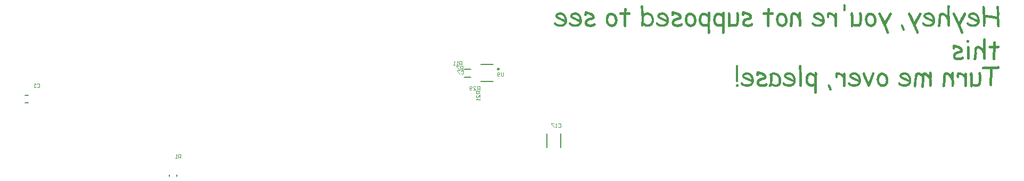
<source format=gbr>
%TF.GenerationSoftware,Altium Limited,Altium Designer,22.2.1 (43)*%
G04 Layer_Color=32896*
%FSLAX45Y45*%
%MOMM*%
%TF.SameCoordinates,02F1B47A-F79C-4BE6-BEC0-26DF2024C161*%
%TF.FilePolarity,Positive*%
%TF.FileFunction,Legend,Bot*%
%TF.Part,Single*%
G01*
G75*
%TA.AperFunction,NonConductor*%
%ADD82C,0.25000*%
%ADD83C,0.20000*%
%ADD84C,0.10000*%
G36*
X14966881Y12233385D02*
X14970630Y12231719D01*
X14973962Y12228803D01*
X14976462Y12225887D01*
X14978128Y12222971D01*
X14979378Y12220056D01*
X14979794Y12218389D01*
X14980211Y12217556D01*
X14980627Y12214224D01*
X14981044Y12210058D01*
X14981461Y12205476D01*
Y12200477D01*
X14981877Y12196312D01*
Y12192563D01*
Y12190063D01*
Y12189647D01*
Y12189230D01*
Y12186731D01*
Y12184231D01*
X14981461Y12178400D01*
Y12175900D01*
X14981044Y12173817D01*
Y12172151D01*
Y12171735D01*
X14980627Y12167569D01*
X14980211Y12164237D01*
Y12160904D01*
X14979794Y12158821D01*
Y12156738D01*
Y12155489D01*
Y12154656D01*
Y12154239D01*
Y12148824D01*
X14979378Y12144658D01*
X14978961Y12141326D01*
X14978545Y12138410D01*
Y12136327D01*
X14978128Y12135077D01*
X14977711Y12134661D01*
Y12134244D01*
X14976045Y12131328D01*
X14973546Y12128829D01*
X14971046Y12127163D01*
X14968130Y12126330D01*
X14965631Y12125496D01*
X14963548Y12125080D01*
X14961465D01*
X14958133Y12125496D01*
X14955217Y12126330D01*
X14952718Y12127579D01*
X14950218Y12129245D01*
X14946886Y12133411D01*
X14944803Y12138410D01*
X14943137Y12143409D01*
X14942720Y12147574D01*
X14942303Y12149240D01*
Y12150490D01*
Y12151323D01*
Y12151740D01*
Y12154239D01*
Y12157155D01*
X14942720Y12163403D01*
X14943137Y12166319D01*
Y12168402D01*
X14943553Y12170068D01*
Y12170485D01*
X14943970Y12175067D01*
Y12178816D01*
Y12181732D01*
X14944386Y12184648D01*
Y12186731D01*
Y12187980D01*
Y12188814D01*
Y12189230D01*
Y12190896D01*
Y12192979D01*
X14943970Y12197145D01*
Y12199228D01*
X14943553Y12200894D01*
Y12201727D01*
Y12202143D01*
X14943137Y12205476D01*
Y12207975D01*
X14942720Y12210475D01*
Y12212557D01*
Y12213807D01*
Y12215057D01*
Y12215890D01*
X14943137Y12218806D01*
X14943553Y12221305D01*
X14945636Y12225471D01*
X14946886Y12226721D01*
X14947719Y12227970D01*
X14948135Y12228387D01*
X14948552Y12228803D01*
X14950635Y12230470D01*
X14952718Y12232136D01*
X14957300Y12233385D01*
X14958966Y12233802D01*
X14960632Y12234219D01*
X14961882D01*
X14966881Y12233385D01*
D02*
G37*
G36*
X13758440Y12178816D02*
X13760939Y12178400D01*
X13765938Y12176317D01*
X13767604Y12175067D01*
X13768854Y12174234D01*
X13769687Y12173817D01*
X13770103Y12173401D01*
X13772186Y12171318D01*
X13773436Y12168819D01*
X13775102Y12163820D01*
X13775519Y12161737D01*
X13775935Y12160487D01*
Y12159238D01*
Y12158821D01*
Y12155489D01*
Y12151323D01*
X13775519Y12142575D01*
Y12138826D01*
X13775102Y12135494D01*
Y12133411D01*
Y12132995D01*
Y12132578D01*
X13774686Y12126330D01*
X13774269Y12120498D01*
Y12115916D01*
X13773853Y12111750D01*
Y12108417D01*
Y12106335D01*
Y12104668D01*
Y12104252D01*
X13818008Y12107584D01*
X13821341Y12107168D01*
X13823840Y12106751D01*
X13828423Y12104668D01*
X13830087Y12103419D01*
X13831339Y12102169D01*
X13832172Y12101753D01*
X13832588Y12101336D01*
X13834254Y12098837D01*
X13835504Y12096754D01*
X13837170Y12091755D01*
X13837585Y12089672D01*
X13838004Y12088006D01*
Y12086756D01*
Y12086340D01*
X13837585Y12083007D01*
X13837170Y12080091D01*
X13835088Y12075509D01*
X13832172Y12071760D01*
X13828839Y12069261D01*
X13825507Y12067178D01*
X13822591Y12066345D01*
X13820508Y12065512D01*
X13819675D01*
X13808427Y12064679D01*
X13798846Y12063846D01*
X13790932Y12063012D01*
X13784267Y12062596D01*
X13779268D01*
X13775519Y12062179D01*
X13772603D01*
X13768439Y11939294D01*
Y11935962D01*
Y11932213D01*
X13768854Y11924298D01*
Y11920549D01*
X13769270Y11917633D01*
Y11915967D01*
Y11915134D01*
X13769687Y11909718D01*
Y11904720D01*
Y11900554D01*
X13770103Y11897222D01*
Y11894306D01*
Y11892639D01*
Y11891390D01*
Y11890973D01*
X13769687Y11888474D01*
X13769270Y11885974D01*
X13766771Y11881809D01*
X13765938Y11880143D01*
X13764688Y11878893D01*
X13764272Y11878476D01*
X13763855Y11878060D01*
X13761356Y11875977D01*
X13758858Y11874727D01*
X13754274Y11873061D01*
X13752193Y11872645D01*
X13750525Y11872228D01*
X13749277D01*
X13745110Y11872645D01*
X13741779Y11874311D01*
X13738863Y11876394D01*
X13735947Y11879309D01*
X13733862Y11883059D01*
X13732198Y11886808D01*
X13729697Y11895139D01*
X13728030Y11903470D01*
X13727615Y11907636D01*
Y11910968D01*
X13727197Y11913884D01*
Y11915967D01*
Y11917633D01*
Y11918050D01*
Y11928880D01*
X13727615Y11938044D01*
X13731364Y12062596D01*
X13727197Y12063012D01*
X13723450Y12063429D01*
X13716785Y12064262D01*
X13711784Y12064679D01*
X13708453Y12065095D01*
X13705537Y12065512D01*
X13695956D01*
X13693457Y12065095D01*
X13692624D01*
X13688458Y12064679D01*
X13682210D01*
X13678877Y12065095D01*
X13675961Y12065512D01*
X13673462Y12066345D01*
X13671379Y12067595D01*
X13669713Y12068844D01*
X13668047Y12069677D01*
X13667630Y12070094D01*
X13667213Y12070511D01*
X13665131Y12073010D01*
X13663881Y12075509D01*
X13662215Y12080508D01*
X13661798Y12082591D01*
X13661382Y12084257D01*
Y12085507D01*
Y12085923D01*
X13661798Y12091339D01*
X13663464Y12095504D01*
X13665547Y12098837D01*
X13667630Y12101753D01*
X13670129Y12103835D01*
X13672212Y12105085D01*
X13673878Y12105502D01*
X13674295Y12105918D01*
X13677628Y12106751D01*
X13681377Y12107168D01*
X13686375Y12107584D01*
X13690958D01*
X13695540Y12108001D01*
X13705537D01*
X13709286Y12107584D01*
X13713869Y12107168D01*
X13719283Y12106335D01*
X13724281Y12105918D01*
X13728448Y12105085D01*
X13730115D01*
X13731364Y12104668D01*
X13732613D01*
Y12117582D01*
X13732198Y12129662D01*
Y12137160D01*
Y12140493D01*
Y12142992D01*
X13732613Y12145491D01*
Y12147158D01*
Y12147991D01*
Y12148407D01*
X13733446Y12153823D01*
X13734695Y12158405D01*
X13735947Y12162570D01*
X13737611Y12166319D01*
X13739278Y12169235D01*
X13741360Y12171735D01*
X13743027Y12173817D01*
X13745110Y12175484D01*
X13748859Y12177566D01*
X13752193Y12178816D01*
X13754274Y12179233D01*
X13755109D01*
X13758440Y12178816D01*
D02*
G37*
G36*
X11480690D02*
X11483189Y12178400D01*
X11488188Y12176317D01*
X11489854Y12175067D01*
X11491104Y12174234D01*
X11491937Y12173817D01*
X11492354Y12173401D01*
X11494436Y12171318D01*
X11495686Y12168819D01*
X11497352Y12163820D01*
X11497769Y12161737D01*
X11498186Y12160487D01*
Y12159238D01*
Y12158821D01*
Y12155489D01*
Y12151323D01*
X11497769Y12142575D01*
Y12138826D01*
X11497352Y12135494D01*
Y12133411D01*
Y12132995D01*
Y12132578D01*
X11496936Y12126330D01*
X11496519Y12120498D01*
Y12115916D01*
X11496103Y12111750D01*
Y12108417D01*
Y12106335D01*
Y12104668D01*
Y12104252D01*
X11540258Y12107584D01*
X11543591Y12107168D01*
X11546090Y12106751D01*
X11550672Y12104668D01*
X11552338Y12103419D01*
X11553588Y12102169D01*
X11554421Y12101753D01*
X11554838Y12101336D01*
X11556504Y12098837D01*
X11557754Y12096754D01*
X11559420Y12091755D01*
X11559836Y12089672D01*
X11560253Y12088006D01*
Y12086756D01*
Y12086340D01*
X11559836Y12083007D01*
X11559420Y12080091D01*
X11557337Y12075509D01*
X11554421Y12071760D01*
X11551089Y12069261D01*
X11547756Y12067178D01*
X11544840Y12066345D01*
X11542757Y12065512D01*
X11541924D01*
X11530677Y12064679D01*
X11521096Y12063846D01*
X11513182Y12063012D01*
X11506517Y12062596D01*
X11501518D01*
X11497769Y12062179D01*
X11494853D01*
X11490687Y11939294D01*
Y11935962D01*
Y11932213D01*
X11491104Y11924298D01*
Y11920549D01*
X11491521Y11917633D01*
Y11915967D01*
Y11915134D01*
X11491937Y11909718D01*
Y11904720D01*
Y11900554D01*
X11492354Y11897222D01*
Y11894306D01*
Y11892639D01*
Y11891390D01*
Y11890973D01*
X11491937Y11888474D01*
X11491521Y11885974D01*
X11489021Y11881809D01*
X11488188Y11880143D01*
X11486938Y11878893D01*
X11486522Y11878476D01*
X11486105Y11878060D01*
X11483606Y11875977D01*
X11481107Y11874727D01*
X11476524Y11873061D01*
X11474442Y11872645D01*
X11472775Y11872228D01*
X11471526D01*
X11467360Y11872645D01*
X11464028Y11874311D01*
X11461112Y11876394D01*
X11458196Y11879309D01*
X11456113Y11883059D01*
X11454447Y11886808D01*
X11451947Y11895139D01*
X11450281Y11903470D01*
X11449865Y11907636D01*
Y11910968D01*
X11449448Y11913884D01*
Y11915967D01*
Y11917633D01*
Y11918050D01*
Y11928880D01*
X11449865Y11938044D01*
X11453614Y12062596D01*
X11449448Y12063012D01*
X11445699Y12063429D01*
X11439034Y12064262D01*
X11434035Y12064679D01*
X11430703Y12065095D01*
X11427787Y12065512D01*
X11418206D01*
X11415707Y12065095D01*
X11414874D01*
X11410708Y12064679D01*
X11404460D01*
X11401127Y12065095D01*
X11398211Y12065512D01*
X11395712Y12066345D01*
X11393629Y12067595D01*
X11391963Y12068844D01*
X11390296Y12069677D01*
X11389880Y12070094D01*
X11389463Y12070511D01*
X11387381Y12073010D01*
X11386131Y12075509D01*
X11384465Y12080508D01*
X11384048Y12082591D01*
X11383632Y12084257D01*
Y12085507D01*
Y12085923D01*
X11384048Y12091339D01*
X11385714Y12095504D01*
X11387797Y12098837D01*
X11389880Y12101753D01*
X11392379Y12103835D01*
X11394462Y12105085D01*
X11396128Y12105502D01*
X11396545Y12105918D01*
X11399877Y12106751D01*
X11403626Y12107168D01*
X11408625Y12107584D01*
X11413207D01*
X11417789Y12108001D01*
X11427787D01*
X11431536Y12107584D01*
X11436118Y12107168D01*
X11441533Y12106335D01*
X11446532Y12105918D01*
X11450698Y12105085D01*
X11452364D01*
X11453614Y12104668D01*
X11454863D01*
Y12117582D01*
X11454447Y12129662D01*
Y12137160D01*
Y12140493D01*
Y12142992D01*
X11454863Y12145491D01*
Y12147158D01*
Y12147991D01*
Y12148407D01*
X11455696Y12153823D01*
X11456946Y12158405D01*
X11458196Y12162570D01*
X11459862Y12166319D01*
X11461528Y12169235D01*
X11463611Y12171735D01*
X11465277Y12173817D01*
X11467360Y12175484D01*
X11471109Y12177566D01*
X11474442Y12178816D01*
X11476524Y12179233D01*
X11477358D01*
X11480690Y12178816D01*
D02*
G37*
G36*
X13042790Y12116332D02*
X13046123Y12114666D01*
X13049455Y12113000D01*
X13051955Y12110500D01*
X13054037Y12108417D01*
X13055287Y12106335D01*
X13056120Y12104668D01*
X13056535Y12104252D01*
X13058203Y12100086D01*
X13059451Y12095921D01*
X13060703Y12091755D01*
X13061119Y12087589D01*
X13061536Y12084257D01*
X13061952Y12081341D01*
Y12079675D01*
Y12078842D01*
X13059036Y12036353D01*
X13058203Y12021773D01*
X13057370Y12007193D01*
X13056953Y11993030D01*
X13056535Y11986365D01*
Y11980117D01*
X13056120Y11974285D01*
Y11968870D01*
Y11964288D01*
X13055704Y11960122D01*
Y11956790D01*
Y11954290D01*
Y11952624D01*
Y11952207D01*
Y11868895D01*
X13056535Y11784750D01*
X13056120Y11781418D01*
X13055704Y11778502D01*
X13054871Y11776003D01*
X13053621Y11773920D01*
X13052371Y11772254D01*
X13051538Y11771004D01*
X13051122Y11770171D01*
X13050705Y11769754D01*
X13048206Y11767671D01*
X13045706Y11766005D01*
X13043207Y11765172D01*
X13041124Y11764339D01*
X13039041Y11763922D01*
X13037375Y11763506D01*
X13035709D01*
X13032376Y11763922D01*
X13029877Y11764339D01*
X13025294Y11766838D01*
X13023628Y11767671D01*
X13021962Y11768921D01*
X13021545Y11769338D01*
X13021129Y11769754D01*
X13019046Y11772254D01*
X13017380Y11774753D01*
X13016547Y11777252D01*
X13015714Y11779335D01*
X13015297Y11781418D01*
X13014880Y11783084D01*
Y11784334D01*
Y11784750D01*
X13014464Y11885141D01*
X13005299Y11882642D01*
X12996552Y11880976D01*
X12989053Y11879726D01*
X12981972Y11878893D01*
X12976556Y11878476D01*
X12972391Y11878060D01*
X12968642D01*
X12960728Y11878476D01*
X12953230Y11879309D01*
X12946149Y11880976D01*
X12939900Y11883059D01*
X12933652Y11885141D01*
X12927818Y11887641D01*
X12922821Y11890557D01*
X12918239Y11893473D01*
X12914073Y11896388D01*
X12910324Y11899304D01*
X12906992Y11901804D01*
X12904492Y11903887D01*
X12902409Y11905969D01*
X12901160Y11907636D01*
X12900327Y11908469D01*
X12899910Y11908885D01*
X12895744Y11914717D01*
X12891579Y11920549D01*
X12888663Y11926797D01*
X12885747Y11933046D01*
X12883247Y11939294D01*
X12881165Y11945543D01*
X12878249Y11957623D01*
X12877415Y11963038D01*
X12876582Y11968037D01*
X12876166Y11972619D01*
X12875749Y11976368D01*
X12875333Y11979700D01*
Y11981783D01*
Y11983449D01*
Y11983866D01*
Y11993030D01*
X12876166Y12001778D01*
X12876582Y12009693D01*
X12877832Y12017607D01*
X12879082Y12024689D01*
X12880331Y12031354D01*
X12881581Y12037186D01*
X12883247Y12043018D01*
X12884914Y12047600D01*
X12886163Y12052182D01*
X12887413Y12055514D01*
X12888663Y12058847D01*
X12889496Y12061346D01*
X12890329Y12063012D01*
X12891162Y12063846D01*
Y12064262D01*
X12895328Y12070927D01*
X12899493Y12076759D01*
X12904492Y12082174D01*
X12909491Y12086340D01*
X12914490Y12090089D01*
X12919905Y12093421D01*
X12925320Y12095921D01*
X12930319Y12098003D01*
X12935318Y12099253D01*
X12939900Y12100503D01*
X12943649Y12101336D01*
X12947398Y12102169D01*
X12950314D01*
X12952396Y12102586D01*
X12954478D01*
X12960310Y12102169D01*
X12965726Y12101753D01*
X12971143Y12100503D01*
X12976140Y12099670D01*
X12980305Y12098420D01*
X12983638Y12097170D01*
X12985721Y12096754D01*
X12986554Y12096337D01*
X12992802Y12093838D01*
X12999051Y12090922D01*
X13004883Y12087589D01*
X13009882Y12084674D01*
X13014464Y12081758D01*
X13018213Y12079675D01*
X13020296Y12078009D01*
X13020712Y12077592D01*
X13021129D01*
X13020712Y12081758D01*
X13020296Y12085507D01*
Y12087173D01*
X13019879Y12088423D01*
Y12089256D01*
Y12089672D01*
X13019463Y12093005D01*
X13019046Y12095088D01*
Y12095921D01*
Y12096337D01*
X13019463Y12099670D01*
X13019879Y12102169D01*
X13021962Y12106751D01*
X13023212Y12108417D01*
X13024045Y12110084D01*
X13024461Y12110500D01*
X13024878Y12110917D01*
X13026961Y12113000D01*
X13029460Y12114249D01*
X13033626Y12115916D01*
X13035709Y12116332D01*
X13037375Y12116749D01*
X13038625D01*
X13042790Y12116332D01*
D02*
G37*
G36*
X12812849D02*
X12816180Y12114666D01*
X12819514Y12113000D01*
X12822012Y12110500D01*
X12824097Y12108417D01*
X12825346Y12106335D01*
X12826180Y12104668D01*
X12826595Y12104252D01*
X12828262Y12100086D01*
X12829510Y12095921D01*
X12830762Y12091755D01*
X12831178Y12087589D01*
X12831593Y12084257D01*
X12832011Y12081341D01*
Y12079675D01*
Y12078842D01*
X12829095Y12036353D01*
X12828262Y12021773D01*
X12827428Y12007193D01*
X12827013Y11993030D01*
X12826595Y11986365D01*
Y11980117D01*
X12826180Y11974285D01*
Y11968870D01*
Y11964288D01*
X12825761Y11960122D01*
Y11956790D01*
Y11954290D01*
Y11952624D01*
Y11952207D01*
Y11868895D01*
X12826595Y11784750D01*
X12826180Y11781418D01*
X12825761Y11778502D01*
X12824928Y11776003D01*
X12823679Y11773920D01*
X12822430Y11772254D01*
X12821597Y11771004D01*
X12821181Y11770171D01*
X12820764Y11769754D01*
X12818263Y11767671D01*
X12815765Y11766005D01*
X12813264Y11765172D01*
X12811183Y11764339D01*
X12809100Y11763922D01*
X12807434Y11763506D01*
X12805766D01*
X12802435Y11763922D01*
X12799936Y11764339D01*
X12795353Y11766838D01*
X12793687Y11767671D01*
X12792021Y11768921D01*
X12791604Y11769338D01*
X12791188Y11769754D01*
X12789105Y11772254D01*
X12787439Y11774753D01*
X12786606Y11777252D01*
X12785772Y11779335D01*
X12785356Y11781418D01*
X12784939Y11783084D01*
Y11784334D01*
Y11784750D01*
X12784523Y11885141D01*
X12775358Y11882642D01*
X12766611Y11880976D01*
X12759113Y11879726D01*
X12752031Y11878893D01*
X12746616Y11878476D01*
X12742450Y11878060D01*
X12738701D01*
X12730787Y11878476D01*
X12723288Y11879309D01*
X12716207Y11880976D01*
X12709959Y11883059D01*
X12703710Y11885141D01*
X12697878Y11887641D01*
X12692880Y11890557D01*
X12688297Y11893473D01*
X12684132Y11896388D01*
X12680383Y11899304D01*
X12677050Y11901804D01*
X12674551Y11903887D01*
X12672468Y11905969D01*
X12671218Y11907636D01*
X12670385Y11908469D01*
X12669969Y11908885D01*
X12665803Y11914717D01*
X12661638Y11920549D01*
X12658722Y11926797D01*
X12655806Y11933046D01*
X12653306Y11939294D01*
X12651224Y11945543D01*
X12648308Y11957623D01*
X12647475Y11963038D01*
X12646641Y11968037D01*
X12646225Y11972619D01*
X12645808Y11976368D01*
X12645392Y11979700D01*
Y11981783D01*
Y11983449D01*
Y11983866D01*
Y11993030D01*
X12646225Y12001778D01*
X12646641Y12009693D01*
X12647891Y12017607D01*
X12649141Y12024689D01*
X12650390Y12031354D01*
X12651640Y12037186D01*
X12653306Y12043018D01*
X12654973Y12047600D01*
X12656222Y12052182D01*
X12657472Y12055514D01*
X12658722Y12058847D01*
X12659555Y12061346D01*
X12660388Y12063012D01*
X12661221Y12063846D01*
Y12064262D01*
X12665387Y12070927D01*
X12669552Y12076759D01*
X12674551Y12082174D01*
X12679550Y12086340D01*
X12684548Y12090089D01*
X12689964Y12093421D01*
X12695379Y12095921D01*
X12700378Y12098003D01*
X12705376Y12099253D01*
X12709959Y12100503D01*
X12713708Y12101336D01*
X12717457Y12102169D01*
X12720373D01*
X12722455Y12102586D01*
X12724538D01*
X12730370Y12102169D01*
X12735785Y12101753D01*
X12741201Y12100503D01*
X12746199Y12099670D01*
X12750365Y12098420D01*
X12753697Y12097170D01*
X12755780Y12096754D01*
X12756613Y12096337D01*
X12762862Y12093838D01*
X12769110Y12090922D01*
X12774942Y12087589D01*
X12779941Y12084674D01*
X12784523Y12081758D01*
X12788272Y12079675D01*
X12790355Y12078009D01*
X12790771Y12077592D01*
X12791188D01*
X12790771Y12081758D01*
X12790355Y12085507D01*
Y12087173D01*
X12789938Y12088423D01*
Y12089256D01*
Y12089672D01*
X12789522Y12093005D01*
X12789105Y12095088D01*
Y12095921D01*
Y12096337D01*
X12789522Y12099670D01*
X12789938Y12102169D01*
X12792021Y12106751D01*
X12793271Y12108417D01*
X12794104Y12110084D01*
X12794520Y12110500D01*
X12794937Y12110917D01*
X12797020Y12113000D01*
X12799519Y12114249D01*
X12803685Y12115916D01*
X12805766Y12116332D01*
X12807434Y12116749D01*
X12808682D01*
X12812849Y12116332D01*
D02*
G37*
G36*
X14255396Y12114666D02*
X14257896Y12114249D01*
X14262894Y12112167D01*
X14264560Y12110917D01*
X14265810Y12110084D01*
X14266643Y12109667D01*
X14267059Y12109251D01*
X14269144Y12106751D01*
X14270392Y12104668D01*
X14272060Y12099670D01*
X14272475Y12097587D01*
X14272893Y12095921D01*
Y12094671D01*
Y12094254D01*
Y12091339D01*
Y12088423D01*
X14272475Y12081758D01*
Y12078842D01*
X14272060Y12076342D01*
Y12074676D01*
Y12074260D01*
X14271642Y12069677D01*
Y12065512D01*
X14271225Y12062179D01*
Y12059263D01*
Y12057181D01*
Y12055514D01*
Y12054681D01*
Y12054265D01*
Y12045517D01*
X14271642Y12035936D01*
X14272060Y12025939D01*
X14272475Y12016358D01*
X14273308Y12007610D01*
Y12003861D01*
X14273724Y12000528D01*
Y11998029D01*
X14274141Y11995946D01*
Y11994697D01*
Y11994280D01*
X14274974Y11980534D01*
X14275391Y11974702D01*
X14275809Y11968870D01*
X14276224Y11963455D01*
Y11958456D01*
X14276640Y11953874D01*
Y11950125D01*
Y11946376D01*
X14277057Y11943043D01*
Y11940544D01*
Y11938461D01*
Y11936378D01*
Y11935129D01*
Y11934712D01*
Y11934295D01*
Y11931796D01*
X14276640Y11928880D01*
X14276224Y11922632D01*
Y11919716D01*
X14275809Y11917633D01*
Y11915967D01*
Y11915550D01*
X14275391Y11910968D01*
X14274974Y11907219D01*
Y11903887D01*
X14274557Y11901387D01*
Y11899304D01*
Y11897638D01*
Y11896805D01*
Y11896388D01*
X14274141Y11893056D01*
X14273724Y11890140D01*
X14272893Y11887641D01*
X14271642Y11885558D01*
X14270808Y11883892D01*
X14269975Y11882642D01*
X14269559Y11881809D01*
X14269144Y11881392D01*
X14266643Y11879309D01*
X14264143Y11878060D01*
X14259563Y11876394D01*
X14257478Y11875977D01*
X14255814Y11875560D01*
X14254146D01*
X14250813Y11875977D01*
X14247897Y11876394D01*
X14245399Y11877227D01*
X14243317Y11878476D01*
X14241650Y11879726D01*
X14239983Y11880559D01*
X14239568Y11880976D01*
X14239149Y11881392D01*
X14237068Y11883892D01*
X14235818Y11886391D01*
X14234152Y11890973D01*
X14233736Y11893056D01*
X14233318Y11894722D01*
Y11895972D01*
Y11896388D01*
Y11899304D01*
Y11902220D01*
X14233736Y11908469D01*
X14234152Y11911385D01*
Y11913467D01*
X14234567Y11915134D01*
Y11915550D01*
X14234985Y11920132D01*
X14235400Y11923881D01*
Y11926797D01*
X14235818Y11929713D01*
Y11931796D01*
Y11933046D01*
Y11933879D01*
Y11934295D01*
X14235400Y11941793D01*
Y11945126D01*
X14234985Y11948458D01*
Y11950958D01*
X14234567Y11953041D01*
Y11954290D01*
Y11954707D01*
X14234152Y11959289D01*
X14233736Y11963038D01*
X14233318Y11966787D01*
Y11969703D01*
X14232903Y11971786D01*
Y11973869D01*
Y11974702D01*
Y11975118D01*
X14228320Y11989281D01*
X14223738Y12001778D01*
X14221239Y12007193D01*
X14218323Y12012609D01*
X14215823Y12017607D01*
X14213741Y12021773D01*
X14211241Y12025939D01*
X14209158Y12029271D01*
X14207492Y12032187D01*
X14205826Y12034686D01*
X14204160Y12036769D01*
X14203326Y12038019D01*
X14202910Y12038852D01*
X14202493Y12039269D01*
X14198328Y12044267D01*
X14194579Y12048433D01*
X14190413Y12052598D01*
X14186664Y12055514D01*
X14182498Y12058430D01*
X14178749Y12060513D01*
X14172084Y12064262D01*
X14166252Y12065928D01*
X14161670Y12067178D01*
X14160004Y12067595D01*
X14157504D01*
X14154588Y12067178D01*
X14152089Y12065512D01*
X14149590Y12063429D01*
X14147923Y12060513D01*
X14146257Y12057181D01*
X14145007Y12053432D01*
X14142924Y12045100D01*
X14141675Y12036769D01*
X14141258Y12032604D01*
Y12029271D01*
X14140842Y12026355D01*
Y12024272D01*
Y12022606D01*
Y12022190D01*
Y12019690D01*
Y12016358D01*
X14141258Y12009693D01*
Y12006777D01*
X14141675Y12004277D01*
Y12002611D01*
Y12001778D01*
Y11997196D01*
X14142091Y11993030D01*
Y11989698D01*
Y11986782D01*
Y11984699D01*
Y11983449D01*
Y11982616D01*
Y11982200D01*
X14141675Y11965954D01*
X14141258Y11958039D01*
X14140427Y11950958D01*
X14140009Y11944709D01*
X14139592Y11940127D01*
Y11938461D01*
X14139175Y11937211D01*
Y11936378D01*
Y11935962D01*
X14133344Y11890140D01*
X14132928Y11886808D01*
X14131677Y11883892D01*
X14129178Y11878893D01*
X14125845Y11875560D01*
X14122514Y11873061D01*
X14118764Y11871811D01*
X14115849Y11870978D01*
X14113766Y11870562D01*
X14112933D01*
X14109599Y11870978D01*
X14106683Y11871395D01*
X14104185Y11872228D01*
X14102103Y11873478D01*
X14100436Y11874727D01*
X14098770Y11875560D01*
X14098354Y11875977D01*
X14097935Y11876394D01*
X14095854Y11878893D01*
X14094186Y11880976D01*
X14093353Y11883475D01*
X14092522Y11885974D01*
X14092105Y11888057D01*
X14091689Y11889723D01*
Y11890557D01*
Y11890973D01*
Y11898055D01*
X14092522Y11905553D01*
X14092938Y11913051D01*
X14093771Y11920132D01*
X14094604Y11926381D01*
X14095021Y11928880D01*
X14095438Y11931379D01*
X14095854Y11933462D01*
Y11934712D01*
X14096271Y11935545D01*
Y11935962D01*
X14097935Y11945959D01*
X14098770Y11954707D01*
X14099603Y11962205D01*
X14100436Y11968870D01*
Y11973869D01*
X14100851Y11977618D01*
Y11980117D01*
Y11980950D01*
X14100436Y12000528D01*
Y12021773D01*
X14100851Y12028855D01*
X14101270Y12035519D01*
X14101686Y12041351D01*
X14102519Y12047183D01*
X14103352Y12052598D01*
X14104185Y12057181D01*
X14105019Y12061763D01*
X14105852Y12065512D01*
X14106683Y12068844D01*
X14107516Y12071760D01*
X14108350Y12074260D01*
X14109184Y12076342D01*
X14109599Y12078009D01*
X14110017Y12079258D01*
X14110432Y12079675D01*
Y12080091D01*
X14113348Y12085507D01*
X14116264Y12090089D01*
X14119598Y12093838D01*
X14123347Y12097587D01*
X14127097Y12100503D01*
X14131261Y12102586D01*
X14135010Y12104668D01*
X14138759Y12106335D01*
X14146257Y12108417D01*
X14149173Y12109251D01*
X14152089Y12109667D01*
X14154172Y12110084D01*
X14157504D01*
X14164586Y12109667D01*
X14171251Y12108001D01*
X14177916Y12105918D01*
X14184581Y12102586D01*
X14190829Y12099253D01*
X14197078Y12095088D01*
X14202493Y12090922D01*
X14207909Y12086756D01*
X14212489Y12082174D01*
X14217073Y12078009D01*
X14220822Y12073843D01*
X14223738Y12070511D01*
X14226654Y12067178D01*
X14228320Y12065095D01*
X14229568Y12063429D01*
X14229987Y12063012D01*
X14230820Y12087589D01*
X14231236Y12092588D01*
X14232484Y12096754D01*
X14233736Y12100503D01*
X14234985Y12103419D01*
X14236652Y12106335D01*
X14238316Y12108417D01*
X14242065Y12111750D01*
X14245815Y12113833D01*
X14249149Y12114666D01*
X14251231Y12115082D01*
X14252065D01*
X14255396Y12114666D01*
D02*
G37*
G36*
X16620624Y12221722D02*
X16623123Y12221305D01*
X16628122Y12219222D01*
X16629788Y12217973D01*
X16631038Y12217140D01*
X16631871Y12216723D01*
X16632288Y12216307D01*
X16634370Y12214224D01*
X16636037Y12211724D01*
X16636870Y12209225D01*
X16637703Y12206726D01*
X16638120Y12204643D01*
X16638536Y12203393D01*
Y12202143D01*
Y12201727D01*
X16638120Y12194229D01*
X16637703Y12190896D01*
X16637286Y12187980D01*
Y12185481D01*
X16636870Y12183398D01*
X16636453Y12182149D01*
Y12181732D01*
X16635204Y12174651D01*
X16634787Y12170901D01*
Y12167986D01*
X16634370Y12165070D01*
Y12162987D01*
Y12161737D01*
Y12161321D01*
Y12157155D01*
Y12152156D01*
X16634787Y12146324D01*
Y12140493D01*
X16635204Y12135077D01*
Y12130495D01*
X16635620Y12128829D01*
Y12127579D01*
Y12126746D01*
Y12126330D01*
X16636453Y11971786D01*
X16637286Y11940960D01*
Y11936378D01*
Y11932213D01*
X16637703Y11928880D01*
Y11925548D01*
X16638120Y11920132D01*
X16638536Y11915967D01*
X16638953Y11913051D01*
Y11911385D01*
X16639369Y11910551D01*
Y11910135D01*
X16640619Y11905969D01*
X16641035Y11903053D01*
X16641452Y11901387D01*
Y11900971D01*
X16641035Y11898055D01*
X16640202Y11895139D01*
X16638120Y11890973D01*
X16636870Y11889307D01*
X16635620Y11888057D01*
X16635204Y11887224D01*
X16634787Y11886808D01*
X16632288Y11884725D01*
X16629788Y11883475D01*
X16624789Y11881809D01*
X16622707Y11881392D01*
X16621040Y11880976D01*
X16619791D01*
X16615208Y11881392D01*
X16611459Y11883059D01*
X16608543Y11885141D01*
X16605627Y11887641D01*
X16603545Y11889723D01*
X16602295Y11891806D01*
X16601462Y11893473D01*
X16601047Y11893889D01*
X16599796Y11897222D01*
X16598962Y11902220D01*
X16598129Y11908052D01*
X16597296Y11914717D01*
X16596463Y11922215D01*
X16596046Y11930546D01*
X16595213Y11946792D01*
X16594797Y11955123D01*
Y11962621D01*
X16594382Y11969703D01*
Y11975951D01*
Y11981367D01*
Y11985532D01*
Y11986782D01*
Y11988032D01*
Y11988448D01*
Y11988865D01*
X16591048Y11995113D01*
X16587717Y12000945D01*
X16584801Y12005944D01*
X16581883Y12010942D01*
X16579384Y12015108D01*
X16576884Y12018857D01*
X16574802Y12022190D01*
X16572719Y12025522D01*
X16569804Y12030104D01*
X16567303Y12033437D01*
X16565639Y12035519D01*
X16565221Y12035936D01*
X16561057Y12040102D01*
X16557307Y12044267D01*
X16553140Y12047183D01*
X16548976Y12050099D01*
X16544810Y12052598D01*
X16541061Y12054681D01*
X16533563Y12057597D01*
X16527315Y12059263D01*
X16524397Y12059680D01*
X16522316Y12060097D01*
X16520233Y12060513D01*
X16517734D01*
X16514401Y12060097D01*
X16511069Y12058847D01*
X16508569Y12056764D01*
X16506070Y12054265D01*
X16504404Y12051349D01*
X16502737Y12048016D01*
X16500238Y12040935D01*
X16498572Y12033437D01*
X16498155Y12030104D01*
Y12027188D01*
X16497739Y12024689D01*
Y12022606D01*
Y12021356D01*
Y12020940D01*
Y12018441D01*
Y12015941D01*
X16498155Y12010109D01*
Y12007610D01*
X16498572Y12005527D01*
Y12004277D01*
Y12003861D01*
Y12000112D01*
X16498988Y11996779D01*
Y11993863D01*
Y11991781D01*
Y11990114D01*
Y11988448D01*
Y11988032D01*
Y11987615D01*
Y11979700D01*
X16498572Y11971369D01*
X16497739Y11963038D01*
X16496906Y11955123D01*
X16496489Y11948458D01*
X16496072Y11945126D01*
X16495656Y11942627D01*
Y11940544D01*
X16495239Y11938878D01*
Y11938044D01*
Y11937628D01*
X16493573Y11926381D01*
X16491907Y11916383D01*
X16490657Y11908052D01*
X16488991Y11900971D01*
X16487741Y11895555D01*
X16486908Y11891806D01*
X16486491Y11889307D01*
X16486075Y11888474D01*
X16483992Y11883059D01*
X16481076Y11879309D01*
X16478160Y11876394D01*
X16474828Y11874727D01*
X16471912Y11873478D01*
X16469414Y11873061D01*
X16467329Y11872645D01*
X16466913D01*
X16463580Y11873061D01*
X16460664Y11873478D01*
X16456084Y11875560D01*
X16454416Y11876810D01*
X16453168Y11877643D01*
X16452335Y11878060D01*
X16451917Y11878476D01*
X16449834Y11880976D01*
X16448167Y11883059D01*
X16446918Y11885558D01*
X16446085Y11887641D01*
X16445670Y11889723D01*
X16445251Y11891390D01*
Y11892223D01*
Y11892639D01*
Y11894722D01*
X16445670Y11896805D01*
X16446085Y11898471D01*
Y11898888D01*
X16447751Y11905969D01*
X16449001Y11913467D01*
X16450250Y11920549D01*
X16451083Y11927630D01*
X16451917Y11933462D01*
X16452750Y11938044D01*
Y11939711D01*
X16453168Y11940960D01*
Y11941793D01*
Y11942210D01*
X16457332Y11985532D01*
X16459000Y12025939D01*
X16459415Y12032604D01*
X16459831Y12039269D01*
X16460664Y12045100D01*
X16461497Y12050516D01*
X16462331Y12055098D01*
X16463164Y12059680D01*
X16463997Y12063429D01*
X16464830Y12067178D01*
X16466080Y12070094D01*
X16466913Y12072593D01*
X16467746Y12074676D01*
X16468163Y12076759D01*
X16469414Y12078842D01*
X16469829Y12079675D01*
X16472328Y12083840D01*
X16475661Y12087173D01*
X16478993Y12090505D01*
X16482742Y12093005D01*
X16490657Y12097170D01*
X16498572Y12099670D01*
X16506070Y12101336D01*
X16509402Y12101753D01*
X16511902Y12102169D01*
X16514401Y12102586D01*
X16517734D01*
X16525648Y12102169D01*
X16533563Y12100919D01*
X16540643Y12098837D01*
X16546893Y12096754D01*
X16551891Y12094671D01*
X16556058Y12092588D01*
X16558556Y12091339D01*
X16558974Y12090922D01*
X16559390D01*
X16566470Y12086340D01*
X16573553Y12080925D01*
X16579384Y12075093D01*
X16585216Y12069261D01*
X16589798Y12064262D01*
X16593130Y12060097D01*
X16594382Y12058430D01*
X16595213Y12057181D01*
X16595630Y12056764D01*
X16596046Y12056347D01*
X16596463Y12074676D01*
Y12083424D01*
X16596046Y12091755D01*
Y12099670D01*
X16595630Y12106751D01*
Y12112583D01*
X16595213Y12117165D01*
Y12118831D01*
Y12120081D01*
Y12120498D01*
Y12120914D01*
X16594797Y12129662D01*
X16594382Y12137993D01*
Y12145908D01*
X16593964Y12152573D01*
Y12158405D01*
Y12162987D01*
Y12164653D01*
Y12165903D01*
Y12166319D01*
Y12166736D01*
X16594382Y12179233D01*
X16594797Y12185481D01*
X16595630Y12191313D01*
X16596046Y12195895D01*
X16596880Y12200061D01*
X16597296Y12202560D01*
Y12202977D01*
Y12203393D01*
X16598129Y12206726D01*
X16598962Y12209642D01*
X16601462Y12214224D01*
X16604794Y12217556D01*
X16608543Y12219639D01*
X16611876Y12221305D01*
X16614375Y12221722D01*
X16616458Y12222138D01*
X16617291D01*
X16620624Y12221722D01*
D02*
G37*
G36*
X17403340Y12211724D02*
X17405840Y12211308D01*
X17410422Y12209225D01*
X17412088Y12207975D01*
X17413338Y12206726D01*
X17414171Y12206309D01*
X17414587Y12205893D01*
X17416254Y12203810D01*
X17417503Y12201310D01*
X17419170Y12196312D01*
X17419586Y12194229D01*
X17420003Y12192979D01*
Y12191729D01*
Y12191313D01*
Y12184231D01*
X17420419Y12176317D01*
X17420836Y12167986D01*
Y12160071D01*
X17421252Y12152573D01*
X17421669Y12149657D01*
Y12146741D01*
X17422086Y12144658D01*
Y12142992D01*
Y12141742D01*
Y12141326D01*
X17422919Y12129662D01*
X17423335Y12119665D01*
X17423752Y12110917D01*
Y12103835D01*
X17424168Y12098420D01*
Y12094671D01*
Y12092172D01*
Y12091339D01*
Y12086340D01*
Y12080925D01*
X17423752Y12075093D01*
Y12069677D01*
Y12064262D01*
X17423335Y12060097D01*
Y12058430D01*
Y12057181D01*
Y12056764D01*
Y12056347D01*
X17422919Y12048016D01*
Y12040935D01*
X17422502Y12035103D01*
Y12030104D01*
Y12026355D01*
Y12023439D01*
Y12021773D01*
Y12021356D01*
Y12017191D01*
Y12012192D01*
X17422919Y12001778D01*
X17423752Y11990531D01*
X17424168Y11979700D01*
X17424585Y11974702D01*
X17425002Y11970120D01*
X17425418Y11965537D01*
X17425835Y11962205D01*
Y11958872D01*
X17426251Y11956790D01*
Y11955123D01*
Y11954707D01*
X17427084Y11946792D01*
X17427501Y11939294D01*
X17427917Y11932213D01*
X17428334Y11925548D01*
X17428751Y11919716D01*
X17429167Y11914301D01*
Y11909302D01*
X17429584Y11905136D01*
Y11900971D01*
Y11897638D01*
X17430000Y11895139D01*
Y11892639D01*
Y11890973D01*
Y11889723D01*
Y11888890D01*
Y11888474D01*
X17429584Y11885558D01*
X17429167Y11882642D01*
X17427084Y11878476D01*
X17426251Y11876810D01*
X17425418Y11875560D01*
X17425002Y11874727D01*
X17424585Y11874311D01*
X17422086Y11872228D01*
X17420003Y11870562D01*
X17417503Y11869729D01*
X17415004Y11868895D01*
X17412921Y11868479D01*
X17411255Y11868062D01*
X17410005D01*
X17406673Y11868479D01*
X17404173Y11868895D01*
X17399591Y11871395D01*
X17397925Y11872228D01*
X17396259Y11873478D01*
X17395842Y11873894D01*
X17395425Y11874311D01*
X17393343Y11876810D01*
X17392093Y11878893D01*
X17390427Y11883475D01*
X17390010Y11885558D01*
X17389594Y11887224D01*
Y11888057D01*
Y11888474D01*
Y11896388D01*
X17389177Y11905136D01*
X17388344Y11913884D01*
X17387511Y11922632D01*
X17387094Y11930130D01*
X17386678Y11933462D01*
X17386261Y11936378D01*
Y11938878D01*
X17385844Y11940544D01*
Y11941793D01*
Y11942210D01*
X17384595Y11954707D01*
X17383762Y11965537D01*
X17382928Y11974702D01*
X17382512Y11982200D01*
Y11985532D01*
X17382095Y11988032D01*
Y11990531D01*
Y11992614D01*
Y11993863D01*
Y11995113D01*
Y11995946D01*
X17294202Y12013442D01*
X17284621Y12015108D01*
X17275040Y12016774D01*
X17266292Y12018024D01*
X17257961Y12019274D01*
X17250046Y12020523D01*
X17242964Y12021356D01*
X17236301Y12022190D01*
X17230051Y12022606D01*
X17224635Y12023023D01*
X17219637Y12023439D01*
X17215472Y12023856D01*
X17211722D01*
X17209222Y12024272D01*
X17205473D01*
X17206306Y12012609D01*
Y12007610D01*
X17206725Y12002611D01*
Y11998862D01*
Y11995530D01*
Y11993863D01*
Y11993030D01*
Y11986365D01*
X17206306Y11978867D01*
X17205891Y11970953D01*
X17205473Y11963038D01*
X17205058Y11955957D01*
X17204642Y11953041D01*
Y11950541D01*
Y11948042D01*
X17204224Y11946376D01*
Y11945543D01*
Y11945126D01*
X17203391Y11933879D01*
X17202557Y11923881D01*
X17202142Y11915550D01*
Y11908885D01*
X17201724Y11903470D01*
Y11899721D01*
Y11897638D01*
Y11896805D01*
X17201308Y11893889D01*
X17200893Y11890973D01*
X17198808Y11886808D01*
X17197559Y11885141D01*
X17196725Y11883892D01*
X17196310Y11883059D01*
X17195892Y11882642D01*
X17193394Y11880559D01*
X17191312Y11879309D01*
X17186729Y11877643D01*
X17184647Y11877227D01*
X17182980Y11876810D01*
X17181731D01*
X17178398Y11877227D01*
X17175899Y11877643D01*
X17171317Y11879726D01*
X17169650Y11880976D01*
X17167984Y11881809D01*
X17167567Y11882225D01*
X17167151Y11882642D01*
X17165068Y11885141D01*
X17163818Y11887224D01*
X17162152Y11891806D01*
X17161736Y11893889D01*
X17161319Y11895555D01*
Y11896388D01*
Y11896805D01*
Y11903470D01*
X17161736Y11910968D01*
X17162152Y11919299D01*
X17162569Y11926797D01*
X17162985Y11933879D01*
X17163402Y11936795D01*
Y11939711D01*
Y11941793D01*
X17163818Y11943460D01*
Y11944293D01*
Y11944709D01*
X17164651Y11955957D01*
X17165068Y11965954D01*
X17165901Y11974285D01*
Y11980950D01*
X17166318Y11986365D01*
Y11990114D01*
Y11992197D01*
Y11993030D01*
Y11997196D01*
Y12001778D01*
X17165901Y12011776D01*
X17165068Y12021773D01*
X17164235Y12032187D01*
Y12036769D01*
X17163818Y12041351D01*
X17163402Y12045100D01*
X17162985Y12048849D01*
Y12051349D01*
X17162569Y12053848D01*
Y12055098D01*
Y12055514D01*
X17161736Y12063012D01*
X17161319Y12070094D01*
X17160486Y12076759D01*
X17160069Y12083007D01*
X17159653Y12088423D01*
X17159236Y12093421D01*
Y12098420D01*
X17158820Y12102586D01*
Y12105918D01*
X17158403Y12109251D01*
Y12111750D01*
Y12114249D01*
Y12115916D01*
Y12117165D01*
Y12117582D01*
Y12117998D01*
Y12120498D01*
Y12123414D01*
Y12129662D01*
X17158820Y12132578D01*
Y12134661D01*
Y12136327D01*
Y12136744D01*
Y12141326D01*
X17159236Y12145075D01*
Y12147991D01*
Y12150907D01*
Y12152989D01*
Y12154239D01*
Y12155072D01*
Y12155489D01*
Y12161321D01*
X17158820Y12166736D01*
X17158403Y12171318D01*
X17157570Y12174651D01*
X17157153Y12177566D01*
X17156737Y12179649D01*
X17156320Y12180899D01*
Y12181315D01*
X17155070Y12185065D01*
X17154654Y12187564D01*
X17154237Y12189647D01*
Y12190063D01*
X17154654Y12193396D01*
X17155070Y12195895D01*
X17157570Y12200477D01*
X17158820Y12202143D01*
X17159653Y12203810D01*
X17160486Y12204226D01*
X17160902Y12204643D01*
X17163402Y12206726D01*
X17165901Y12207975D01*
X17170483Y12209642D01*
X17172150Y12210058D01*
X17173816Y12210475D01*
X17175066D01*
X17177148Y12210058D01*
X17179646Y12209642D01*
X17183395Y12207142D01*
X17186729Y12203393D01*
X17189645Y12199228D01*
X17191728Y12195062D01*
X17193394Y12191313D01*
X17194228Y12188814D01*
X17194644Y12188397D01*
Y12187980D01*
X17196310Y12181732D01*
X17197559Y12175900D01*
X17198393Y12170485D01*
X17198808Y12165486D01*
X17199226Y12161321D01*
X17199641Y12158405D01*
Y12156322D01*
Y12155489D01*
Y12144658D01*
Y12134244D01*
X17200060Y12124663D01*
Y12115916D01*
X17200475Y12107584D01*
Y12100503D01*
X17200893Y12093838D01*
Y12087589D01*
X17201308Y12082174D01*
X17201724Y12077592D01*
Y12073843D01*
X17202142Y12070927D01*
Y12068428D01*
X17202557Y12066345D01*
Y12065512D01*
Y12065095D01*
X17217139Y12064679D01*
X17232133Y12063429D01*
X17247546Y12061346D01*
X17254628Y12060513D01*
X17261710Y12059680D01*
X17268375Y12058430D01*
X17274207Y12057597D01*
X17279622Y12056764D01*
X17284204Y12055931D01*
X17287953Y12055098D01*
X17290869Y12054681D01*
X17292535Y12054265D01*
X17293369D01*
X17382928Y12037602D01*
X17384178Y12090505D01*
Y12097587D01*
X17383762Y12105502D01*
X17383345Y12113833D01*
X17382928Y12122164D01*
Y12129662D01*
X17382512Y12132578D01*
Y12135494D01*
X17382095Y12137577D01*
Y12139659D01*
Y12140493D01*
Y12140909D01*
X17381262Y12152573D01*
X17380429Y12162987D01*
X17380013Y12171735D01*
Y12178816D01*
X17379596Y12184231D01*
Y12188397D01*
Y12190480D01*
Y12191313D01*
X17380013Y12194645D01*
X17380429Y12197145D01*
X17382512Y12201727D01*
X17383762Y12203393D01*
X17384595Y12205059D01*
X17385011Y12205476D01*
X17385428Y12205893D01*
X17387511Y12207975D01*
X17390010Y12209642D01*
X17392509Y12210475D01*
X17395009Y12211308D01*
X17397092Y12211724D01*
X17398341Y12212141D01*
X17400008D01*
X17403340Y12211724D01*
D02*
G37*
G36*
X15221815Y12108834D02*
X15226398Y12106751D01*
X15229730Y12103835D01*
X15232230Y12100503D01*
X15234312Y12097170D01*
X15235146Y12094254D01*
X15235979Y12092172D01*
Y12091755D01*
Y12091339D01*
X15238062Y12078009D01*
X15239726Y12065512D01*
X15240561Y12054265D01*
X15240977Y12049266D01*
X15241394Y12044684D01*
X15241811Y12040518D01*
Y12036769D01*
X15242227Y12033437D01*
Y12030521D01*
Y12028438D01*
Y12026772D01*
Y12025939D01*
Y12025522D01*
X15241811Y12008860D01*
X15240977Y11991781D01*
X15239726Y11975118D01*
X15238895Y11967204D01*
X15238062Y11959706D01*
X15237645Y11952624D01*
X15236812Y11946376D01*
X15235979Y11940544D01*
X15235562Y11935962D01*
X15235146Y11931796D01*
X15234729Y11928880D01*
X15234312Y11927214D01*
Y11926381D01*
X15232230Y11917216D01*
X15228897Y11909302D01*
X15225148Y11902637D01*
X15220982Y11897222D01*
X15217233Y11892639D01*
X15213901Y11889723D01*
X15211401Y11888057D01*
X15210985Y11887224D01*
X15210568D01*
X15203487Y11883059D01*
X15195988Y11880143D01*
X15188490Y11878060D01*
X15180992Y11876810D01*
X15174744Y11875977D01*
X15172244Y11875560D01*
X15169745Y11875144D01*
X15165163D01*
X15152666Y11875560D01*
X15141418Y11877227D01*
X15131004Y11879309D01*
X15121841Y11881809D01*
X15118092Y11883059D01*
X15114758Y11884308D01*
X15111427Y11885558D01*
X15108928Y11886391D01*
X15106845Y11887224D01*
X15105595Y11888057D01*
X15104762Y11888474D01*
X15104346D01*
X15103513Y11885141D01*
X15102263Y11882225D01*
X15099347Y11877227D01*
X15096014Y11873894D01*
X15092682Y11871395D01*
X15089349Y11870145D01*
X15086433Y11869312D01*
X15084767Y11868895D01*
X15083934D01*
X15080602Y11869312D01*
X15077686Y11869729D01*
X15073103Y11871811D01*
X15071437Y11873061D01*
X15070187Y11873894D01*
X15069354Y11874311D01*
X15068938Y11874727D01*
X15066855Y11877227D01*
X15065189Y11879309D01*
X15064355Y11881809D01*
X15063522Y11884308D01*
X15063106Y11886391D01*
X15062689Y11888057D01*
Y11888890D01*
Y11889307D01*
Y11891390D01*
Y11893473D01*
X15063106Y11898055D01*
Y11899721D01*
X15063522Y11901387D01*
Y11902637D01*
Y11903053D01*
X15063939Y11906386D01*
Y11909302D01*
Y11911801D01*
X15064355Y11913884D01*
Y11915550D01*
Y11916800D01*
Y11917216D01*
Y11917633D01*
Y11923881D01*
Y11930963D01*
Y11938461D01*
Y11945959D01*
Y11952207D01*
Y11955123D01*
Y11957623D01*
Y11959706D01*
Y11961372D01*
Y11962205D01*
Y11962621D01*
Y11973452D01*
Y11982616D01*
Y11990531D01*
Y11996779D01*
Y12001778D01*
Y12005111D01*
Y12007193D01*
Y12008027D01*
X15060606Y12087589D01*
Y12090922D01*
X15061440Y12093421D01*
X15063522Y12098003D01*
X15064355Y12099670D01*
X15065605Y12101336D01*
X15066022Y12101753D01*
X15066438Y12102169D01*
X15068938Y12104252D01*
X15071437Y12105918D01*
X15073936Y12106751D01*
X15076436Y12107584D01*
X15078519Y12108001D01*
X15079768Y12108417D01*
X15084767D01*
X15087683Y12107584D01*
X15092265Y12105502D01*
X15096014Y12102169D01*
X15098514Y12098837D01*
X15100180Y12095088D01*
X15101013Y12091755D01*
X15101846Y12089672D01*
Y12089256D01*
Y12088839D01*
X15103096Y12075926D01*
X15104346Y12062596D01*
X15105179Y12049266D01*
X15105595Y12037186D01*
Y12031354D01*
Y12026355D01*
X15106012Y12021773D01*
Y12017607D01*
Y12014691D01*
Y12012192D01*
Y12010526D01*
Y12010109D01*
X15105595Y11969286D01*
X15105179Y11926381D01*
X15116843Y11923465D01*
X15128088Y11921382D01*
X15138087Y11919716D01*
X15146835Y11918883D01*
X15150999Y11918466D01*
X15154333Y11918050D01*
X15157664D01*
X15160164Y11917633D01*
X15165163D01*
X15169745Y11918050D01*
X15174329Y11918466D01*
X15175993Y11918883D01*
X15177243D01*
X15178078Y11919299D01*
X15178493D01*
X15183492Y11920965D01*
X15187657Y11923048D01*
X15189323Y11923881D01*
X15190573Y11924715D01*
X15191406Y11925131D01*
X15191823D01*
X15193489Y11931379D01*
X15194739Y11938044D01*
X15195988Y11944709D01*
X15197238Y11950958D01*
X15197655Y11956790D01*
X15198488Y11961372D01*
Y11963038D01*
X15198904Y11964288D01*
Y11965121D01*
Y11965537D01*
X15199738Y11975118D01*
X15200154Y11985532D01*
X15200571Y11995530D01*
Y12005111D01*
X15200987Y12009276D01*
Y12013025D01*
Y12016774D01*
Y12019690D01*
Y12022190D01*
Y12023856D01*
Y12025105D01*
Y12025522D01*
Y12030104D01*
X15200571Y12035519D01*
X15200154Y12040935D01*
X15199321Y12045933D01*
X15198904Y12050516D01*
X15198488Y12054681D01*
X15198071Y12057181D01*
Y12057597D01*
Y12058014D01*
X15197238Y12065512D01*
X15196405Y12071760D01*
X15195988Y12077175D01*
X15195572Y12081341D01*
X15195155Y12084674D01*
Y12087173D01*
Y12088423D01*
Y12088839D01*
X15195572Y12092172D01*
X15195988Y12095088D01*
X15197238Y12097587D01*
X15198071Y12099670D01*
X15199321Y12101336D01*
X15200571Y12103002D01*
X15200987Y12103419D01*
X15201404Y12103835D01*
X15203903Y12105918D01*
X15205986Y12107168D01*
X15210985Y12108834D01*
X15213068Y12109251D01*
X15214734Y12109667D01*
X15219316D01*
X15221815Y12108834D01*
D02*
G37*
G36*
X13267316D02*
X13271898Y12106751D01*
X13275230Y12103835D01*
X13277730Y12100503D01*
X13279813Y12097170D01*
X13280646Y12094254D01*
X13281479Y12092172D01*
Y12091755D01*
Y12091339D01*
X13283562Y12078009D01*
X13285228Y12065512D01*
X13286061Y12054265D01*
X13286478Y12049266D01*
X13286894Y12044684D01*
X13287311Y12040518D01*
Y12036769D01*
X13287727Y12033437D01*
Y12030521D01*
Y12028438D01*
Y12026772D01*
Y12025939D01*
Y12025522D01*
X13287311Y12008860D01*
X13286478Y11991781D01*
X13285228Y11975118D01*
X13284395Y11967204D01*
X13283562Y11959706D01*
X13283145Y11952624D01*
X13282312Y11946376D01*
X13281479Y11940544D01*
X13281062Y11935962D01*
X13280646Y11931796D01*
X13280229Y11928880D01*
X13279813Y11927214D01*
Y11926381D01*
X13277730Y11917216D01*
X13274397Y11909302D01*
X13270648Y11902637D01*
X13266483Y11897222D01*
X13262733Y11892639D01*
X13259401Y11889723D01*
X13256902Y11888057D01*
X13256485Y11887224D01*
X13256068D01*
X13248987Y11883059D01*
X13241489Y11880143D01*
X13233990Y11878060D01*
X13226492Y11876810D01*
X13220245Y11875977D01*
X13217744Y11875560D01*
X13215247Y11875144D01*
X13210664D01*
X13198167Y11875560D01*
X13186920Y11877227D01*
X13176506Y11879309D01*
X13167342Y11881809D01*
X13163593Y11883059D01*
X13160260Y11884308D01*
X13156927Y11885558D01*
X13154428Y11886391D01*
X13152345Y11887224D01*
X13151096Y11888057D01*
X13150262Y11888474D01*
X13149846D01*
X13149013Y11885141D01*
X13147763Y11882225D01*
X13144847Y11877227D01*
X13141515Y11873894D01*
X13138182Y11871395D01*
X13134850Y11870145D01*
X13131934Y11869312D01*
X13130267Y11868895D01*
X13129434D01*
X13126102Y11869312D01*
X13123186Y11869729D01*
X13118604Y11871811D01*
X13116937Y11873061D01*
X13115688Y11873894D01*
X13114854Y11874311D01*
X13114438Y11874727D01*
X13112357Y11877227D01*
X13110689Y11879309D01*
X13109856Y11881809D01*
X13109023Y11884308D01*
X13108606Y11886391D01*
X13108189Y11888057D01*
Y11888890D01*
Y11889307D01*
Y11891390D01*
Y11893473D01*
X13108606Y11898055D01*
Y11899721D01*
X13109023Y11901387D01*
Y11902637D01*
Y11903053D01*
X13109441Y11906386D01*
Y11909302D01*
Y11911801D01*
X13109856Y11913884D01*
Y11915550D01*
Y11916800D01*
Y11917216D01*
Y11917633D01*
Y11923881D01*
Y11930963D01*
Y11938461D01*
Y11945959D01*
Y11952207D01*
Y11955123D01*
Y11957623D01*
Y11959706D01*
Y11961372D01*
Y11962205D01*
Y11962621D01*
Y11973452D01*
Y11982616D01*
Y11990531D01*
Y11996779D01*
Y12001778D01*
Y12005111D01*
Y12007193D01*
Y12008027D01*
X13106107Y12087589D01*
Y12090922D01*
X13106940Y12093421D01*
X13109023Y12098003D01*
X13109856Y12099670D01*
X13111105Y12101336D01*
X13111522Y12101753D01*
X13111938Y12102169D01*
X13114438Y12104252D01*
X13116937Y12105918D01*
X13119437Y12106751D01*
X13121936Y12107584D01*
X13124019Y12108001D01*
X13125269Y12108417D01*
X13130267D01*
X13133183Y12107584D01*
X13137766Y12105502D01*
X13141515Y12102169D01*
X13144014Y12098837D01*
X13145680Y12095088D01*
X13146513Y12091755D01*
X13147346Y12089672D01*
Y12089256D01*
Y12088839D01*
X13148596Y12075926D01*
X13149846Y12062596D01*
X13150679Y12049266D01*
X13151096Y12037186D01*
Y12031354D01*
Y12026355D01*
X13151512Y12021773D01*
Y12017607D01*
Y12014691D01*
Y12012192D01*
Y12010526D01*
Y12010109D01*
X13151096Y11969286D01*
X13150679Y11926381D01*
X13162343Y11923465D01*
X13173590Y11921382D01*
X13183588Y11919716D01*
X13192336Y11918883D01*
X13196501Y11918466D01*
X13199834Y11918050D01*
X13203166D01*
X13205666Y11917633D01*
X13210664D01*
X13215247Y11918050D01*
X13219827Y11918466D01*
X13221494Y11918883D01*
X13222745D01*
X13223576Y11919299D01*
X13223994D01*
X13228992Y11920965D01*
X13233157Y11923048D01*
X13234824Y11923881D01*
X13236073Y11924715D01*
X13236906Y11925131D01*
X13237325D01*
X13238989Y11931379D01*
X13240239Y11938044D01*
X13241489Y11944709D01*
X13242738Y11950958D01*
X13243155Y11956790D01*
X13243988Y11961372D01*
Y11963038D01*
X13244405Y11964288D01*
Y11965121D01*
Y11965537D01*
X13245238Y11975118D01*
X13245654Y11985532D01*
X13246071Y11995530D01*
Y12005111D01*
X13246487Y12009276D01*
Y12013025D01*
Y12016774D01*
Y12019690D01*
Y12022190D01*
Y12023856D01*
Y12025105D01*
Y12025522D01*
Y12030104D01*
X13246071Y12035519D01*
X13245654Y12040935D01*
X13244823Y12045933D01*
X13244405Y12050516D01*
X13243988Y12054681D01*
X13243571Y12057181D01*
Y12057597D01*
Y12058014D01*
X13242738Y12065512D01*
X13241907Y12071760D01*
X13241489Y12077175D01*
X13241074Y12081341D01*
X13240656Y12084674D01*
Y12087173D01*
Y12088423D01*
Y12088839D01*
X13241074Y12092172D01*
X13241489Y12095088D01*
X13242738Y12097587D01*
X13243571Y12099670D01*
X13244823Y12101336D01*
X13246071Y12103002D01*
X13246487Y12103419D01*
X13246904Y12103835D01*
X13249403Y12105918D01*
X13251488Y12107168D01*
X13256485Y12108834D01*
X13258568Y12109251D01*
X13260234Y12109667D01*
X13264816D01*
X13267316Y12108834D01*
D02*
G37*
G36*
X17018855Y12104668D02*
X17027187Y12103419D01*
X17035101Y12101336D01*
X17042599Y12098837D01*
X17049265Y12095921D01*
X17055511Y12092172D01*
X17061343Y12088839D01*
X17066760Y12085090D01*
X17071342Y12080925D01*
X17075507Y12077592D01*
X17078841Y12074260D01*
X17081757Y12070927D01*
X17084254Y12068428D01*
X17085921Y12066345D01*
X17086754Y12065095D01*
X17087170Y12064679D01*
X17091753Y12057597D01*
X17095918Y12050099D01*
X17099251Y12042601D01*
X17102167Y12034686D01*
X17104668Y12027188D01*
X17107166Y12019274D01*
X17108832Y12012192D01*
X17110081Y12005111D01*
X17111333Y11998446D01*
X17112164Y11992197D01*
X17112581Y11986782D01*
X17112997Y11982200D01*
X17113414Y11978451D01*
Y11975535D01*
Y11973869D01*
Y11973035D01*
X17112997Y11964288D01*
X17112164Y11956373D01*
X17110498Y11948458D01*
X17108417Y11941377D01*
X17105916Y11934712D01*
X17103416Y11928880D01*
X17100500Y11923465D01*
X17097168Y11918466D01*
X17094254Y11913884D01*
X17091338Y11910135D01*
X17088837Y11906802D01*
X17086337Y11904303D01*
X17084254Y11902220D01*
X17082590Y11900554D01*
X17081757Y11899721D01*
X17081339Y11899304D01*
X17075507Y11895139D01*
X17069676Y11891806D01*
X17063428Y11888474D01*
X17057179Y11885974D01*
X17044266Y11881809D01*
X17032185Y11878893D01*
X17026353Y11878060D01*
X17021355Y11877227D01*
X17016772Y11876810D01*
X17012607Y11876394D01*
X17009274Y11875977D01*
X17004692D01*
X16993445Y11876394D01*
X16982198Y11878060D01*
X16971367Y11880559D01*
X16962202Y11883059D01*
X16957620Y11884308D01*
X16953873Y11885558D01*
X16950539Y11886808D01*
X16947623Y11888057D01*
X16945541Y11888890D01*
X16943459Y11889723D01*
X16942625Y11890140D01*
X16942207D01*
X16935542Y11893473D01*
X16929710Y11896805D01*
X16924713Y11900137D01*
X16920129Y11903470D01*
X16916798Y11906802D01*
X16913466Y11910135D01*
X16910966Y11913467D01*
X16908884Y11916383D01*
X16907634Y11919299D01*
X16906384Y11921799D01*
X16904718Y11926381D01*
Y11928047D01*
X16904301Y11929297D01*
Y11929713D01*
Y11930130D01*
X16904718Y11933046D01*
X16905135Y11935129D01*
X16907217Y11939294D01*
X16908467Y11940960D01*
X16909300Y11942210D01*
X16909715Y11942627D01*
X16910133Y11943043D01*
X16912216Y11945126D01*
X16914716Y11946376D01*
X16918881Y11948042D01*
X16920964Y11948458D01*
X16922214Y11948875D01*
X16923463D01*
X16926379Y11948458D01*
X16929295Y11947209D01*
X16931795Y11945126D01*
X16934294Y11943043D01*
X16935960Y11940960D01*
X16937627Y11938878D01*
X16938458Y11937628D01*
X16938876Y11937211D01*
X16942207Y11933046D01*
X16946790Y11929713D01*
X16951788Y11926797D01*
X16957204Y11923881D01*
X16962202Y11922215D01*
X16966370Y11920549D01*
X16968034Y11920132D01*
X16969286Y11919716D01*
X16970119Y11919299D01*
X16970534D01*
X16977615Y11917633D01*
X16983864Y11916383D01*
X16989696Y11915134D01*
X16994695Y11914717D01*
X16998860Y11914301D01*
X17001776Y11913884D01*
X17004276D01*
X17012607Y11914301D01*
X17020522Y11915134D01*
X17027603Y11916800D01*
X17033435Y11918466D01*
X17038434Y11919716D01*
X17042183Y11921382D01*
X17044266Y11922215D01*
X17045097Y11922632D01*
X17051347Y11926381D01*
X17057179Y11930546D01*
X17062177Y11934712D01*
X17066344Y11938878D01*
X17069676Y11943043D01*
X17072176Y11945959D01*
X17073840Y11948042D01*
X17074258Y11948875D01*
X16994278Y11986782D01*
X16988029Y11989698D01*
X16982614Y11992197D01*
X16977615Y11994697D01*
X16973035Y11997196D01*
X16968867Y11999279D01*
X16965536Y12001362D01*
X16962202Y12003028D01*
X16959286Y12004694D01*
X16954704Y12007193D01*
X16951788Y12008860D01*
X16950124Y12010109D01*
X16949706Y12010526D01*
X16945541Y12013858D01*
X16941792Y12017191D01*
X16938876Y12020523D01*
X16935960Y12023856D01*
X16933459Y12026772D01*
X16931795Y12030104D01*
X16928877Y12035936D01*
X16927213Y12040935D01*
X16926379Y12045100D01*
X16925961Y12047600D01*
Y12048016D01*
Y12048433D01*
X16926379Y12053848D01*
X16927213Y12058847D01*
X16928462Y12063846D01*
X16930128Y12068011D01*
X16934711Y12075926D01*
X16939709Y12082174D01*
X16944708Y12086756D01*
X16949290Y12090089D01*
X16950957Y12091339D01*
X16952206Y12092172D01*
X16953040Y12093005D01*
X16953455D01*
X16962202Y12097170D01*
X16971783Y12100086D01*
X16980948Y12102169D01*
X16990112Y12103419D01*
X16998027Y12104668D01*
X17001360D01*
X17004276Y12105085D01*
X17010107D01*
X17018855Y12104668D01*
D02*
G37*
G36*
X16310287D02*
X16318617Y12103419D01*
X16326532Y12101336D01*
X16334032Y12098837D01*
X16340697Y12095921D01*
X16346944Y12092172D01*
X16352776Y12088839D01*
X16358191Y12085090D01*
X16362773Y12080925D01*
X16366939Y12077592D01*
X16370271Y12074260D01*
X16373187Y12070927D01*
X16375687Y12068428D01*
X16377353Y12066345D01*
X16378186Y12065095D01*
X16378603Y12064679D01*
X16383185Y12057597D01*
X16387350Y12050099D01*
X16390683Y12042601D01*
X16393599Y12034686D01*
X16396098Y12027188D01*
X16398598Y12019274D01*
X16400264Y12012192D01*
X16401514Y12005111D01*
X16402763Y11998446D01*
X16403596Y11992197D01*
X16404013Y11986782D01*
X16404430Y11982200D01*
X16404846Y11978451D01*
Y11975535D01*
Y11973869D01*
Y11973035D01*
X16404430Y11964288D01*
X16403596Y11956373D01*
X16401930Y11948458D01*
X16399847Y11941377D01*
X16397348Y11934712D01*
X16394849Y11928880D01*
X16391933Y11923465D01*
X16388600Y11918466D01*
X16385684Y11913884D01*
X16382768Y11910135D01*
X16380269Y11906802D01*
X16377769Y11904303D01*
X16375687Y11902220D01*
X16374020Y11900554D01*
X16373187Y11899721D01*
X16372771Y11899304D01*
X16366939Y11895139D01*
X16361107Y11891806D01*
X16354858Y11888474D01*
X16348610Y11885974D01*
X16335696Y11881809D01*
X16323618Y11878893D01*
X16317786Y11878060D01*
X16312785Y11877227D01*
X16308205Y11876810D01*
X16304037Y11876394D01*
X16300706Y11875977D01*
X16296124D01*
X16284875Y11876394D01*
X16273630Y11878060D01*
X16262799Y11880559D01*
X16253635Y11883059D01*
X16249052Y11884308D01*
X16245303Y11885558D01*
X16241971Y11886808D01*
X16239055Y11888057D01*
X16236972Y11888890D01*
X16234889Y11889723D01*
X16234056Y11890140D01*
X16233640D01*
X16226974Y11893473D01*
X16221143Y11896805D01*
X16216144Y11900137D01*
X16211562Y11903470D01*
X16208229Y11906802D01*
X16204897Y11910135D01*
X16202399Y11913467D01*
X16200314Y11916383D01*
X16199065Y11919299D01*
X16197815Y11921799D01*
X16196149Y11926381D01*
Y11928047D01*
X16195734Y11929297D01*
Y11929713D01*
Y11930130D01*
X16196149Y11933046D01*
X16196565Y11935129D01*
X16198650Y11939294D01*
X16199898Y11940960D01*
X16200731Y11942210D01*
X16201147Y11942627D01*
X16201564Y11943043D01*
X16203647Y11945126D01*
X16206146Y11946376D01*
X16210312Y11948042D01*
X16212395Y11948458D01*
X16213644Y11948875D01*
X16214894D01*
X16217810Y11948458D01*
X16220726Y11947209D01*
X16223225Y11945126D01*
X16225725Y11943043D01*
X16227391Y11940960D01*
X16229057Y11938878D01*
X16229890Y11937628D01*
X16230307Y11937211D01*
X16233640Y11933046D01*
X16238222Y11929713D01*
X16243221Y11926797D01*
X16248636Y11923881D01*
X16253635Y11922215D01*
X16257800Y11920549D01*
X16259467Y11920132D01*
X16260716Y11919716D01*
X16261549Y11919299D01*
X16261966D01*
X16269048Y11917633D01*
X16275296Y11916383D01*
X16281126Y11915134D01*
X16286127Y11914717D01*
X16290292Y11914301D01*
X16293208Y11913884D01*
X16295708D01*
X16304037Y11914301D01*
X16311954Y11915134D01*
X16319034Y11916800D01*
X16324866Y11918466D01*
X16329865Y11919716D01*
X16333614Y11921382D01*
X16335696Y11922215D01*
X16336530Y11922632D01*
X16342778Y11926381D01*
X16348610Y11930546D01*
X16353609Y11934712D01*
X16357774Y11938878D01*
X16361107Y11943043D01*
X16363606Y11945959D01*
X16365273Y11948042D01*
X16365689Y11948875D01*
X16285710Y11986782D01*
X16279462Y11989698D01*
X16274046Y11992197D01*
X16269048Y11994697D01*
X16264465Y11997196D01*
X16260300Y11999279D01*
X16256967Y12001362D01*
X16253635Y12003028D01*
X16250719Y12004694D01*
X16246136Y12007193D01*
X16243221Y12008860D01*
X16241554Y12010109D01*
X16241138Y12010526D01*
X16236972Y12013858D01*
X16233223Y12017191D01*
X16230307Y12020523D01*
X16227391Y12023856D01*
X16224892Y12026772D01*
X16223225Y12030104D01*
X16220309Y12035936D01*
X16218643Y12040935D01*
X16217810Y12045100D01*
X16217393Y12047600D01*
Y12048016D01*
Y12048433D01*
X16217810Y12053848D01*
X16218643Y12058847D01*
X16219893Y12063846D01*
X16221559Y12068011D01*
X16226141Y12075926D01*
X16231140Y12082174D01*
X16236139Y12086756D01*
X16240721Y12090089D01*
X16242387Y12091339D01*
X16243637Y12092172D01*
X16244470Y12093005D01*
X16244887D01*
X16253635Y12097170D01*
X16263216Y12100086D01*
X16272380Y12102169D01*
X16281544Y12103419D01*
X16289459Y12104668D01*
X16292792D01*
X16295708Y12105085D01*
X16301540D01*
X16310287Y12104668D01*
D02*
G37*
G36*
X14554903D02*
X14563234Y12103419D01*
X14571149Y12101336D01*
X14578647Y12098837D01*
X14585312Y12095921D01*
X14591560Y12092172D01*
X14597392Y12088839D01*
X14602808Y12085090D01*
X14607388Y12080925D01*
X14611555Y12077592D01*
X14614886Y12074260D01*
X14617802Y12070927D01*
X14620303Y12068428D01*
X14621970Y12066345D01*
X14622803Y12065095D01*
X14623219Y12064679D01*
X14627802Y12057597D01*
X14631966Y12050099D01*
X14635300Y12042601D01*
X14638216Y12034686D01*
X14640714Y12027188D01*
X14643214Y12019274D01*
X14644881Y12012192D01*
X14646129Y12005111D01*
X14647379Y11998446D01*
X14648212Y11992197D01*
X14648630Y11986782D01*
X14649045Y11982200D01*
X14649461Y11978451D01*
Y11975535D01*
Y11973869D01*
Y11973035D01*
X14649045Y11964288D01*
X14648212Y11956373D01*
X14646545Y11948458D01*
X14644463Y11941377D01*
X14641965Y11934712D01*
X14639464Y11928880D01*
X14636549Y11923465D01*
X14633215Y11918466D01*
X14630299Y11913884D01*
X14627383Y11910135D01*
X14624886Y11906802D01*
X14622386Y11904303D01*
X14620303Y11902220D01*
X14618636Y11900554D01*
X14617802Y11899721D01*
X14617387Y11899304D01*
X14611555Y11895139D01*
X14605724Y11891806D01*
X14599475Y11888474D01*
X14593227Y11885974D01*
X14580313Y11881809D01*
X14568233Y11878893D01*
X14562401Y11878060D01*
X14557402Y11877227D01*
X14552820Y11876810D01*
X14548654Y11876394D01*
X14545322Y11875977D01*
X14540739D01*
X14529494Y11876394D01*
X14518246Y11878060D01*
X14507414Y11880559D01*
X14498251Y11883059D01*
X14493668Y11884308D01*
X14489919Y11885558D01*
X14486588Y11886808D01*
X14483672Y11888057D01*
X14481589Y11888890D01*
X14479504Y11889723D01*
X14478671Y11890140D01*
X14478256D01*
X14471591Y11893473D01*
X14465759Y11896805D01*
X14460760Y11900137D01*
X14456178Y11903470D01*
X14452846Y11906802D01*
X14449513Y11910135D01*
X14447014Y11913467D01*
X14444931Y11916383D01*
X14443681Y11919299D01*
X14442432Y11921799D01*
X14440765Y11926381D01*
Y11928047D01*
X14440349Y11929297D01*
Y11929713D01*
Y11930130D01*
X14440765Y11933046D01*
X14441182Y11935129D01*
X14443265Y11939294D01*
X14444514Y11940960D01*
X14445348Y11942210D01*
X14445764Y11942627D01*
X14446181Y11943043D01*
X14448264Y11945126D01*
X14450763Y11946376D01*
X14454929Y11948042D01*
X14457011Y11948458D01*
X14458261Y11948875D01*
X14459511D01*
X14462427Y11948458D01*
X14465343Y11947209D01*
X14467842Y11945126D01*
X14470341Y11943043D01*
X14472008Y11940960D01*
X14473674Y11938878D01*
X14474507Y11937628D01*
X14474924Y11937211D01*
X14478256Y11933046D01*
X14482838Y11929713D01*
X14487837Y11926797D01*
X14493253Y11923881D01*
X14498251Y11922215D01*
X14502415Y11920549D01*
X14504082Y11920132D01*
X14505331Y11919716D01*
X14506165Y11919299D01*
X14506583D01*
X14513663Y11917633D01*
X14519913Y11916383D01*
X14525745Y11915134D01*
X14530742Y11914717D01*
X14534908Y11914301D01*
X14537823Y11913884D01*
X14540323D01*
X14548654Y11914301D01*
X14556569Y11915134D01*
X14563651Y11916800D01*
X14569482Y11918466D01*
X14574481Y11919716D01*
X14578230Y11921382D01*
X14580313Y11922215D01*
X14581146Y11922632D01*
X14587395Y11926381D01*
X14593227Y11930546D01*
X14598225Y11934712D01*
X14602391Y11938878D01*
X14605724Y11943043D01*
X14608221Y11945959D01*
X14609889Y11948042D01*
X14610304Y11948875D01*
X14530325Y11986782D01*
X14524077Y11989698D01*
X14518661Y11992197D01*
X14513663Y11994697D01*
X14509081Y11997196D01*
X14504916Y11999279D01*
X14501582Y12001362D01*
X14498251Y12003028D01*
X14495335Y12004694D01*
X14490753Y12007193D01*
X14487837Y12008860D01*
X14486169Y12010109D01*
X14485754Y12010526D01*
X14481589Y12013858D01*
X14477840Y12017191D01*
X14474924Y12020523D01*
X14472008Y12023856D01*
X14469508Y12026772D01*
X14467842Y12030104D01*
X14464926Y12035936D01*
X14463260Y12040935D01*
X14462427Y12045100D01*
X14462010Y12047600D01*
Y12048016D01*
Y12048433D01*
X14462427Y12053848D01*
X14463260Y12058847D01*
X14464510Y12063846D01*
X14466176Y12068011D01*
X14470758Y12075926D01*
X14475755Y12082174D01*
X14480756Y12086756D01*
X14485336Y12090089D01*
X14487004Y12091339D01*
X14488252Y12092172D01*
X14489085Y12093005D01*
X14489503D01*
X14498251Y12097170D01*
X14507832Y12100086D01*
X14516995Y12102169D01*
X14526160Y12103419D01*
X14534074Y12104668D01*
X14537407D01*
X14540323Y12105085D01*
X14546155D01*
X14554903Y12104668D01*
D02*
G37*
G36*
X12078454D02*
X12086785Y12103419D01*
X12094699Y12101336D01*
X12102198Y12098837D01*
X12108862Y12095921D01*
X12115111Y12092172D01*
X12120943Y12088839D01*
X12126358Y12085090D01*
X12130940Y12080925D01*
X12135106Y12077592D01*
X12138438Y12074260D01*
X12141354Y12070927D01*
X12143854Y12068428D01*
X12145520Y12066345D01*
X12146353Y12065095D01*
X12146769Y12064679D01*
X12151352Y12057597D01*
X12155517Y12050099D01*
X12158850Y12042601D01*
X12161766Y12034686D01*
X12164265Y12027188D01*
X12166764Y12019274D01*
X12168431Y12012192D01*
X12169680Y12005111D01*
X12170930Y11998446D01*
X12171763Y11992197D01*
X12172180Y11986782D01*
X12172596Y11982200D01*
X12173013Y11978451D01*
Y11975535D01*
Y11973869D01*
Y11973035D01*
X12172596Y11964288D01*
X12171763Y11956373D01*
X12170097Y11948458D01*
X12168014Y11941377D01*
X12165515Y11934712D01*
X12163015Y11928880D01*
X12160099Y11923465D01*
X12156767Y11918466D01*
X12153851Y11913884D01*
X12150935Y11910135D01*
X12148436Y11906802D01*
X12145936Y11904303D01*
X12143854Y11902220D01*
X12142187Y11900554D01*
X12141354Y11899721D01*
X12140938Y11899304D01*
X12135106Y11895139D01*
X12129274Y11891806D01*
X12123026Y11888474D01*
X12116777Y11885974D01*
X12103864Y11881809D01*
X12091784Y11878893D01*
X12085952Y11878060D01*
X12080953Y11877227D01*
X12076371Y11876810D01*
X12072205Y11876394D01*
X12068873Y11875977D01*
X12064291D01*
X12053043Y11876394D01*
X12041796Y11878060D01*
X12030966Y11880559D01*
X12021801Y11883059D01*
X12017219Y11884308D01*
X12013470Y11885558D01*
X12010138Y11886808D01*
X12007222Y11888057D01*
X12005139Y11888890D01*
X12003056Y11889723D01*
X12002223Y11890140D01*
X12001807D01*
X11995142Y11893473D01*
X11989310Y11896805D01*
X11984311Y11900137D01*
X11979729Y11903470D01*
X11976396Y11906802D01*
X11973064Y11910135D01*
X11970565Y11913467D01*
X11968482Y11916383D01*
X11967232Y11919299D01*
X11965982Y11921799D01*
X11964316Y11926381D01*
Y11928047D01*
X11963900Y11929297D01*
Y11929713D01*
Y11930130D01*
X11964316Y11933046D01*
X11964733Y11935129D01*
X11966816Y11939294D01*
X11968065Y11940960D01*
X11968898Y11942210D01*
X11969315Y11942627D01*
X11969731Y11943043D01*
X11971814Y11945126D01*
X11974314Y11946376D01*
X11978479Y11948042D01*
X11980562Y11948458D01*
X11981812Y11948875D01*
X11983061D01*
X11985977Y11948458D01*
X11988893Y11947209D01*
X11991393Y11945126D01*
X11993892Y11943043D01*
X11995558Y11940960D01*
X11997224Y11938878D01*
X11998058Y11937628D01*
X11998474Y11937211D01*
X12001807Y11933046D01*
X12006389Y11929713D01*
X12011387Y11926797D01*
X12016803Y11923881D01*
X12021801Y11922215D01*
X12025967Y11920549D01*
X12027633Y11920132D01*
X12028883Y11919716D01*
X12029716Y11919299D01*
X12030133D01*
X12037214Y11917633D01*
X12043463Y11916383D01*
X12049294Y11915134D01*
X12054293Y11914717D01*
X12058459Y11914301D01*
X12061375Y11913884D01*
X12063874D01*
X12072205Y11914301D01*
X12080120Y11915134D01*
X12087201Y11916800D01*
X12093033Y11918466D01*
X12098032Y11919716D01*
X12101781Y11921382D01*
X12103864Y11922215D01*
X12104697Y11922632D01*
X12110945Y11926381D01*
X12116777Y11930546D01*
X12121776Y11934712D01*
X12125941Y11938878D01*
X12129274Y11943043D01*
X12131773Y11945959D01*
X12133440Y11948042D01*
X12133856Y11948875D01*
X12053877Y11986782D01*
X12047628Y11989698D01*
X12042213Y11992197D01*
X12037214Y11994697D01*
X12032632Y11997196D01*
X12028466Y11999279D01*
X12025134Y12001362D01*
X12021801Y12003028D01*
X12018886Y12004694D01*
X12014303Y12007193D01*
X12011387Y12008860D01*
X12009721Y12010109D01*
X12009305Y12010526D01*
X12005139Y12013858D01*
X12001390Y12017191D01*
X11998474Y12020523D01*
X11995558Y12023856D01*
X11993059Y12026772D01*
X11991393Y12030104D01*
X11988477Y12035936D01*
X11986810Y12040935D01*
X11985977Y12045100D01*
X11985561Y12047600D01*
Y12048016D01*
Y12048433D01*
X11985977Y12053848D01*
X11986810Y12058847D01*
X11988060Y12063846D01*
X11989726Y12068011D01*
X11994308Y12075926D01*
X11999307Y12082174D01*
X12004306Y12086756D01*
X12008888Y12090089D01*
X12010554Y12091339D01*
X12011804Y12092172D01*
X12012637Y12093005D01*
X12013054D01*
X12021801Y12097170D01*
X12031382Y12100086D01*
X12040547Y12102169D01*
X12049711Y12103419D01*
X12057626Y12104668D01*
X12060958D01*
X12063874Y12105085D01*
X12069706D01*
X12078454Y12104668D01*
D02*
G37*
G36*
X10693808D02*
X10702139Y12103419D01*
X10710054Y12101336D01*
X10717552Y12098837D01*
X10724217Y12095921D01*
X10730465Y12092172D01*
X10736297Y12088839D01*
X10741713Y12085090D01*
X10746295Y12080925D01*
X10750460Y12077592D01*
X10753793Y12074260D01*
X10756709Y12070927D01*
X10759208Y12068428D01*
X10760874Y12066345D01*
X10761707Y12065095D01*
X10762124Y12064679D01*
X10766706Y12057597D01*
X10770872Y12050099D01*
X10774204Y12042601D01*
X10777120Y12034686D01*
X10779620Y12027188D01*
X10782119Y12019274D01*
X10783785Y12012192D01*
X10785035Y12005111D01*
X10786284Y11998446D01*
X10787118Y11992197D01*
X10787534Y11986782D01*
X10787951Y11982200D01*
X10788367Y11978451D01*
Y11975535D01*
Y11973869D01*
Y11973035D01*
X10787951Y11964288D01*
X10787118Y11956373D01*
X10785451Y11948458D01*
X10783369Y11941377D01*
X10780869Y11934712D01*
X10778370Y11928880D01*
X10775454Y11923465D01*
X10772121Y11918466D01*
X10769206Y11913884D01*
X10766290Y11910135D01*
X10763790Y11906802D01*
X10761291Y11904303D01*
X10759208Y11902220D01*
X10757542Y11900554D01*
X10756709Y11899721D01*
X10756292Y11899304D01*
X10750460Y11895139D01*
X10744628Y11891806D01*
X10738380Y11888474D01*
X10732132Y11885974D01*
X10719218Y11881809D01*
X10707138Y11878893D01*
X10701306Y11878060D01*
X10696308Y11877227D01*
X10691725Y11876810D01*
X10687560Y11876394D01*
X10684227Y11875977D01*
X10679645D01*
X10668398Y11876394D01*
X10657151Y11878060D01*
X10646320Y11880559D01*
X10637156Y11883059D01*
X10632574Y11884308D01*
X10628825Y11885558D01*
X10625492Y11886808D01*
X10622576Y11888057D01*
X10620494Y11888890D01*
X10618411Y11889723D01*
X10617578Y11890140D01*
X10617161D01*
X10610496Y11893473D01*
X10604664Y11896805D01*
X10599666Y11900137D01*
X10595083Y11903470D01*
X10591751Y11906802D01*
X10588418Y11910135D01*
X10585919Y11913467D01*
X10583836Y11916383D01*
X10582587Y11919299D01*
X10581337Y11921799D01*
X10579671Y11926381D01*
Y11928047D01*
X10579254Y11929297D01*
Y11929713D01*
Y11930130D01*
X10579671Y11933046D01*
X10580087Y11935129D01*
X10582170Y11939294D01*
X10583420Y11940960D01*
X10584253Y11942210D01*
X10584669Y11942627D01*
X10585086Y11943043D01*
X10587169Y11945126D01*
X10589668Y11946376D01*
X10593834Y11948042D01*
X10595917Y11948458D01*
X10597166Y11948875D01*
X10598416D01*
X10601332Y11948458D01*
X10604248Y11947209D01*
X10606747Y11945126D01*
X10609246Y11943043D01*
X10610913Y11940960D01*
X10612579Y11938878D01*
X10613412Y11937628D01*
X10613829Y11937211D01*
X10617161Y11933046D01*
X10621743Y11929713D01*
X10626742Y11926797D01*
X10632157Y11923881D01*
X10637156Y11922215D01*
X10641322Y11920549D01*
X10642988Y11920132D01*
X10644238Y11919716D01*
X10645071Y11919299D01*
X10645487D01*
X10652569Y11917633D01*
X10658817Y11916383D01*
X10664649Y11915134D01*
X10669648Y11914717D01*
X10673813Y11914301D01*
X10676729Y11913884D01*
X10679229D01*
X10687560Y11914301D01*
X10695474Y11915134D01*
X10702556Y11916800D01*
X10708388Y11918466D01*
X10713386Y11919716D01*
X10717136Y11921382D01*
X10719218Y11922215D01*
X10720051Y11922632D01*
X10726300Y11926381D01*
X10732132Y11930546D01*
X10737130Y11934712D01*
X10741296Y11938878D01*
X10744628Y11943043D01*
X10747128Y11945959D01*
X10748794Y11948042D01*
X10749211Y11948875D01*
X10669231Y11986782D01*
X10662983Y11989698D01*
X10657567Y11992197D01*
X10652569Y11994697D01*
X10647987Y11997196D01*
X10643821Y11999279D01*
X10640488Y12001362D01*
X10637156Y12003028D01*
X10634240Y12004694D01*
X10629658Y12007193D01*
X10626742Y12008860D01*
X10625076Y12010109D01*
X10624659Y12010526D01*
X10620494Y12013858D01*
X10616745Y12017191D01*
X10613829Y12020523D01*
X10610913Y12023856D01*
X10608413Y12026772D01*
X10606747Y12030104D01*
X10603831Y12035936D01*
X10602165Y12040935D01*
X10601332Y12045100D01*
X10600915Y12047600D01*
Y12048016D01*
Y12048433D01*
X10601332Y12053848D01*
X10602165Y12058847D01*
X10603415Y12063846D01*
X10605081Y12068011D01*
X10609663Y12075926D01*
X10614662Y12082174D01*
X10619660Y12086756D01*
X10624243Y12090089D01*
X10625909Y12091339D01*
X10627159Y12092172D01*
X10627992Y12093005D01*
X10628408D01*
X10637156Y12097170D01*
X10646737Y12100086D01*
X10655901Y12102169D01*
X10665066Y12103419D01*
X10672980Y12104668D01*
X10676313D01*
X10679229Y12105085D01*
X10685060D01*
X10693808Y12104668D01*
D02*
G37*
G36*
X10458035D02*
X10466366Y12103419D01*
X10474281Y12101336D01*
X10481779Y12098837D01*
X10488444Y12095921D01*
X10494692Y12092172D01*
X10500524Y12088839D01*
X10505940Y12085090D01*
X10510522Y12080925D01*
X10514687Y12077592D01*
X10518020Y12074260D01*
X10520936Y12070927D01*
X10523435Y12068428D01*
X10525101Y12066345D01*
X10525934Y12065095D01*
X10526351Y12064679D01*
X10530933Y12057597D01*
X10535099Y12050099D01*
X10538431Y12042601D01*
X10541347Y12034686D01*
X10543847Y12027188D01*
X10546346Y12019274D01*
X10548012Y12012192D01*
X10549262Y12005111D01*
X10550512Y11998446D01*
X10551345Y11992197D01*
X10551761Y11986782D01*
X10552178Y11982200D01*
X10552594Y11978451D01*
Y11975535D01*
Y11973869D01*
Y11973035D01*
X10552178Y11964288D01*
X10551345Y11956373D01*
X10549678Y11948458D01*
X10547596Y11941377D01*
X10545096Y11934712D01*
X10542597Y11928880D01*
X10539681Y11923465D01*
X10536348Y11918466D01*
X10533433Y11913884D01*
X10530517Y11910135D01*
X10528017Y11906802D01*
X10525518Y11904303D01*
X10523435Y11902220D01*
X10521769Y11900554D01*
X10520936Y11899721D01*
X10520519Y11899304D01*
X10514687Y11895139D01*
X10508856Y11891806D01*
X10502607Y11888474D01*
X10496359Y11885974D01*
X10483445Y11881809D01*
X10471365Y11878893D01*
X10465533Y11878060D01*
X10460535Y11877227D01*
X10455952Y11876810D01*
X10451787Y11876394D01*
X10448454Y11875977D01*
X10443872D01*
X10432625Y11876394D01*
X10421378Y11878060D01*
X10410547Y11880559D01*
X10401383Y11883059D01*
X10396801Y11884308D01*
X10393052Y11885558D01*
X10389719Y11886808D01*
X10386803Y11888057D01*
X10384721Y11888890D01*
X10382638Y11889723D01*
X10381805Y11890140D01*
X10381388D01*
X10374723Y11893473D01*
X10368891Y11896805D01*
X10363893Y11900137D01*
X10359310Y11903470D01*
X10355978Y11906802D01*
X10352646Y11910135D01*
X10350146Y11913467D01*
X10348063Y11916383D01*
X10346814Y11919299D01*
X10345564Y11921799D01*
X10343898Y11926381D01*
Y11928047D01*
X10343481Y11929297D01*
Y11929713D01*
Y11930130D01*
X10343898Y11933046D01*
X10344314Y11935129D01*
X10346397Y11939294D01*
X10347647Y11940960D01*
X10348480Y11942210D01*
X10348896Y11942627D01*
X10349313Y11943043D01*
X10351396Y11945126D01*
X10353895Y11946376D01*
X10358061Y11948042D01*
X10360144Y11948458D01*
X10361393Y11948875D01*
X10362643D01*
X10365559Y11948458D01*
X10368475Y11947209D01*
X10370974Y11945126D01*
X10373474Y11943043D01*
X10375140Y11940960D01*
X10376806Y11938878D01*
X10377639Y11937628D01*
X10378056Y11937211D01*
X10381388Y11933046D01*
X10385970Y11929713D01*
X10390969Y11926797D01*
X10396384Y11923881D01*
X10401383Y11922215D01*
X10405549Y11920549D01*
X10407215Y11920132D01*
X10408465Y11919716D01*
X10409298Y11919299D01*
X10409714D01*
X10416796Y11917633D01*
X10423044Y11916383D01*
X10428876Y11915134D01*
X10433875Y11914717D01*
X10438040Y11914301D01*
X10440956Y11913884D01*
X10443456D01*
X10451787Y11914301D01*
X10459701Y11915134D01*
X10466783Y11916800D01*
X10472615Y11918466D01*
X10477614Y11919716D01*
X10481363Y11921382D01*
X10483445Y11922215D01*
X10484278Y11922632D01*
X10490527Y11926381D01*
X10496359Y11930546D01*
X10501357Y11934712D01*
X10505523Y11938878D01*
X10508856Y11943043D01*
X10511355Y11945959D01*
X10513021Y11948042D01*
X10513438Y11948875D01*
X10433458Y11986782D01*
X10427210Y11989698D01*
X10421794Y11992197D01*
X10416796Y11994697D01*
X10412214Y11997196D01*
X10408048Y11999279D01*
X10404716Y12001362D01*
X10401383Y12003028D01*
X10398467Y12004694D01*
X10393885Y12007193D01*
X10390969Y12008860D01*
X10389303Y12010109D01*
X10388886Y12010526D01*
X10384721Y12013858D01*
X10380972Y12017191D01*
X10378056Y12020523D01*
X10375140Y12023856D01*
X10372640Y12026772D01*
X10370974Y12030104D01*
X10368058Y12035936D01*
X10366392Y12040935D01*
X10365559Y12045100D01*
X10365142Y12047600D01*
Y12048016D01*
Y12048433D01*
X10365559Y12053848D01*
X10366392Y12058847D01*
X10367642Y12063846D01*
X10369308Y12068011D01*
X10373890Y12075926D01*
X10378889Y12082174D01*
X10383888Y12086756D01*
X10388470Y12090089D01*
X10390136Y12091339D01*
X10391386Y12092172D01*
X10392219Y12093005D01*
X10392635D01*
X10401383Y12097170D01*
X10410964Y12100086D01*
X10420128Y12102169D01*
X10429293Y12103419D01*
X10437207Y12104668D01*
X10440540D01*
X10443456Y12105085D01*
X10449287D01*
X10458035Y12104668D01*
D02*
G37*
G36*
X11748955Y12219639D02*
X11753537Y12217556D01*
X11756869Y12214640D01*
X11759369Y12211308D01*
X11761035Y12207559D01*
X11761868Y12204643D01*
X11762701Y12202560D01*
Y12202143D01*
Y12201727D01*
X11763534Y12195479D01*
X11763951Y12187564D01*
X11764784Y12179233D01*
X11765200Y12170068D01*
X11766034Y12160487D01*
X11766450Y12150490D01*
X11767283Y12130495D01*
X11767700Y12120914D01*
X11768116Y12112167D01*
X11768533Y12103835D01*
X11768950Y12096754D01*
Y12090922D01*
X11769366Y12086340D01*
Y12084674D01*
Y12083424D01*
Y12083007D01*
Y12082591D01*
X11789361Y12096754D01*
X11794776Y12099253D01*
X11801025Y12101336D01*
X11807273Y12102586D01*
X11813105Y12103835D01*
X11818520Y12104252D01*
X11822686Y12104668D01*
X11826851D01*
X11835599Y12104252D01*
X11843930Y12103419D01*
X11851428Y12101336D01*
X11858926Y12099253D01*
X11865591Y12096754D01*
X11872256Y12093838D01*
X11878088Y12090922D01*
X11883087Y12087589D01*
X11888086Y12084257D01*
X11891835Y12081341D01*
X11895584Y12078425D01*
X11898500Y12075926D01*
X11900999Y12073843D01*
X11902665Y12072177D01*
X11903498Y12070927D01*
X11903915Y12070511D01*
X11908914Y12063846D01*
X11913496Y12057181D01*
X11917661Y12049683D01*
X11920994Y12042184D01*
X11923910Y12034686D01*
X11926409Y12027188D01*
X11928075Y12020107D01*
X11929742Y12013025D01*
X11930991Y12006360D01*
X11931824Y12000528D01*
X11932658Y11995113D01*
X11933074Y11990114D01*
X11933491Y11986365D01*
Y11983449D01*
Y11981783D01*
Y11980950D01*
X11933074Y11972619D01*
X11932241Y11964288D01*
X11930991Y11956790D01*
X11928909Y11949292D01*
X11926826Y11942627D01*
X11924326Y11936378D01*
X11921410Y11930546D01*
X11918911Y11925548D01*
X11915995Y11920549D01*
X11913496Y11916383D01*
X11910996Y11913051D01*
X11908914Y11910135D01*
X11906831Y11907636D01*
X11905581Y11905969D01*
X11904748Y11905136D01*
X11904332Y11904720D01*
X11898916Y11899721D01*
X11893084Y11895139D01*
X11886836Y11891390D01*
X11881004Y11888057D01*
X11874756Y11885141D01*
X11868924Y11883059D01*
X11863092Y11880976D01*
X11857677Y11879726D01*
X11852262Y11878476D01*
X11847679Y11877643D01*
X11843097Y11876810D01*
X11839348Y11876394D01*
X11836432Y11875977D01*
X11832267D01*
X11825602Y11876394D01*
X11819770Y11876810D01*
X11813938Y11877643D01*
X11808939Y11878893D01*
X11804774Y11880143D01*
X11801441Y11880976D01*
X11799358Y11881392D01*
X11798525Y11881809D01*
X11792693Y11883892D01*
X11786862Y11886808D01*
X11781446Y11889307D01*
X11776448Y11892223D01*
X11772699Y11894722D01*
X11769366Y11896805D01*
X11767700Y11898055D01*
X11766867Y11898471D01*
X11765617Y11895139D01*
X11764367Y11892223D01*
X11761451Y11887641D01*
X11758536Y11884308D01*
X11755203Y11882225D01*
X11752704Y11880559D01*
X11750204Y11880143D01*
X11748538Y11879726D01*
X11748122D01*
X11745206Y11880143D01*
X11742706Y11880559D01*
X11738124Y11882642D01*
X11736458Y11883475D01*
X11735208Y11884308D01*
X11734792Y11884725D01*
X11734375Y11885141D01*
X11732292Y11887224D01*
X11731043Y11889723D01*
X11729376Y11893889D01*
X11728960Y11895972D01*
X11728543Y11897638D01*
Y11898471D01*
Y11898888D01*
Y11900137D01*
Y11901804D01*
X11728960Y11903053D01*
Y11903470D01*
X11730209Y11910551D01*
X11731043Y11918466D01*
X11731876Y11926381D01*
X11732709Y11935129D01*
X11733542Y11952624D01*
X11733958Y11961372D01*
X11734375Y11969703D01*
X11734792Y11977618D01*
Y11985116D01*
X11735208Y11991781D01*
Y11997613D01*
Y12002611D01*
Y12006360D01*
Y12008443D01*
Y12009276D01*
Y12020940D01*
X11734792Y12031770D01*
X11734375Y12042184D01*
X11733958Y12051765D01*
X11733542Y12055931D01*
Y12059680D01*
X11733125Y12063012D01*
Y12065512D01*
Y12068011D01*
X11732709Y12069677D01*
Y12070511D01*
Y12070927D01*
X11731043Y12088839D01*
X11729793Y12105085D01*
X11728960Y12120081D01*
X11727710Y12133411D01*
X11726877Y12145075D01*
X11726460Y12155905D01*
X11726044Y12165070D01*
X11725211Y12172984D01*
Y12179649D01*
X11724794Y12185481D01*
Y12190063D01*
X11724378Y12193812D01*
Y12196728D01*
Y12198811D01*
Y12199644D01*
Y12200061D01*
Y12203810D01*
X11725211Y12206726D01*
X11726044Y12209642D01*
X11727294Y12211724D01*
X11730626Y12215473D01*
X11733958Y12217973D01*
X11737291Y12219222D01*
X11740623Y12220056D01*
X11742706Y12220472D01*
X11746455D01*
X11748955Y12219639D01*
D02*
G37*
G36*
X15377609Y12103002D02*
X15386774Y12101753D01*
X15395103Y12099670D01*
X15403020Y12096754D01*
X15410100Y12093421D01*
X15417181Y12089672D01*
X15423013Y12085923D01*
X15428847Y12082174D01*
X15433844Y12078009D01*
X15438010Y12074260D01*
X15441759Y12070511D01*
X15444675Y12067178D01*
X15447174Y12064679D01*
X15448840Y12062179D01*
X15449673Y12060930D01*
X15450090Y12060513D01*
X15454672Y12053432D01*
X15458421Y12046350D01*
X15461754Y12039269D01*
X15464670Y12032187D01*
X15466753Y12025105D01*
X15468835Y12018024D01*
X15470085Y12011359D01*
X15471335Y12005111D01*
X15472168Y11999279D01*
X15473001Y11993863D01*
X15473418Y11988865D01*
X15473834Y11984699D01*
Y11981367D01*
Y11978867D01*
Y11977201D01*
Y11976785D01*
X15473418Y11968037D01*
X15472168Y11959289D01*
X15470502Y11951374D01*
X15468835Y11943876D01*
X15466336Y11937211D01*
X15463837Y11930546D01*
X15461337Y11924715D01*
X15458421Y11919716D01*
X15455922Y11914717D01*
X15453423Y11910551D01*
X15450923Y11907219D01*
X15448840Y11904303D01*
X15446758Y11901804D01*
X15445508Y11900137D01*
X15444675Y11899304D01*
X15444258Y11898888D01*
X15439259Y11894306D01*
X15434261Y11890557D01*
X15429262Y11886808D01*
X15423846Y11883892D01*
X15418848Y11881392D01*
X15413850Y11879309D01*
X15404269Y11876394D01*
X15400104Y11875144D01*
X15395937Y11874311D01*
X15392606Y11873894D01*
X15389272Y11873478D01*
X15386774Y11873061D01*
X15383441D01*
X15375526Y11873478D01*
X15367612Y11874727D01*
X15360530Y11876394D01*
X15353865Y11878893D01*
X15347200Y11881809D01*
X15341368Y11884725D01*
X15335953Y11888057D01*
X15331371Y11891806D01*
X15326788Y11895139D01*
X15323039Y11898471D01*
X15319707Y11901387D01*
X15317207Y11904303D01*
X15315125Y11906802D01*
X15313458Y11908469D01*
X15312625Y11909718D01*
X15312209Y11910135D01*
X15308043Y11916383D01*
X15304294Y11923048D01*
X15300961Y11929713D01*
X15298462Y11936795D01*
X15293880Y11950125D01*
X15290964Y11962621D01*
X15290131Y11968453D01*
X15289297Y11973452D01*
X15288464Y11978451D01*
X15288048Y11982200D01*
Y11985532D01*
X15287633Y11988032D01*
Y11989698D01*
Y11990114D01*
X15288048Y12005944D01*
X15290131Y12020107D01*
X15291380Y12026772D01*
X15292632Y12032604D01*
X15294296Y12038435D01*
X15295963Y12043851D01*
X15297214Y12048433D01*
X15298878Y12052598D01*
X15300130Y12055931D01*
X15301794Y12059263D01*
X15302628Y12061346D01*
X15303461Y12063429D01*
X15304294Y12064262D01*
Y12064679D01*
X15308459Y12071344D01*
X15313042Y12077592D01*
X15318040Y12082591D01*
X15323456Y12087173D01*
X15328455Y12090922D01*
X15333870Y12093838D01*
X15339285Y12096337D01*
X15344284Y12098420D01*
X15349283Y12100086D01*
X15353448Y12101336D01*
X15357614Y12102169D01*
X15360947Y12103002D01*
X15363863D01*
X15366362Y12103419D01*
X15368028D01*
X15377609Y12103002D01*
D02*
G37*
G36*
X13964221D02*
X13973386Y12101753D01*
X13981715Y12099670D01*
X13989632Y12096754D01*
X13996712Y12093421D01*
X14003793Y12089672D01*
X14009625Y12085923D01*
X14015459Y12082174D01*
X14020456Y12078009D01*
X14024622Y12074260D01*
X14028371Y12070511D01*
X14031287Y12067178D01*
X14033786Y12064679D01*
X14035452Y12062179D01*
X14036285Y12060930D01*
X14036702Y12060513D01*
X14041284Y12053432D01*
X14045033Y12046350D01*
X14048366Y12039269D01*
X14051282Y12032187D01*
X14053365Y12025105D01*
X14055447Y12018024D01*
X14056697Y12011359D01*
X14057947Y12005111D01*
X14058780Y11999279D01*
X14059613Y11993863D01*
X14060030Y11988865D01*
X14060446Y11984699D01*
Y11981367D01*
Y11978867D01*
Y11977201D01*
Y11976785D01*
X14060030Y11968037D01*
X14058780Y11959289D01*
X14057114Y11951374D01*
X14055447Y11943876D01*
X14052948Y11937211D01*
X14050449Y11930546D01*
X14047949Y11924715D01*
X14045033Y11919716D01*
X14042534Y11914717D01*
X14040034Y11910551D01*
X14037535Y11907219D01*
X14035452Y11904303D01*
X14033369Y11901804D01*
X14032120Y11900137D01*
X14031287Y11899304D01*
X14030870Y11898888D01*
X14025871Y11894306D01*
X14020872Y11890557D01*
X14015874Y11886808D01*
X14010458Y11883892D01*
X14005460Y11881392D01*
X14000461Y11879309D01*
X13990881Y11876394D01*
X13986716Y11875144D01*
X13982549Y11874311D01*
X13979218Y11873894D01*
X13975883Y11873478D01*
X13973386Y11873061D01*
X13970053D01*
X13962138Y11873478D01*
X13954224Y11874727D01*
X13947142Y11876394D01*
X13940477Y11878893D01*
X13933812Y11881809D01*
X13927980Y11884725D01*
X13922565Y11888057D01*
X13917982Y11891806D01*
X13913400Y11895139D01*
X13909651Y11898471D01*
X13906319Y11901387D01*
X13903819Y11904303D01*
X13901736Y11906802D01*
X13900070Y11908469D01*
X13899237Y11909718D01*
X13898820Y11910135D01*
X13894655Y11916383D01*
X13890906Y11923048D01*
X13887573Y11929713D01*
X13885074Y11936795D01*
X13880492Y11950125D01*
X13877576Y11962621D01*
X13876743Y11968453D01*
X13875909Y11973452D01*
X13875076Y11978451D01*
X13874660Y11982200D01*
Y11985532D01*
X13874245Y11988032D01*
Y11989698D01*
Y11990114D01*
X13874660Y12005944D01*
X13876743Y12020107D01*
X13877992Y12026772D01*
X13879242Y12032604D01*
X13880910Y12038435D01*
X13882574Y12043851D01*
X13883826Y12048433D01*
X13885490Y12052598D01*
X13886742Y12055931D01*
X13888406Y12059263D01*
X13889240Y12061346D01*
X13890073Y12063429D01*
X13890906Y12064262D01*
Y12064679D01*
X13895071Y12071344D01*
X13899654Y12077592D01*
X13904652Y12082591D01*
X13910068Y12087173D01*
X13915067Y12090922D01*
X13920482Y12093838D01*
X13925897Y12096337D01*
X13930896Y12098420D01*
X13935895Y12100086D01*
X13940060Y12101336D01*
X13944226Y12102169D01*
X13947559Y12103002D01*
X13950475D01*
X13952974Y12103419D01*
X13954640D01*
X13964221Y12103002D01*
D02*
G37*
G36*
X13361874Y12124663D02*
X13365207Y12124247D01*
X13367706Y12123414D01*
X13370206Y12122581D01*
X13371872Y12122164D01*
X13373122Y12121331D01*
X13373540D01*
X13378537Y12119248D01*
X13384785Y12117165D01*
X13391451Y12114666D01*
X13397699Y12112583D01*
X13403947Y12110917D01*
X13408530Y12109251D01*
X13410612Y12108834D01*
X13411862Y12108417D01*
X13412695Y12108001D01*
X13413112D01*
X13422693Y12105085D01*
X13431024Y12102586D01*
X13437689Y12100503D01*
X13443521Y12098420D01*
X13447685Y12096754D01*
X13450603Y12095504D01*
X13452686Y12095088D01*
X13453102Y12094671D01*
X13460184Y12090922D01*
X13466849Y12086756D01*
X13472263Y12081758D01*
X13476846Y12077175D01*
X13481010Y12071760D01*
X13484344Y12066761D01*
X13486842Y12061346D01*
X13489342Y12056347D01*
X13491010Y12051765D01*
X13492258Y12047183D01*
X13493091Y12043018D01*
X13493507Y12039269D01*
X13493924Y12036353D01*
X13494341Y12034270D01*
Y12032604D01*
Y12032187D01*
X13493507Y12023856D01*
X13491843Y12016774D01*
X13488927Y12010526D01*
X13486011Y12005527D01*
X13483093Y12001362D01*
X13480177Y11998446D01*
X13478513Y11996779D01*
X13477679Y11996363D01*
X13472681Y11993447D01*
X13466432Y11990948D01*
X13460184Y11988448D01*
X13453519Y11986365D01*
X13447685Y11984699D01*
X13442688Y11983449D01*
X13440605Y11983033D01*
X13439355Y11982616D01*
X13438522Y11982200D01*
X13438104D01*
X13416444Y11977201D01*
X13409363Y11975118D01*
X13403114Y11972619D01*
X13397699Y11970120D01*
X13393117Y11967204D01*
X13389368Y11963871D01*
X13386035Y11960539D01*
X13383536Y11957623D01*
X13381453Y11954290D01*
X13379787Y11951374D01*
X13378537Y11948458D01*
X13376871Y11943460D01*
Y11941377D01*
X13376456Y11940127D01*
Y11939294D01*
Y11938878D01*
Y11936378D01*
X13377287Y11934295D01*
X13379370Y11930130D01*
X13382703Y11926797D01*
X13386035Y11924298D01*
X13389784Y11922215D01*
X13393117Y11920965D01*
X13395200Y11920132D01*
X13395616Y11919716D01*
X13396033D01*
X13406447Y11917216D01*
X13411446Y11916383D01*
X13416444Y11915967D01*
X13420610D01*
X13423943Y11915550D01*
X13430608D01*
X13434773Y11915967D01*
X13438522Y11916383D01*
X13442271Y11916800D01*
X13445604Y11917216D01*
X13448103Y11917633D01*
X13449770Y11918050D01*
X13450603D01*
X13456435Y11919299D01*
X13461433Y11920549D01*
X13465598Y11921799D01*
X13468513Y11923048D01*
X13470596Y11924298D01*
X13471848Y11925131D01*
X13472681Y11925964D01*
X13473096D01*
X13476846Y11929297D01*
X13479761Y11931796D01*
X13482677Y11933462D01*
X13485178Y11934712D01*
X13487260Y11935545D01*
X13488509Y11935962D01*
X13489758D01*
X13492674Y11935545D01*
X13495592Y11935129D01*
X13500172Y11932629D01*
X13502255Y11931379D01*
X13503505Y11930546D01*
X13504338Y11929713D01*
X13504755Y11929297D01*
X13506837Y11926797D01*
X13508504Y11924298D01*
X13509337Y11921799D01*
X13510170Y11919716D01*
X13510587Y11917633D01*
X13511003Y11915967D01*
Y11915134D01*
Y11914717D01*
X13510587Y11910968D01*
X13509753Y11907219D01*
X13508089Y11903887D01*
X13506004Y11900971D01*
X13501006Y11895555D01*
X13494759Y11890973D01*
X13488927Y11887224D01*
X13483926Y11884725D01*
X13481844Y11883892D01*
X13480177Y11883059D01*
X13479346Y11882642D01*
X13478928D01*
X13469765Y11879309D01*
X13460600Y11877227D01*
X13451434Y11875560D01*
X13443521Y11874311D01*
X13436856Y11873478D01*
X13433940D01*
X13431441Y11873061D01*
X13426859D01*
X13413528Y11873478D01*
X13401448Y11875144D01*
X13390617Y11877643D01*
X13386035Y11878893D01*
X13381870Y11880143D01*
X13378120Y11881392D01*
X13374371Y11882642D01*
X13371455Y11883892D01*
X13369373Y11885141D01*
X13367290Y11885974D01*
X13366042Y11886808D01*
X13365207Y11887224D01*
X13364790D01*
X13359377Y11890557D01*
X13355209Y11894306D01*
X13351044Y11898471D01*
X13347713Y11902637D01*
X13344797Y11906802D01*
X13342297Y11911385D01*
X13340630Y11915550D01*
X13338963Y11919716D01*
X13336880Y11927214D01*
X13336047Y11930546D01*
X13335632Y11933462D01*
X13335216Y11935545D01*
Y11937211D01*
Y11938461D01*
Y11938878D01*
X13335632Y11946376D01*
X13336465Y11953457D01*
X13338548Y11960122D01*
X13340630Y11966371D01*
X13343130Y11972202D01*
X13346046Y11977201D01*
X13348962Y11982200D01*
X13352293Y11986365D01*
X13355627Y11990114D01*
X13358542Y11993447D01*
X13361458Y11996363D01*
X13363959Y11998446D01*
X13366042Y12000112D01*
X13367706Y12001778D01*
X13368956Y12002195D01*
X13369373Y12002611D01*
X13373955Y12005527D01*
X13378954Y12008027D01*
X13390201Y12012609D01*
X13402281Y12016774D01*
X13413945Y12020107D01*
X13419360Y12021356D01*
X13424359Y12022606D01*
X13428941Y12023856D01*
X13433107Y12024689D01*
X13436440Y12025522D01*
X13438939Y12025939D01*
X13440605Y12026355D01*
X13441022D01*
X13445187Y12027188D01*
X13449353Y12028438D01*
X13450603Y12028855D01*
X13451852Y12029271D01*
X13452686Y12029688D01*
X13453102D01*
X13452686Y12033437D01*
X13451434Y12036769D01*
X13449770Y12040102D01*
X13447685Y12043018D01*
X13442271Y12048849D01*
X13436023Y12053432D01*
X13430191Y12057181D01*
X13424776Y12060097D01*
X13422276Y12061346D01*
X13420610Y12062179D01*
X13419777Y12062596D01*
X13419360D01*
X13408113Y12066345D01*
X13398116Y12069677D01*
X13389784Y12072177D01*
X13383121Y12074260D01*
X13377704Y12075509D01*
X13373955Y12076759D01*
X13371872Y12077592D01*
X13371039D01*
X13370206Y12071760D01*
X13369373Y12066761D01*
X13368539Y12062596D01*
X13367706Y12059680D01*
X13366875Y12057181D01*
X13366042Y12055931D01*
X13365623Y12055098D01*
Y12054681D01*
X13363541Y12052182D01*
X13361041Y12050516D01*
X13358542Y12048849D01*
X13355627Y12048016D01*
X13353127Y12047600D01*
X13351460Y12047183D01*
X13349377D01*
X13346046Y12047600D01*
X13343130Y12048016D01*
X13340630Y12048849D01*
X13338548Y12050099D01*
X13336880Y12051349D01*
X13335216Y12052182D01*
X13334799Y12052598D01*
X13334383Y12053015D01*
X13332298Y12055514D01*
X13331050Y12058014D01*
X13329382Y12063012D01*
X13328967Y12065095D01*
X13328551Y12066761D01*
Y12068011D01*
Y12068428D01*
Y12070927D01*
X13328967Y12073843D01*
X13329800Y12079258D01*
X13330634Y12081758D01*
X13331050Y12083840D01*
X13331467Y12085507D01*
Y12085923D01*
X13332298Y12090089D01*
X13332716Y12093838D01*
X13333549Y12096754D01*
Y12099253D01*
X13333965Y12101336D01*
Y12102586D01*
Y12103419D01*
Y12103835D01*
X13334383Y12107168D01*
X13334799Y12110500D01*
X13335632Y12113000D01*
X13336880Y12115082D01*
X13338132Y12116749D01*
X13338963Y12117998D01*
X13339381Y12118831D01*
X13339796Y12119248D01*
X13342297Y12121331D01*
X13344379Y12122997D01*
X13347295Y12123830D01*
X13349377Y12124663D01*
X13351460Y12125080D01*
X13353127Y12125496D01*
X13354793D01*
X13361874Y12124663D01*
D02*
G37*
G36*
X12513342Y12103002D02*
X12522507Y12101753D01*
X12530838Y12099670D01*
X12538752Y12096754D01*
X12545834Y12093421D01*
X12552915Y12089672D01*
X12558747Y12085923D01*
X12564579Y12082174D01*
X12569578Y12078009D01*
X12573743Y12074260D01*
X12577492Y12070511D01*
X12580408Y12067178D01*
X12582908Y12064679D01*
X12584574Y12062179D01*
X12585407Y12060930D01*
X12585824Y12060513D01*
X12590406Y12053432D01*
X12594155Y12046350D01*
X12597487Y12039269D01*
X12600403Y12032187D01*
X12602486Y12025105D01*
X12604569Y12018024D01*
X12605819Y12011359D01*
X12607068Y12005111D01*
X12607901Y11999279D01*
X12608734Y11993863D01*
X12609151Y11988865D01*
X12609568Y11984699D01*
Y11981367D01*
Y11978867D01*
Y11977201D01*
Y11976785D01*
X12609151Y11968037D01*
X12607901Y11959289D01*
X12606235Y11951374D01*
X12604569Y11943876D01*
X12602070Y11937211D01*
X12599570Y11930546D01*
X12597071Y11924715D01*
X12594155Y11919716D01*
X12591656Y11914717D01*
X12589156Y11910551D01*
X12586657Y11907219D01*
X12584574Y11904303D01*
X12582491Y11901804D01*
X12581242Y11900137D01*
X12580408Y11899304D01*
X12579992Y11898888D01*
X12574993Y11894306D01*
X12569994Y11890557D01*
X12564996Y11886808D01*
X12559580Y11883892D01*
X12554582Y11881392D01*
X12549583Y11879309D01*
X12540002Y11876394D01*
X12535836Y11875144D01*
X12531671Y11874311D01*
X12528338Y11873894D01*
X12525006Y11873478D01*
X12522507Y11873061D01*
X12519174D01*
X12511259Y11873478D01*
X12503345Y11874727D01*
X12496263Y11876394D01*
X12489598Y11878893D01*
X12482933Y11881809D01*
X12477102Y11884725D01*
X12471686Y11888057D01*
X12467104Y11891806D01*
X12462522Y11895139D01*
X12458773Y11898471D01*
X12455440Y11901387D01*
X12452941Y11904303D01*
X12450858Y11906802D01*
X12449192Y11908469D01*
X12448359Y11909718D01*
X12447942Y11910135D01*
X12443777Y11916383D01*
X12440028Y11923048D01*
X12436695Y11929713D01*
X12434196Y11936795D01*
X12429614Y11950125D01*
X12426698Y11962621D01*
X12425865Y11968453D01*
X12425032Y11973452D01*
X12424198Y11978451D01*
X12423782Y11982200D01*
Y11985532D01*
X12423365Y11988032D01*
Y11989698D01*
Y11990114D01*
X12423782Y12005944D01*
X12425865Y12020107D01*
X12427114Y12026772D01*
X12428364Y12032604D01*
X12430030Y12038435D01*
X12431696Y12043851D01*
X12432946Y12048433D01*
X12434612Y12052598D01*
X12435862Y12055931D01*
X12437528Y12059263D01*
X12438361Y12061346D01*
X12439195Y12063429D01*
X12440028Y12064262D01*
Y12064679D01*
X12444193Y12071344D01*
X12448775Y12077592D01*
X12453774Y12082591D01*
X12459189Y12087173D01*
X12464188Y12090922D01*
X12469603Y12093838D01*
X12475019Y12096337D01*
X12480017Y12098420D01*
X12485016Y12100086D01*
X12489182Y12101336D01*
X12493347Y12102169D01*
X12496680Y12103002D01*
X12499596D01*
X12502095Y12103419D01*
X12503761D01*
X12513342Y12103002D01*
D02*
G37*
G36*
X12242578Y12124663D02*
X12245911Y12124247D01*
X12248410Y12123414D01*
X12250909Y12122581D01*
X12252576Y12122164D01*
X12253825Y12121331D01*
X12254242D01*
X12259241Y12119248D01*
X12265489Y12117165D01*
X12272154Y12114666D01*
X12278402Y12112583D01*
X12284651Y12110917D01*
X12289233Y12109251D01*
X12291316Y12108834D01*
X12292565Y12108417D01*
X12293399Y12108001D01*
X12293815D01*
X12303396Y12105085D01*
X12311727Y12102586D01*
X12318392Y12100503D01*
X12324224Y12098420D01*
X12328390Y12096754D01*
X12331306Y12095504D01*
X12333388Y12095088D01*
X12333805Y12094671D01*
X12340886Y12090922D01*
X12347551Y12086756D01*
X12352967Y12081758D01*
X12357549Y12077175D01*
X12361714Y12071760D01*
X12365047Y12066761D01*
X12367546Y12061346D01*
X12370046Y12056347D01*
X12371712Y12051765D01*
X12372962Y12047183D01*
X12373795Y12043018D01*
X12374211Y12039269D01*
X12374628Y12036353D01*
X12375044Y12034270D01*
Y12032604D01*
Y12032187D01*
X12374211Y12023856D01*
X12372545Y12016774D01*
X12369629Y12010526D01*
X12366713Y12005527D01*
X12363797Y12001362D01*
X12360881Y11998446D01*
X12359215Y11996779D01*
X12358382Y11996363D01*
X12353383Y11993447D01*
X12347135Y11990948D01*
X12340886Y11988448D01*
X12334221Y11986365D01*
X12328390Y11984699D01*
X12323391Y11983449D01*
X12321308Y11983033D01*
X12320058Y11982616D01*
X12319225Y11982200D01*
X12318809D01*
X12297148Y11977201D01*
X12290066Y11975118D01*
X12283818Y11972619D01*
X12278402Y11970120D01*
X12273820Y11967204D01*
X12270071Y11963871D01*
X12266739Y11960539D01*
X12264239Y11957623D01*
X12262157Y11954290D01*
X12260490Y11951374D01*
X12259241Y11948458D01*
X12257574Y11943460D01*
Y11941377D01*
X12257158Y11940127D01*
Y11939294D01*
Y11938878D01*
Y11936378D01*
X12257991Y11934295D01*
X12260074Y11930130D01*
X12263406Y11926797D01*
X12266739Y11924298D01*
X12270488Y11922215D01*
X12273820Y11920965D01*
X12275903Y11920132D01*
X12276320Y11919716D01*
X12276736D01*
X12287150Y11917216D01*
X12292149Y11916383D01*
X12297148Y11915967D01*
X12301313D01*
X12304646Y11915550D01*
X12311311D01*
X12315476Y11915967D01*
X12319225Y11916383D01*
X12322974Y11916800D01*
X12326307Y11917216D01*
X12328806Y11917633D01*
X12330472Y11918050D01*
X12331306D01*
X12337137Y11919299D01*
X12342136Y11920549D01*
X12346302Y11921799D01*
X12349218Y11923048D01*
X12351300Y11924298D01*
X12352550Y11925131D01*
X12353383Y11925964D01*
X12353800D01*
X12357549Y11929297D01*
X12360465Y11931796D01*
X12363381Y11933462D01*
X12365880Y11934712D01*
X12367963Y11935545D01*
X12369212Y11935962D01*
X12370462D01*
X12373378Y11935545D01*
X12376294Y11935129D01*
X12380876Y11932629D01*
X12382959Y11931379D01*
X12384209Y11930546D01*
X12385042Y11929713D01*
X12385458Y11929297D01*
X12387541Y11926797D01*
X12389207Y11924298D01*
X12390040Y11921799D01*
X12390874Y11919716D01*
X12391290Y11917633D01*
X12391707Y11915967D01*
Y11915134D01*
Y11914717D01*
X12391290Y11910968D01*
X12390457Y11907219D01*
X12388791Y11903887D01*
X12386708Y11900971D01*
X12381709Y11895555D01*
X12375461Y11890973D01*
X12369629Y11887224D01*
X12364630Y11884725D01*
X12362548Y11883892D01*
X12360881Y11883059D01*
X12360048Y11882642D01*
X12359632D01*
X12350467Y11879309D01*
X12341303Y11877227D01*
X12332139Y11875560D01*
X12324224Y11874311D01*
X12317559Y11873478D01*
X12314643D01*
X12312144Y11873061D01*
X12307562D01*
X12294232Y11873478D01*
X12282151Y11875144D01*
X12271321Y11877643D01*
X12266739Y11878893D01*
X12262573Y11880143D01*
X12258824Y11881392D01*
X12255075Y11882642D01*
X12252159Y11883892D01*
X12250076Y11885141D01*
X12247994Y11885974D01*
X12246744Y11886808D01*
X12245911Y11887224D01*
X12245494D01*
X12240079Y11890557D01*
X12235913Y11894306D01*
X12231748Y11898471D01*
X12228415Y11902637D01*
X12225499Y11906802D01*
X12223000Y11911385D01*
X12221334Y11915550D01*
X12219667Y11919716D01*
X12217585Y11927214D01*
X12216752Y11930546D01*
X12216335Y11933462D01*
X12215918Y11935545D01*
Y11937211D01*
Y11938461D01*
Y11938878D01*
X12216335Y11946376D01*
X12217168Y11953457D01*
X12219251Y11960122D01*
X12221334Y11966371D01*
X12223833Y11972202D01*
X12226749Y11977201D01*
X12229665Y11982200D01*
X12232997Y11986365D01*
X12236330Y11990114D01*
X12239246Y11993447D01*
X12242162Y11996363D01*
X12244661Y11998446D01*
X12246744Y12000112D01*
X12248410Y12001778D01*
X12249660Y12002195D01*
X12250076Y12002611D01*
X12254658Y12005527D01*
X12259657Y12008027D01*
X12270904Y12012609D01*
X12282985Y12016774D01*
X12294648Y12020107D01*
X12300064Y12021356D01*
X12305062Y12022606D01*
X12309644Y12023856D01*
X12313810Y12024689D01*
X12317142Y12025522D01*
X12319642Y12025939D01*
X12321308Y12026355D01*
X12321725D01*
X12325890Y12027188D01*
X12330056Y12028438D01*
X12331306Y12028855D01*
X12332555Y12029271D01*
X12333388Y12029688D01*
X12333805D01*
X12333388Y12033437D01*
X12332139Y12036769D01*
X12330472Y12040102D01*
X12328390Y12043018D01*
X12322974Y12048849D01*
X12316726Y12053432D01*
X12310894Y12057181D01*
X12305479Y12060097D01*
X12302979Y12061346D01*
X12301313Y12062179D01*
X12300480Y12062596D01*
X12300064D01*
X12288816Y12066345D01*
X12278819Y12069677D01*
X12270488Y12072177D01*
X12263823Y12074260D01*
X12258408Y12075509D01*
X12254658Y12076759D01*
X12252576Y12077592D01*
X12251743D01*
X12250909Y12071760D01*
X12250076Y12066761D01*
X12249243Y12062596D01*
X12248410Y12059680D01*
X12247577Y12057181D01*
X12246744Y12055931D01*
X12246327Y12055098D01*
Y12054681D01*
X12244244Y12052182D01*
X12241745Y12050516D01*
X12239246Y12048849D01*
X12236330Y12048016D01*
X12233830Y12047600D01*
X12232164Y12047183D01*
X12230081D01*
X12226749Y12047600D01*
X12223833Y12048016D01*
X12221334Y12048849D01*
X12219251Y12050099D01*
X12217585Y12051349D01*
X12215918Y12052182D01*
X12215502Y12052598D01*
X12215085Y12053015D01*
X12213002Y12055514D01*
X12211753Y12058014D01*
X12210087Y12063012D01*
X12209670Y12065095D01*
X12209253Y12066761D01*
Y12068011D01*
Y12068428D01*
Y12070927D01*
X12209670Y12073843D01*
X12210503Y12079258D01*
X12211336Y12081758D01*
X12211753Y12083840D01*
X12212169Y12085507D01*
Y12085923D01*
X12213002Y12090089D01*
X12213419Y12093838D01*
X12214252Y12096754D01*
Y12099253D01*
X12214669Y12101336D01*
Y12102586D01*
Y12103419D01*
Y12103835D01*
X12215085Y12107168D01*
X12215502Y12110500D01*
X12216335Y12113000D01*
X12217585Y12115082D01*
X12218834Y12116749D01*
X12219667Y12117998D01*
X12220084Y12118831D01*
X12220501Y12119248D01*
X12223000Y12121331D01*
X12225083Y12122997D01*
X12227999Y12123830D01*
X12230081Y12124663D01*
X12232164Y12125080D01*
X12233830Y12125496D01*
X12235497D01*
X12242578Y12124663D01*
D02*
G37*
G36*
X11257414Y12103002D02*
X11266578Y12101753D01*
X11274909Y12099670D01*
X11282824Y12096754D01*
X11289906Y12093421D01*
X11296987Y12089672D01*
X11302819Y12085923D01*
X11308651Y12082174D01*
X11313649Y12078009D01*
X11317815Y12074260D01*
X11321564Y12070511D01*
X11324480Y12067178D01*
X11326979Y12064679D01*
X11328646Y12062179D01*
X11329479Y12060930D01*
X11329895Y12060513D01*
X11334477Y12053432D01*
X11338226Y12046350D01*
X11341559Y12039269D01*
X11344475Y12032187D01*
X11346558Y12025105D01*
X11348640Y12018024D01*
X11349890Y12011359D01*
X11351140Y12005111D01*
X11351973Y11999279D01*
X11352806Y11993863D01*
X11353223Y11988865D01*
X11353639Y11984699D01*
Y11981367D01*
Y11978867D01*
Y11977201D01*
Y11976785D01*
X11353223Y11968037D01*
X11351973Y11959289D01*
X11350307Y11951374D01*
X11348640Y11943876D01*
X11346141Y11937211D01*
X11343642Y11930546D01*
X11341142Y11924715D01*
X11338226Y11919716D01*
X11335727Y11914717D01*
X11333228Y11910551D01*
X11330728Y11907219D01*
X11328646Y11904303D01*
X11326563Y11901804D01*
X11325313Y11900137D01*
X11324480Y11899304D01*
X11324063Y11898888D01*
X11319065Y11894306D01*
X11314066Y11890557D01*
X11309067Y11886808D01*
X11303652Y11883892D01*
X11298653Y11881392D01*
X11293655Y11879309D01*
X11284074Y11876394D01*
X11279908Y11875144D01*
X11275742Y11874311D01*
X11272410Y11873894D01*
X11269078Y11873478D01*
X11266578Y11873061D01*
X11263246D01*
X11255331Y11873478D01*
X11247416Y11874727D01*
X11240335Y11876394D01*
X11233670Y11878893D01*
X11227005Y11881809D01*
X11221173Y11884725D01*
X11215758Y11888057D01*
X11211176Y11891806D01*
X11206594Y11895139D01*
X11202844Y11898471D01*
X11199512Y11901387D01*
X11197013Y11904303D01*
X11194930Y11906802D01*
X11193264Y11908469D01*
X11192430Y11909718D01*
X11192014Y11910135D01*
X11187848Y11916383D01*
X11184099Y11923048D01*
X11180767Y11929713D01*
X11178267Y11936795D01*
X11173685Y11950125D01*
X11170769Y11962621D01*
X11169936Y11968453D01*
X11169103Y11973452D01*
X11168270Y11978451D01*
X11167853Y11982200D01*
Y11985532D01*
X11167437Y11988032D01*
Y11989698D01*
Y11990114D01*
X11167853Y12005944D01*
X11169936Y12020107D01*
X11171186Y12026772D01*
X11172436Y12032604D01*
X11174102Y12038435D01*
X11175768Y12043851D01*
X11177018Y12048433D01*
X11178684Y12052598D01*
X11179934Y12055931D01*
X11181600Y12059263D01*
X11182433Y12061346D01*
X11183266Y12063429D01*
X11184099Y12064262D01*
Y12064679D01*
X11188265Y12071344D01*
X11192847Y12077592D01*
X11197846Y12082591D01*
X11203261Y12087173D01*
X11208260Y12090922D01*
X11213675Y12093838D01*
X11219090Y12096337D01*
X11224089Y12098420D01*
X11229088Y12100086D01*
X11233253Y12101336D01*
X11237419Y12102169D01*
X11240751Y12103002D01*
X11243667D01*
X11246167Y12103419D01*
X11247833D01*
X11257414Y12103002D01*
D02*
G37*
G36*
X10857933Y12124663D02*
X10861265Y12124247D01*
X10863765Y12123414D01*
X10866264Y12122581D01*
X10867930Y12122164D01*
X10869180Y12121331D01*
X10869596D01*
X10874595Y12119248D01*
X10880844Y12117165D01*
X10887509Y12114666D01*
X10893757Y12112583D01*
X10900005Y12110917D01*
X10904588Y12109251D01*
X10906670Y12108834D01*
X10907920Y12108417D01*
X10908753Y12108001D01*
X10909170D01*
X10918751Y12105085D01*
X10927082Y12102586D01*
X10933747Y12100503D01*
X10939579Y12098420D01*
X10943744Y12096754D01*
X10946660Y12095504D01*
X10948743Y12095088D01*
X10949159Y12094671D01*
X10956241Y12090922D01*
X10962906Y12086756D01*
X10968321Y12081758D01*
X10972903Y12077175D01*
X10977069Y12071760D01*
X10980401Y12066761D01*
X10982901Y12061346D01*
X10985400Y12056347D01*
X10987066Y12051765D01*
X10988316Y12047183D01*
X10989149Y12043018D01*
X10989566Y12039269D01*
X10989982Y12036353D01*
X10990399Y12034270D01*
Y12032604D01*
Y12032187D01*
X10989566Y12023856D01*
X10987900Y12016774D01*
X10984984Y12010526D01*
X10982068Y12005527D01*
X10979152Y12001362D01*
X10976236Y11998446D01*
X10974570Y11996779D01*
X10973736Y11996363D01*
X10968738Y11993447D01*
X10962489Y11990948D01*
X10956241Y11988448D01*
X10949576Y11986365D01*
X10943744Y11984699D01*
X10938745Y11983449D01*
X10936663Y11983033D01*
X10935413Y11982616D01*
X10934580Y11982200D01*
X10934163D01*
X10912502Y11977201D01*
X10905421Y11975118D01*
X10899172Y11972619D01*
X10893757Y11970120D01*
X10889175Y11967204D01*
X10885426Y11963871D01*
X10882093Y11960539D01*
X10879594Y11957623D01*
X10877511Y11954290D01*
X10875845Y11951374D01*
X10874595Y11948458D01*
X10872929Y11943460D01*
Y11941377D01*
X10872512Y11940127D01*
Y11939294D01*
Y11938878D01*
Y11936378D01*
X10873346Y11934295D01*
X10875428Y11930130D01*
X10878761Y11926797D01*
X10882093Y11924298D01*
X10885842Y11922215D01*
X10889175Y11920965D01*
X10891258Y11920132D01*
X10891674Y11919716D01*
X10892091D01*
X10902505Y11917216D01*
X10907503Y11916383D01*
X10912502Y11915967D01*
X10916668D01*
X10920000Y11915550D01*
X10926665D01*
X10930831Y11915967D01*
X10934580Y11916383D01*
X10938329Y11916800D01*
X10941661Y11917216D01*
X10944161Y11917633D01*
X10945827Y11918050D01*
X10946660D01*
X10952492Y11919299D01*
X10957491Y11920549D01*
X10961656Y11921799D01*
X10964572Y11923048D01*
X10966655Y11924298D01*
X10967905Y11925131D01*
X10968738Y11925964D01*
X10969154D01*
X10972903Y11929297D01*
X10975819Y11931796D01*
X10978735Y11933462D01*
X10981235Y11934712D01*
X10983317Y11935545D01*
X10984567Y11935962D01*
X10985817D01*
X10988733Y11935545D01*
X10991649Y11935129D01*
X10996231Y11932629D01*
X10998314Y11931379D01*
X10999563Y11930546D01*
X11000396Y11929713D01*
X11000813Y11929297D01*
X11002896Y11926797D01*
X11004562Y11924298D01*
X11005395Y11921799D01*
X11006228Y11919716D01*
X11006645Y11917633D01*
X11007061Y11915967D01*
Y11915134D01*
Y11914717D01*
X11006645Y11910968D01*
X11005812Y11907219D01*
X11004145Y11903887D01*
X11002063Y11900971D01*
X10997064Y11895555D01*
X10990815Y11890973D01*
X10984984Y11887224D01*
X10979985Y11884725D01*
X10977902Y11883892D01*
X10976236Y11883059D01*
X10975403Y11882642D01*
X10974986D01*
X10965822Y11879309D01*
X10956658Y11877227D01*
X10947493Y11875560D01*
X10939579Y11874311D01*
X10932914Y11873478D01*
X10929998D01*
X10927498Y11873061D01*
X10922916D01*
X10909586Y11873478D01*
X10897506Y11875144D01*
X10886675Y11877643D01*
X10882093Y11878893D01*
X10877928Y11880143D01*
X10874179Y11881392D01*
X10870430Y11882642D01*
X10867514Y11883892D01*
X10865431Y11885141D01*
X10863348Y11885974D01*
X10862098Y11886808D01*
X10861265Y11887224D01*
X10860849D01*
X10855433Y11890557D01*
X10851268Y11894306D01*
X10847102Y11898471D01*
X10843770Y11902637D01*
X10840854Y11906802D01*
X10838354Y11911385D01*
X10836688Y11915550D01*
X10835022Y11919716D01*
X10832939Y11927214D01*
X10832106Y11930546D01*
X10831690Y11933462D01*
X10831273Y11935545D01*
Y11937211D01*
Y11938461D01*
Y11938878D01*
X10831690Y11946376D01*
X10832523Y11953457D01*
X10834605Y11960122D01*
X10836688Y11966371D01*
X10839188Y11972202D01*
X10842104Y11977201D01*
X10845019Y11982200D01*
X10848352Y11986365D01*
X10851684Y11990114D01*
X10854600Y11993447D01*
X10857516Y11996363D01*
X10860016Y11998446D01*
X10862098Y12000112D01*
X10863765Y12001778D01*
X10865014Y12002195D01*
X10865431Y12002611D01*
X10870013Y12005527D01*
X10875012Y12008027D01*
X10886259Y12012609D01*
X10898339Y12016774D01*
X10910003Y12020107D01*
X10915418Y12021356D01*
X10920417Y12022606D01*
X10924999Y12023856D01*
X10929165Y12024689D01*
X10932497Y12025522D01*
X10934996Y12025939D01*
X10936663Y12026355D01*
X10937079D01*
X10941245Y12027188D01*
X10945410Y12028438D01*
X10946660Y12028855D01*
X10947910Y12029271D01*
X10948743Y12029688D01*
X10949159D01*
X10948743Y12033437D01*
X10947493Y12036769D01*
X10945827Y12040102D01*
X10943744Y12043018D01*
X10938329Y12048849D01*
X10932080Y12053432D01*
X10926249Y12057181D01*
X10920833Y12060097D01*
X10918334Y12061346D01*
X10916668Y12062179D01*
X10915835Y12062596D01*
X10915418D01*
X10904171Y12066345D01*
X10894174Y12069677D01*
X10885842Y12072177D01*
X10879177Y12074260D01*
X10873762Y12075509D01*
X10870013Y12076759D01*
X10867930Y12077592D01*
X10867097D01*
X10866264Y12071760D01*
X10865431Y12066761D01*
X10864598Y12062596D01*
X10863765Y12059680D01*
X10862932Y12057181D01*
X10862098Y12055931D01*
X10861682Y12055098D01*
Y12054681D01*
X10859599Y12052182D01*
X10857100Y12050516D01*
X10854600Y12048849D01*
X10851684Y12048016D01*
X10849185Y12047600D01*
X10847519Y12047183D01*
X10845436D01*
X10842104Y12047600D01*
X10839188Y12048016D01*
X10836688Y12048849D01*
X10834605Y12050099D01*
X10832939Y12051349D01*
X10831273Y12052182D01*
X10830856Y12052598D01*
X10830440Y12053015D01*
X10828357Y12055514D01*
X10827107Y12058014D01*
X10825441Y12063012D01*
X10825025Y12065095D01*
X10824608Y12066761D01*
Y12068011D01*
Y12068428D01*
Y12070927D01*
X10825025Y12073843D01*
X10825858Y12079258D01*
X10826691Y12081758D01*
X10827107Y12083840D01*
X10827524Y12085507D01*
Y12085923D01*
X10828357Y12090089D01*
X10828774Y12093838D01*
X10829607Y12096754D01*
Y12099253D01*
X10830023Y12101336D01*
Y12102586D01*
Y12103419D01*
Y12103835D01*
X10830440Y12107168D01*
X10830856Y12110500D01*
X10831690Y12113000D01*
X10832939Y12115082D01*
X10834189Y12116749D01*
X10835022Y12117998D01*
X10835439Y12118831D01*
X10835855Y12119248D01*
X10838354Y12121331D01*
X10840437Y12122997D01*
X10843353Y12123830D01*
X10845436Y12124663D01*
X10847519Y12125080D01*
X10849185Y12125496D01*
X10850851D01*
X10857933Y12124663D01*
D02*
G37*
G36*
X14724860Y12106751D02*
X14733607Y12105502D01*
X14742355Y12103419D01*
X14750269Y12101336D01*
X14758183Y12098003D01*
X14765681Y12095088D01*
X14772346Y12091339D01*
X14778596Y12088006D01*
X14784427Y12084257D01*
X14789426Y12080508D01*
X14794008Y12077592D01*
X14797757Y12074676D01*
X14800673Y12072177D01*
X14803172Y12070094D01*
X14804422Y12068844D01*
X14804839Y12068428D01*
X14805255Y12074676D01*
X14805672Y12079675D01*
X14806921Y12084674D01*
X14808171Y12088423D01*
X14809837Y12091755D01*
X14811504Y12094671D01*
X14813586Y12096754D01*
X14815253Y12098837D01*
X14819002Y12101336D01*
X14822334Y12102586D01*
X14824834Y12103002D01*
X14825667D01*
X14828999Y12102586D01*
X14831499Y12102169D01*
X14836081Y12099670D01*
X14839413Y12096337D01*
X14841496Y12092588D01*
X14843163Y12088423D01*
X14843579Y12085090D01*
X14843996Y12082591D01*
Y12082174D01*
Y12081758D01*
Y12078842D01*
Y12075509D01*
X14844412Y12068428D01*
Y12065512D01*
X14844829Y12063012D01*
Y12061346D01*
Y12060513D01*
Y12055514D01*
X14845245Y12051349D01*
Y12048016D01*
Y12045100D01*
Y12043018D01*
Y12041351D01*
Y12040518D01*
Y12040102D01*
Y11892223D01*
X14844829Y11888474D01*
X14844412Y11885558D01*
X14843579Y11882642D01*
X14842329Y11880143D01*
X14839413Y11876394D01*
X14836081Y11873894D01*
X14832748Y11872645D01*
X14829832Y11871811D01*
X14827750Y11871395D01*
X14826917D01*
X14823167Y11871811D01*
X14819835Y11872228D01*
X14817336Y11873478D01*
X14814836Y11874727D01*
X14811087Y11878060D01*
X14808588Y11882225D01*
X14807338Y11885974D01*
X14806505Y11889307D01*
X14806088Y11891806D01*
Y11892223D01*
Y11892639D01*
X14806505Y12007610D01*
X14801506Y12017607D01*
X14796507Y12025939D01*
X14791508Y12033020D01*
X14786510Y12038852D01*
X14782346Y12043434D01*
X14778596Y12046767D01*
X14776514Y12048433D01*
X14775681Y12049266D01*
X14767348Y12054265D01*
X14758601Y12058430D01*
X14749854Y12061763D01*
X14741106Y12064262D01*
X14733607Y12065928D01*
X14730275Y12066761D01*
X14727359Y12067178D01*
X14725276Y12067595D01*
X14723610Y12068011D01*
X14721944D01*
X14721527Y12050099D01*
X14721111Y12046350D01*
Y12043434D01*
X14720694Y12040935D01*
Y12038852D01*
Y12037186D01*
Y12036353D01*
Y12035519D01*
X14720277Y12031770D01*
X14719861Y12028855D01*
X14719028Y12025939D01*
X14717778Y12023439D01*
X14714862Y12019690D01*
X14711530Y12017191D01*
X14708614Y12015941D01*
X14705698Y12015108D01*
X14703615Y12014691D01*
X14702782D01*
X14699449Y12015108D01*
X14696533Y12015941D01*
X14693617Y12017191D01*
X14691534Y12018857D01*
X14687785Y12023023D01*
X14685286Y12028021D01*
X14683620Y12032604D01*
X14682370Y12036769D01*
Y12038435D01*
X14681953Y12039685D01*
Y12040518D01*
Y12040935D01*
Y12042601D01*
X14681537Y12044684D01*
Y12049683D01*
Y12051765D01*
Y12053848D01*
Y12055098D01*
Y12055514D01*
X14681953Y12064679D01*
X14682787Y12072593D01*
X14684453Y12079258D01*
X14685703Y12084674D01*
X14687369Y12088839D01*
X14689035Y12091755D01*
X14689868Y12093838D01*
X14690285Y12094254D01*
X14693617Y12098420D01*
X14697783Y12101753D01*
X14701949Y12103835D01*
X14706114Y12105502D01*
X14709863Y12106335D01*
X14712779Y12107168D01*
X14715695D01*
X14724860Y12106751D01*
D02*
G37*
G36*
X15879980Y11915134D02*
X15882896Y11913884D01*
X15885394Y11912218D01*
X15887479Y11910551D01*
X15889143Y11908469D01*
X15890395Y11906802D01*
X15890811Y11905553D01*
X15891228Y11905136D01*
X15893727Y11900554D01*
X15896643Y11894722D01*
X15899557Y11888890D01*
X15902473Y11882642D01*
X15904974Y11877227D01*
X15907057Y11872645D01*
X15907474Y11870978D01*
X15908305Y11869729D01*
X15908723Y11868895D01*
Y11868479D01*
X15910806Y11863064D01*
X15912888Y11858481D01*
X15914555Y11853899D01*
X15916222Y11850150D01*
X15917471Y11846818D01*
X15918304Y11843902D01*
X15919971Y11839320D01*
X15920802Y11835987D01*
X15921220Y11833904D01*
X15921635Y11832655D01*
Y11832238D01*
X15921220Y11829739D01*
X15920802Y11827239D01*
X15918719Y11823074D01*
X15917886Y11821408D01*
X15917055Y11820158D01*
X15916637Y11819741D01*
X15916222Y11819325D01*
X15914137Y11817242D01*
X15912054Y11815992D01*
X15907890Y11814326D01*
X15906223Y11813910D01*
X15904974Y11813493D01*
X15903725D01*
X15899976Y11813910D01*
X15897060Y11815159D01*
X15894144Y11817242D01*
X15892059Y11819325D01*
X15890395Y11821408D01*
X15889143Y11823490D01*
X15888728Y11824740D01*
X15888310Y11825157D01*
X15882896Y11836820D01*
X15878314Y11847234D01*
X15874565Y11856399D01*
X15870816Y11864313D01*
X15867900Y11870978D01*
X15865817Y11876810D01*
X15863734Y11881809D01*
X15862068Y11885558D01*
X15860818Y11888890D01*
X15859985Y11891390D01*
X15859152Y11893056D01*
X15858736Y11894722D01*
X15858319Y11895555D01*
Y11895972D01*
Y11896388D01*
X15858736Y11899304D01*
X15859152Y11901804D01*
X15860818Y11905969D01*
X15862068Y11907636D01*
X15862901Y11908885D01*
X15863318Y11909302D01*
X15863734Y11909718D01*
X15865817Y11911801D01*
X15867900Y11913051D01*
X15872066Y11914717D01*
X15874149Y11915134D01*
X15875398Y11915550D01*
X15876648D01*
X15879980Y11915134D01*
D02*
G37*
G36*
X16706853Y12103835D02*
X16710184Y12102586D01*
X16713100Y12100503D01*
X16716016Y12098420D01*
X16717682Y12095921D01*
X16719350Y12094254D01*
X16720181Y12092588D01*
X16720598Y12092172D01*
X16726430Y12081341D01*
X16731845Y12070511D01*
X16737260Y12059680D01*
X16742259Y12049266D01*
X16744759Y12044684D01*
X16746841Y12040518D01*
X16748508Y12036769D01*
X16750174Y12033437D01*
X16751424Y12030937D01*
X16752257Y12028855D01*
X16752673Y12027605D01*
X16753090Y12027188D01*
X16783916Y11954707D01*
X16791412Y11971369D01*
X16798912Y11987199D01*
X16805994Y12001778D01*
X16813075Y12015525D01*
X16819740Y12028021D01*
X16825987Y12039685D01*
X16832236Y12050099D01*
X16837653Y12059680D01*
X16842650Y12068011D01*
X16847232Y12075509D01*
X16850983Y12081758D01*
X16854314Y12086756D01*
X16856813Y12090922D01*
X16858896Y12093421D01*
X16860146Y12095504D01*
X16860562Y12095921D01*
X16862645Y12098420D01*
X16865144Y12100503D01*
X16867644Y12101753D01*
X16870143Y12103002D01*
X16872226Y12103419D01*
X16873892Y12103835D01*
X16875558D01*
X16878474Y12103419D01*
X16881390Y12103002D01*
X16885973Y12100503D01*
X16888055Y12099253D01*
X16889305Y12098420D01*
X16890138Y12097587D01*
X16890555Y12097170D01*
X16892638Y12094671D01*
X16894304Y12092172D01*
X16895137Y12089256D01*
X16895970Y12087173D01*
X16896387Y12085090D01*
X16896803Y12083424D01*
Y12082174D01*
Y12081758D01*
X16896387Y12079258D01*
X16895970Y12076342D01*
X16893887Y12071344D01*
X16893054Y12068844D01*
X16892221Y12067178D01*
X16891805Y12065928D01*
X16891388Y12065512D01*
X16881807Y12050099D01*
X16806410Y11905136D01*
X16810574Y11895972D01*
X16814323Y11887224D01*
X16818073Y11878893D01*
X16821407Y11871395D01*
X16824738Y11863897D01*
X16827654Y11856815D01*
X16832652Y11843902D01*
X16837234Y11832655D01*
X16840984Y11823074D01*
X16843900Y11814326D01*
X16846399Y11807245D01*
X16848067Y11800996D01*
X16849315Y11796414D01*
X16850565Y11792248D01*
X16850983Y11789333D01*
X16851398Y11786833D01*
X16851814Y11785583D01*
Y11784750D01*
Y11784334D01*
X16851398Y11781001D01*
X16850983Y11778502D01*
X16848482Y11773920D01*
X16847649Y11772254D01*
X16846399Y11771004D01*
X16845982Y11770171D01*
X16845566Y11769754D01*
X16843066Y11767671D01*
X16840569Y11766422D01*
X16835568Y11764755D01*
X16833485Y11764339D01*
X16831821Y11763922D01*
X16830569D01*
X16825987Y11764755D01*
X16821822Y11766422D01*
X16818491Y11768921D01*
X16815990Y11771837D01*
X16813908Y11774336D01*
X16812659Y11776836D01*
X16811826Y11778502D01*
X16811407Y11779335D01*
X16797662Y11820158D01*
X16794746Y11827656D01*
X16791830Y11835154D01*
X16785165Y11851400D01*
X16778500Y11867229D01*
X16775168Y11874727D01*
X16771835Y11882225D01*
X16768503Y11889307D01*
X16765587Y11895555D01*
X16763087Y11900971D01*
X16761005Y11905969D01*
X16758922Y11910135D01*
X16757672Y11913051D01*
X16756839Y11914717D01*
X16756422Y11915550D01*
X16683942Y12072593D01*
X16681857Y12076759D01*
X16681026Y12080508D01*
X16680608Y12082591D01*
Y12083424D01*
X16681026Y12086340D01*
X16681442Y12089256D01*
X16683942Y12093838D01*
X16685191Y12095504D01*
X16686024Y12096754D01*
X16686858Y12097587D01*
X16687273Y12098003D01*
X16689774Y12100086D01*
X16692271Y12101753D01*
X16695187Y12102586D01*
X16697272Y12103419D01*
X16699355Y12103835D01*
X16701019Y12104252D01*
X16702686D01*
X16706853Y12103835D01*
D02*
G37*
G36*
X15998283D02*
X16001616Y12102586D01*
X16004532Y12100503D01*
X16007448Y12098420D01*
X16009114Y12095921D01*
X16010780Y12094254D01*
X16011613Y12092588D01*
X16012030Y12092172D01*
X16017862Y12081341D01*
X16023277Y12070511D01*
X16028693Y12059680D01*
X16033691Y12049266D01*
X16036189Y12044684D01*
X16038274Y12040518D01*
X16039938Y12036769D01*
X16041605Y12033437D01*
X16042854Y12030937D01*
X16043687Y12028855D01*
X16044106Y12027605D01*
X16044521Y12027188D01*
X16075346Y11954707D01*
X16082845Y11971369D01*
X16090343Y11987199D01*
X16097424Y12001778D01*
X16104506Y12015525D01*
X16111171Y12028021D01*
X16117419Y12039685D01*
X16123668Y12050099D01*
X16129083Y12059680D01*
X16134082Y12068011D01*
X16138664Y12075509D01*
X16142413Y12081758D01*
X16145744Y12086756D01*
X16148245Y12090922D01*
X16150328Y12093421D01*
X16151578Y12095504D01*
X16151994Y12095921D01*
X16154077Y12098420D01*
X16156577Y12100503D01*
X16159074Y12101753D01*
X16161575Y12103002D01*
X16163658Y12103419D01*
X16165324Y12103835D01*
X16166991D01*
X16169907Y12103419D01*
X16172823Y12103002D01*
X16177403Y12100503D01*
X16179488Y12099253D01*
X16180736Y12098420D01*
X16181570Y12097587D01*
X16181985Y12097170D01*
X16184068Y12094671D01*
X16185735Y12092172D01*
X16186568Y12089256D01*
X16187401Y12087173D01*
X16187817Y12085090D01*
X16188235Y12083424D01*
Y12082174D01*
Y12081758D01*
X16187817Y12079258D01*
X16187401Y12076342D01*
X16185320Y12071344D01*
X16184486Y12068844D01*
X16183652Y12067178D01*
X16183237Y12065928D01*
X16182819Y12065512D01*
X16173238Y12050099D01*
X16097841Y11905136D01*
X16102007Y11895972D01*
X16105756Y11887224D01*
X16109505Y11878893D01*
X16112837Y11871395D01*
X16116170Y11863897D01*
X16119086Y11856815D01*
X16124084Y11843902D01*
X16128667Y11832655D01*
X16132416Y11823074D01*
X16135332Y11814326D01*
X16137831Y11807245D01*
X16139497Y11800996D01*
X16140747Y11796414D01*
X16141995Y11792248D01*
X16142413Y11789333D01*
X16142830Y11786833D01*
X16143246Y11785583D01*
Y11784750D01*
Y11784334D01*
X16142830Y11781001D01*
X16142413Y11778502D01*
X16139914Y11773920D01*
X16139079Y11772254D01*
X16137831Y11771004D01*
X16137415Y11770171D01*
X16136998Y11769754D01*
X16134499Y11767671D01*
X16131999Y11766422D01*
X16127000Y11764755D01*
X16124918Y11764339D01*
X16123251Y11763922D01*
X16122002D01*
X16117419Y11764755D01*
X16113254Y11766422D01*
X16109921Y11768921D01*
X16107422Y11771837D01*
X16105339Y11774336D01*
X16104089Y11776836D01*
X16103256Y11778502D01*
X16102840Y11779335D01*
X16089093Y11820158D01*
X16086177Y11827656D01*
X16083261Y11835154D01*
X16076596Y11851400D01*
X16069933Y11867229D01*
X16066599Y11874727D01*
X16063268Y11882225D01*
X16059933Y11889307D01*
X16057018Y11895555D01*
X16054520Y11900971D01*
X16052435Y11905969D01*
X16050352Y11910135D01*
X16049104Y11913051D01*
X16048270Y11914717D01*
X16047855Y11915550D01*
X15975372Y12072593D01*
X15973289Y12076759D01*
X15972456Y12080508D01*
X15972040Y12082591D01*
Y12083424D01*
X15972456Y12086340D01*
X15972873Y12089256D01*
X15975372Y12093838D01*
X15976622Y12095504D01*
X15977455Y12096754D01*
X15978288Y12097587D01*
X15978705Y12098003D01*
X15981204Y12100086D01*
X15983704Y12101753D01*
X15986620Y12102586D01*
X15988702Y12103419D01*
X15990785Y12103835D01*
X15992451Y12104252D01*
X15994118D01*
X15998283Y12103835D01*
D02*
G37*
G36*
X15526321D02*
X15529652Y12102586D01*
X15532568Y12100503D01*
X15535484Y12098420D01*
X15537151Y12095921D01*
X15538818Y12094254D01*
X15539651Y12092588D01*
X15540067Y12092172D01*
X15545898Y12081341D01*
X15551314Y12070511D01*
X15556731Y12059680D01*
X15561728Y12049266D01*
X15564227Y12044684D01*
X15566310Y12040518D01*
X15567976Y12036769D01*
X15569643Y12033437D01*
X15570892Y12030937D01*
X15571725Y12028855D01*
X15572142Y12027605D01*
X15572559Y12027188D01*
X15603384Y11954707D01*
X15610883Y11971369D01*
X15618381Y11987199D01*
X15625462Y12001778D01*
X15632544Y12015525D01*
X15639207Y12028021D01*
X15645457Y12039685D01*
X15651704Y12050099D01*
X15657121Y12059680D01*
X15662119Y12068011D01*
X15666701Y12075509D01*
X15670450Y12081758D01*
X15673782Y12086756D01*
X15676282Y12090922D01*
X15678365Y12093421D01*
X15679614Y12095504D01*
X15680031Y12095921D01*
X15682114Y12098420D01*
X15684615Y12100503D01*
X15687112Y12101753D01*
X15689612Y12103002D01*
X15691695Y12103419D01*
X15693361Y12103835D01*
X15695029D01*
X15697943Y12103419D01*
X15700859Y12103002D01*
X15705441Y12100503D01*
X15707524Y12099253D01*
X15708774Y12098420D01*
X15709607Y12097587D01*
X15710023Y12097170D01*
X15712106Y12094671D01*
X15713773Y12092172D01*
X15714606Y12089256D01*
X15715439Y12087173D01*
X15715855Y12085090D01*
X15716272Y12083424D01*
Y12082174D01*
Y12081758D01*
X15715855Y12079258D01*
X15715439Y12076342D01*
X15713356Y12071344D01*
X15712523Y12068844D01*
X15711690Y12067178D01*
X15711273Y12065928D01*
X15710857Y12065512D01*
X15701276Y12050099D01*
X15625879Y11905136D01*
X15630045Y11895972D01*
X15633794Y11887224D01*
X15637543Y11878893D01*
X15640875Y11871395D01*
X15644206Y11863897D01*
X15647124Y11856815D01*
X15652122Y11843902D01*
X15656705Y11832655D01*
X15660452Y11823074D01*
X15663370Y11814326D01*
X15665868Y11807245D01*
X15667535Y11800996D01*
X15668784Y11796414D01*
X15670033Y11792248D01*
X15670450Y11789333D01*
X15670866Y11786833D01*
X15671284Y11785583D01*
Y11784750D01*
Y11784334D01*
X15670866Y11781001D01*
X15670450Y11778502D01*
X15667950Y11773920D01*
X15667117Y11772254D01*
X15665868Y11771004D01*
X15665453Y11770171D01*
X15665034Y11769754D01*
X15662537Y11767671D01*
X15660036Y11766422D01*
X15655038Y11764755D01*
X15652956Y11764339D01*
X15651289Y11763922D01*
X15650040D01*
X15645457Y11764755D01*
X15641290Y11766422D01*
X15637959Y11768921D01*
X15635458Y11771837D01*
X15633377Y11774336D01*
X15632127Y11776836D01*
X15631294Y11778502D01*
X15630878Y11779335D01*
X15617131Y11820158D01*
X15614215Y11827656D01*
X15611299Y11835154D01*
X15604634Y11851400D01*
X15597969Y11867229D01*
X15594637Y11874727D01*
X15591304Y11882225D01*
X15587971Y11889307D01*
X15585056Y11895555D01*
X15582556Y11900971D01*
X15580473Y11905969D01*
X15578391Y11910135D01*
X15577141Y11913051D01*
X15576308Y11914717D01*
X15575891Y11915550D01*
X15503410Y12072593D01*
X15501328Y12076759D01*
X15500494Y12080508D01*
X15500076Y12082591D01*
Y12083424D01*
X15500494Y12086340D01*
X15500911Y12089256D01*
X15503410Y12093838D01*
X15504660Y12095504D01*
X15505493Y12096754D01*
X15506326Y12097587D01*
X15506741Y12098003D01*
X15509242Y12100086D01*
X15511742Y12101753D01*
X15514658Y12102586D01*
X15516740Y12103419D01*
X15518823Y12103835D01*
X15520490Y12104252D01*
X15522156D01*
X15526321Y12103835D01*
D02*
G37*
G36*
X16926794Y11669780D02*
X16930128Y11668947D01*
X16933044Y11667697D01*
X16935542Y11666447D01*
X16937627Y11665198D01*
X16939291Y11663948D01*
X16940125Y11663115D01*
X16940543Y11662698D01*
X16943040Y11659782D01*
X16944708Y11656866D01*
X16945956Y11654367D01*
X16946790Y11651451D01*
X16947208Y11649368D01*
X16947623Y11647286D01*
Y11646036D01*
Y11645619D01*
X16947208Y11641870D01*
X16946375Y11638954D01*
X16945541Y11636038D01*
X16943874Y11633539D01*
X16942625Y11631456D01*
X16941792Y11629790D01*
X16940958Y11628957D01*
X16940543Y11628540D01*
X16937627Y11626041D01*
X16934711Y11624375D01*
X16931795Y11623125D01*
X16928877Y11622292D01*
X16926794Y11621875D01*
X16924713Y11621459D01*
X16923045D01*
X16919296Y11621875D01*
X16915965Y11622709D01*
X16913049Y11623542D01*
X16910550Y11625208D01*
X16908467Y11626458D01*
X16906801Y11627291D01*
X16905968Y11628124D01*
X16905551Y11628540D01*
X16903052Y11631456D01*
X16901385Y11634372D01*
X16899719Y11636872D01*
X16898886Y11639787D01*
X16898470Y11642287D01*
X16898053Y11643953D01*
Y11645203D01*
Y11645619D01*
X16898470Y11649368D01*
X16899303Y11652701D01*
X16900552Y11655617D01*
X16901802Y11658116D01*
X16903052Y11659782D01*
X16904301Y11661449D01*
X16905135Y11662282D01*
X16905551Y11662698D01*
X16908467Y11665198D01*
X16911383Y11666864D01*
X16914299Y11668530D01*
X16916798Y11669363D01*
X16919296Y11669780D01*
X16921381Y11670196D01*
X16923045D01*
X16926794Y11669780D01*
D02*
G37*
G36*
X17350436Y11648535D02*
X17352936Y11648119D01*
X17357935Y11646036D01*
X17359601Y11644786D01*
X17360851Y11643953D01*
X17361684Y11643537D01*
X17362102Y11643120D01*
X17364183Y11641037D01*
X17365433Y11638538D01*
X17367099Y11633539D01*
X17367516Y11631456D01*
X17367932Y11630207D01*
Y11628957D01*
Y11628540D01*
Y11625208D01*
Y11621042D01*
X17367516Y11612295D01*
Y11608545D01*
X17367099Y11605213D01*
Y11603130D01*
Y11602714D01*
Y11602297D01*
X17366682Y11596049D01*
X17366266Y11590217D01*
Y11585635D01*
X17365849Y11581469D01*
Y11578137D01*
Y11576054D01*
Y11574388D01*
Y11573971D01*
X17410005Y11577303D01*
X17413338Y11576887D01*
X17415837Y11576470D01*
X17420419Y11574388D01*
X17422086Y11573138D01*
X17423335Y11571888D01*
X17424168Y11571472D01*
X17424585Y11571055D01*
X17426251Y11568556D01*
X17427501Y11566473D01*
X17429167Y11561474D01*
X17429584Y11559391D01*
X17430000Y11557725D01*
Y11556475D01*
Y11556059D01*
X17429584Y11552726D01*
X17429167Y11549811D01*
X17427084Y11545228D01*
X17424168Y11541479D01*
X17420836Y11538980D01*
X17417503Y11536897D01*
X17414587Y11536064D01*
X17412505Y11535231D01*
X17411671D01*
X17400424Y11534398D01*
X17390843Y11533565D01*
X17382928Y11532732D01*
X17376263Y11532315D01*
X17371265D01*
X17367516Y11531898D01*
X17364600D01*
X17360434Y11409013D01*
Y11405681D01*
Y11401932D01*
X17360851Y11394017D01*
Y11390268D01*
X17361269Y11387352D01*
Y11385686D01*
Y11384853D01*
X17361684Y11379437D01*
Y11374439D01*
Y11370273D01*
X17362102Y11366941D01*
Y11364025D01*
Y11362359D01*
Y11361109D01*
Y11360692D01*
X17361684Y11358193D01*
X17361269Y11355694D01*
X17358768Y11351528D01*
X17357935Y11349862D01*
X17356685Y11348612D01*
X17356268Y11348195D01*
X17355852Y11347779D01*
X17353352Y11345696D01*
X17350854Y11344446D01*
X17346271Y11342780D01*
X17344189Y11342364D01*
X17342522Y11341947D01*
X17341273D01*
X17337106Y11342364D01*
X17333775Y11344030D01*
X17330859Y11346113D01*
X17327943Y11349029D01*
X17325861Y11352778D01*
X17324194Y11356527D01*
X17321693Y11364858D01*
X17320029Y11373189D01*
X17319612Y11377355D01*
Y11380687D01*
X17319196Y11383603D01*
Y11385686D01*
Y11387352D01*
Y11387769D01*
Y11398599D01*
X17319612Y11407764D01*
X17323361Y11532315D01*
X17319196Y11532732D01*
X17315446Y11533148D01*
X17308781Y11533981D01*
X17303783Y11534398D01*
X17300450Y11534814D01*
X17297534Y11535231D01*
X17287953D01*
X17285454Y11534814D01*
X17284621D01*
X17280455Y11534398D01*
X17274207D01*
X17270874Y11534814D01*
X17267958Y11535231D01*
X17265459Y11536064D01*
X17263376Y11537314D01*
X17261710Y11538563D01*
X17260043Y11539397D01*
X17259627Y11539813D01*
X17259210Y11540230D01*
X17257127Y11542729D01*
X17255878Y11545228D01*
X17254211Y11550227D01*
X17253795Y11552310D01*
X17253378Y11553976D01*
Y11555226D01*
Y11555642D01*
X17253795Y11561058D01*
X17255461Y11565223D01*
X17257544Y11568556D01*
X17259627Y11571472D01*
X17262126Y11573554D01*
X17264209Y11574804D01*
X17265875Y11575221D01*
X17266292Y11575637D01*
X17269624Y11576470D01*
X17273373Y11576887D01*
X17278372Y11577303D01*
X17282954D01*
X17287537Y11577720D01*
X17297534D01*
X17301283Y11577303D01*
X17305865Y11576887D01*
X17311279Y11576054D01*
X17316280Y11575637D01*
X17320445Y11574804D01*
X17322112D01*
X17323361Y11574388D01*
X17324609D01*
Y11587301D01*
X17324194Y11599381D01*
Y11606879D01*
Y11610212D01*
Y11612711D01*
X17324609Y11615210D01*
Y11616877D01*
Y11617710D01*
Y11618126D01*
X17325443Y11623542D01*
X17326694Y11628124D01*
X17327943Y11632289D01*
X17329610Y11636038D01*
X17331274Y11638954D01*
X17333357Y11641454D01*
X17335023Y11643537D01*
X17337106Y11645203D01*
X17340855Y11647286D01*
X17344189Y11648535D01*
X17346271Y11648952D01*
X17347104D01*
X17350436Y11648535D01*
D02*
G37*
G36*
X17189645Y11691441D02*
X17192143Y11691024D01*
X17197144Y11688942D01*
X17198808Y11687692D01*
X17200060Y11686859D01*
X17200893Y11686442D01*
X17201308Y11686026D01*
X17203391Y11683943D01*
X17205058Y11681443D01*
X17205891Y11678944D01*
X17206725Y11676445D01*
X17207140Y11674362D01*
X17207558Y11673112D01*
Y11671863D01*
Y11671446D01*
X17207140Y11663948D01*
X17206725Y11660615D01*
X17206306Y11657700D01*
Y11655200D01*
X17205891Y11653117D01*
X17205473Y11651868D01*
Y11651451D01*
X17204224Y11644370D01*
X17203809Y11640621D01*
Y11637705D01*
X17203391Y11634789D01*
Y11632706D01*
Y11631456D01*
Y11631040D01*
Y11626874D01*
Y11621875D01*
X17203809Y11616044D01*
Y11610212D01*
X17204224Y11604796D01*
Y11600214D01*
X17204642Y11598548D01*
Y11597298D01*
Y11596465D01*
Y11596049D01*
X17205473Y11441505D01*
X17206306Y11410679D01*
Y11406097D01*
Y11401932D01*
X17206725Y11398599D01*
Y11395267D01*
X17207140Y11389851D01*
X17207558Y11385686D01*
X17207973Y11382770D01*
Y11381104D01*
X17208389Y11380271D01*
Y11379854D01*
X17209641Y11375688D01*
X17210056Y11372773D01*
X17210474Y11371106D01*
Y11370690D01*
X17210056Y11367774D01*
X17209222Y11364858D01*
X17207140Y11360692D01*
X17205891Y11359026D01*
X17204642Y11357776D01*
X17204224Y11356943D01*
X17203809Y11356527D01*
X17201308Y11354444D01*
X17198808Y11353194D01*
X17193810Y11351528D01*
X17191728Y11351111D01*
X17190060Y11350695D01*
X17188812D01*
X17184230Y11351111D01*
X17180479Y11352778D01*
X17177565Y11354860D01*
X17174649Y11357360D01*
X17172566Y11359443D01*
X17171317Y11361525D01*
X17170483Y11363192D01*
X17170065Y11363608D01*
X17168817Y11366941D01*
X17167984Y11371939D01*
X17167151Y11377771D01*
X17166318Y11384436D01*
X17165485Y11391934D01*
X17165068Y11400265D01*
X17164235Y11416511D01*
X17163818Y11424843D01*
Y11432341D01*
X17163402Y11439422D01*
Y11445671D01*
Y11451086D01*
Y11455251D01*
Y11456501D01*
Y11457751D01*
Y11458167D01*
Y11458584D01*
X17160069Y11464832D01*
X17156737Y11470664D01*
X17153821Y11475663D01*
X17150905Y11480662D01*
X17148405Y11484827D01*
X17145906Y11488576D01*
X17143823Y11491909D01*
X17141740Y11495241D01*
X17138824Y11499823D01*
X17136325Y11503156D01*
X17134659Y11505239D01*
X17134242Y11505655D01*
X17130077Y11509821D01*
X17126328Y11513986D01*
X17122162Y11516902D01*
X17117996Y11519818D01*
X17113831Y11522318D01*
X17110081Y11524400D01*
X17102583Y11527316D01*
X17096335Y11528983D01*
X17093419Y11529399D01*
X17091338Y11529816D01*
X17089255Y11530232D01*
X17086754D01*
X17083421Y11529816D01*
X17080090Y11528566D01*
X17077589Y11526483D01*
X17075092Y11523984D01*
X17073425Y11521068D01*
X17071758Y11517735D01*
X17069260Y11510654D01*
X17067593Y11503156D01*
X17067175Y11499823D01*
Y11496907D01*
X17066760Y11494408D01*
Y11492325D01*
Y11491076D01*
Y11490659D01*
Y11488160D01*
Y11485660D01*
X17067175Y11479828D01*
Y11477329D01*
X17067593Y11475246D01*
Y11473997D01*
Y11473580D01*
Y11469831D01*
X17068008Y11466499D01*
Y11463583D01*
Y11461500D01*
Y11459834D01*
Y11458167D01*
Y11457751D01*
Y11457334D01*
Y11449420D01*
X17067593Y11441088D01*
X17066760Y11432757D01*
X17065926Y11424843D01*
X17065511Y11418178D01*
X17065092Y11414845D01*
X17064677Y11412346D01*
Y11410263D01*
X17064259Y11408597D01*
Y11407764D01*
Y11407347D01*
X17062595Y11396100D01*
X17060928Y11386102D01*
X17059679Y11377771D01*
X17058012Y11370690D01*
X17056763Y11365274D01*
X17055930Y11361525D01*
X17055511Y11359026D01*
X17055096Y11358193D01*
X17053014Y11352778D01*
X17050098Y11349029D01*
X17047182Y11346113D01*
X17043849Y11344446D01*
X17040933Y11343197D01*
X17038434Y11342780D01*
X17036351Y11342364D01*
X17035934D01*
X17032602Y11342780D01*
X17029686Y11343197D01*
X17025104Y11345280D01*
X17023438Y11346529D01*
X17022188Y11347362D01*
X17021355Y11347779D01*
X17020938Y11348195D01*
X17018855Y11350695D01*
X17017189Y11352778D01*
X17015939Y11355277D01*
X17015106Y11357360D01*
X17014690Y11359443D01*
X17014273Y11361109D01*
Y11361942D01*
Y11362359D01*
Y11364441D01*
X17014690Y11366524D01*
X17015106Y11368190D01*
Y11368607D01*
X17016772Y11375688D01*
X17018022Y11383187D01*
X17019272Y11390268D01*
X17020105Y11397350D01*
X17020938Y11403181D01*
X17021771Y11407764D01*
Y11409430D01*
X17022188Y11410679D01*
Y11411513D01*
Y11411929D01*
X17026353Y11455251D01*
X17028020Y11495658D01*
X17028436Y11502323D01*
X17028853Y11508988D01*
X17029686Y11514819D01*
X17030519Y11520235D01*
X17031352Y11524817D01*
X17032185Y11529399D01*
X17033018Y11533148D01*
X17033852Y11536897D01*
X17035101Y11539813D01*
X17035934Y11542312D01*
X17036768Y11544395D01*
X17037184Y11546478D01*
X17038434Y11548561D01*
X17038850Y11549394D01*
X17041348Y11553560D01*
X17044682Y11556892D01*
X17048013Y11560225D01*
X17051762Y11562724D01*
X17059679Y11566889D01*
X17067593Y11569389D01*
X17075092Y11571055D01*
X17078423Y11571472D01*
X17080923Y11571888D01*
X17083421Y11572305D01*
X17086754D01*
X17094669Y11571888D01*
X17102583Y11570639D01*
X17109665Y11568556D01*
X17115913Y11566473D01*
X17120912Y11564390D01*
X17125078Y11562307D01*
X17127577Y11561058D01*
X17127994Y11560641D01*
X17128410D01*
X17135492Y11556059D01*
X17142574Y11550644D01*
X17148405Y11544812D01*
X17154237Y11538980D01*
X17158820Y11533981D01*
X17162152Y11529816D01*
X17163402Y11528149D01*
X17164235Y11526900D01*
X17164651Y11526483D01*
X17165068Y11526067D01*
X17165485Y11544395D01*
Y11553143D01*
X17165068Y11561474D01*
Y11569389D01*
X17164651Y11576470D01*
Y11582302D01*
X17164235Y11586884D01*
Y11588551D01*
Y11589800D01*
Y11590217D01*
Y11590633D01*
X17163818Y11599381D01*
X17163402Y11607712D01*
Y11615627D01*
X17162985Y11622292D01*
Y11628124D01*
Y11632706D01*
Y11634372D01*
Y11635622D01*
Y11636038D01*
Y11636455D01*
X17163402Y11648952D01*
X17163818Y11655200D01*
X17164651Y11661032D01*
X17165068Y11665614D01*
X17165901Y11669780D01*
X17166318Y11672279D01*
Y11672696D01*
Y11673112D01*
X17167151Y11676445D01*
X17167984Y11679361D01*
X17170483Y11683943D01*
X17173816Y11687275D01*
X17177565Y11689358D01*
X17180898Y11691024D01*
X17183395Y11691441D01*
X17185480Y11691857D01*
X17186311D01*
X17189645Y11691441D01*
D02*
G37*
G36*
X16933044Y11570222D02*
X16935960Y11569805D01*
X16938458Y11568556D01*
X16940543Y11567723D01*
X16942207Y11566473D01*
X16943459Y11565223D01*
X16944292Y11564807D01*
X16944708Y11564390D01*
X16946375Y11561891D01*
X16947623Y11559391D01*
X16949290Y11554393D01*
X16949706Y11552310D01*
X16950124Y11550644D01*
Y11549394D01*
Y11548977D01*
Y11541063D01*
X16950539Y11533148D01*
X16950957Y11524817D01*
Y11516902D01*
X16951372Y11510237D01*
X16951788Y11507321D01*
Y11504822D01*
X16952206Y11502739D01*
Y11501073D01*
Y11500240D01*
Y11499823D01*
X16953040Y11489409D01*
X16953455Y11479412D01*
X16953873Y11471081D01*
Y11463999D01*
X16954288Y11458167D01*
Y11454002D01*
Y11452335D01*
Y11451086D01*
Y11450669D01*
Y11450253D01*
Y11445254D01*
Y11439006D01*
Y11432757D01*
X16953873Y11426509D01*
Y11421093D01*
Y11416511D01*
Y11414845D01*
Y11413595D01*
Y11412762D01*
Y11412346D01*
X16953455Y11403598D01*
Y11396100D01*
X16953040Y11389435D01*
Y11384436D01*
Y11380271D01*
Y11377355D01*
Y11375272D01*
Y11374855D01*
X16952621Y11371523D01*
X16952206Y11368607D01*
X16951372Y11366108D01*
X16950124Y11364025D01*
X16949290Y11362359D01*
X16948457Y11361109D01*
X16948039Y11360276D01*
X16947623Y11359859D01*
X16945123Y11357776D01*
X16942625Y11356527D01*
X16938043Y11354860D01*
X16935960Y11354444D01*
X16934294Y11354027D01*
X16932626D01*
X16929295Y11354444D01*
X16926379Y11354860D01*
X16923880Y11355694D01*
X16921797Y11356943D01*
X16920129Y11358193D01*
X16918465Y11359026D01*
X16918048Y11359443D01*
X16917632Y11359859D01*
X16915549Y11362359D01*
X16914299Y11364858D01*
X16912633Y11369440D01*
X16912216Y11371523D01*
X16911800Y11373189D01*
Y11374439D01*
Y11374855D01*
Y11380271D01*
Y11386102D01*
X16912216Y11392351D01*
Y11398183D01*
Y11403598D01*
X16912633Y11408180D01*
Y11409846D01*
Y11411096D01*
Y11411929D01*
Y11412346D01*
Y11421093D01*
X16913049Y11429008D01*
Y11435673D01*
Y11440672D01*
Y11444837D01*
Y11447753D01*
Y11449836D01*
Y11450253D01*
Y11458167D01*
X16912633Y11466499D01*
X16912216Y11474830D01*
X16911800Y11482744D01*
Y11489409D01*
X16911383Y11492325D01*
Y11494825D01*
X16910966Y11496907D01*
Y11498574D01*
Y11499407D01*
Y11499823D01*
X16910133Y11510237D01*
X16909715Y11519818D01*
X16909300Y11528566D01*
Y11535647D01*
X16908884Y11541063D01*
Y11545645D01*
Y11546895D01*
Y11548144D01*
Y11548561D01*
Y11548977D01*
X16909300Y11552310D01*
X16909715Y11555642D01*
X16910550Y11558142D01*
X16911800Y11560225D01*
X16913049Y11561891D01*
X16913882Y11563140D01*
X16914299Y11563974D01*
X16914716Y11564390D01*
X16917215Y11566473D01*
X16919296Y11568139D01*
X16922214Y11568972D01*
X16924297Y11569805D01*
X16926379Y11570222D01*
X16928046Y11570639D01*
X16929710D01*
X16933044Y11570222D01*
D02*
G37*
G36*
X16713100Y11594382D02*
X16716434Y11593966D01*
X16718932Y11593133D01*
X16721431Y11592300D01*
X16723099Y11591883D01*
X16724347Y11591050D01*
X16724763D01*
X16729762Y11588967D01*
X16736011Y11586884D01*
X16742676Y11584385D01*
X16748924Y11582302D01*
X16755173Y11580636D01*
X16759755Y11578970D01*
X16761838Y11578553D01*
X16763087Y11578137D01*
X16763921Y11577720D01*
X16764337D01*
X16773918Y11574804D01*
X16782249Y11572305D01*
X16788914Y11570222D01*
X16794746Y11568139D01*
X16798912Y11566473D01*
X16801826Y11565223D01*
X16803909Y11564807D01*
X16804327Y11564390D01*
X16811407Y11560641D01*
X16818073Y11556475D01*
X16823489Y11551477D01*
X16828072Y11546895D01*
X16832236Y11541479D01*
X16835568Y11536481D01*
X16838068Y11531065D01*
X16840569Y11526067D01*
X16842233Y11521484D01*
X16843483Y11516902D01*
X16844318Y11512737D01*
X16844733Y11508988D01*
X16845151Y11506072D01*
X16845566Y11503989D01*
Y11502323D01*
Y11501906D01*
X16844733Y11493575D01*
X16843066Y11486493D01*
X16840150Y11480245D01*
X16837234Y11475246D01*
X16834319Y11471081D01*
X16831403Y11468165D01*
X16829736Y11466499D01*
X16828905Y11466082D01*
X16823904Y11463166D01*
X16817657Y11460667D01*
X16811407Y11458167D01*
X16804742Y11456085D01*
X16798912Y11454418D01*
X16793913Y11453169D01*
X16791830Y11452752D01*
X16790581Y11452335D01*
X16789748Y11451919D01*
X16789331D01*
X16767670Y11446920D01*
X16760588Y11444837D01*
X16754340Y11442338D01*
X16748924Y11439839D01*
X16744342Y11436923D01*
X16740593Y11433590D01*
X16737260Y11430258D01*
X16734761Y11427342D01*
X16732678Y11424009D01*
X16731012Y11421093D01*
X16729762Y11418178D01*
X16728096Y11413179D01*
Y11411096D01*
X16727679Y11409846D01*
Y11409013D01*
Y11408597D01*
Y11406097D01*
X16728513Y11404015D01*
X16730595Y11399849D01*
X16733928Y11396516D01*
X16737260Y11394017D01*
X16741010Y11391934D01*
X16744342Y11390685D01*
X16746425Y11389851D01*
X16746841Y11389435D01*
X16747258D01*
X16757672Y11386936D01*
X16762671Y11386102D01*
X16767670Y11385686D01*
X16771835D01*
X16775168Y11385269D01*
X16781833D01*
X16785999Y11385686D01*
X16789748Y11386102D01*
X16793497Y11386519D01*
X16796829Y11386936D01*
X16799329Y11387352D01*
X16800993Y11387769D01*
X16801826D01*
X16807658Y11389018D01*
X16812659Y11390268D01*
X16816824Y11391518D01*
X16819740Y11392767D01*
X16821822Y11394017D01*
X16823071Y11394850D01*
X16823904Y11395683D01*
X16824323D01*
X16828072Y11399016D01*
X16830988Y11401515D01*
X16833904Y11403181D01*
X16836401Y11404431D01*
X16838486Y11405264D01*
X16839734Y11405681D01*
X16840984D01*
X16843900Y11405264D01*
X16846815Y11404848D01*
X16851398Y11402348D01*
X16853481Y11401099D01*
X16854732Y11400265D01*
X16855563Y11399432D01*
X16855980Y11399016D01*
X16858063Y11396516D01*
X16859729Y11394017D01*
X16860562Y11391518D01*
X16861395Y11389435D01*
X16861812Y11387352D01*
X16862228Y11385686D01*
Y11384853D01*
Y11384436D01*
X16861812Y11380687D01*
X16860979Y11376938D01*
X16859312Y11373606D01*
X16857230Y11370690D01*
X16852231Y11365274D01*
X16845982Y11360692D01*
X16840150Y11356943D01*
X16835152Y11354444D01*
X16833069Y11353611D01*
X16831403Y11352778D01*
X16830569Y11352361D01*
X16830154D01*
X16820988Y11349029D01*
X16811826Y11346946D01*
X16802661Y11345280D01*
X16794746Y11344030D01*
X16788081Y11343197D01*
X16785165D01*
X16782666Y11342780D01*
X16778084D01*
X16764754Y11343197D01*
X16752673Y11344863D01*
X16741843Y11347362D01*
X16737260Y11348612D01*
X16733095Y11349862D01*
X16729346Y11351111D01*
X16725597Y11352361D01*
X16722681Y11353611D01*
X16720598Y11354860D01*
X16718515Y11355694D01*
X16717265Y11356527D01*
X16716434Y11356943D01*
X16716016D01*
X16710600Y11360276D01*
X16706435Y11364025D01*
X16702271Y11368190D01*
X16698936Y11372356D01*
X16696021Y11376522D01*
X16693523Y11381104D01*
X16691856Y11385269D01*
X16690189Y11389435D01*
X16688107Y11396933D01*
X16687273Y11400265D01*
X16686858Y11403181D01*
X16686440Y11405264D01*
Y11406930D01*
Y11408180D01*
Y11408597D01*
X16686858Y11416095D01*
X16687691Y11423176D01*
X16689774Y11429841D01*
X16691856Y11436090D01*
X16694354Y11441921D01*
X16697272Y11446920D01*
X16700188Y11451919D01*
X16703519Y11456085D01*
X16706853Y11459834D01*
X16709769Y11463166D01*
X16712685Y11466082D01*
X16715182Y11468165D01*
X16717265Y11469831D01*
X16718932Y11471497D01*
X16720181Y11471914D01*
X16720598Y11472330D01*
X16725180Y11475246D01*
X16730179Y11477746D01*
X16741426Y11482328D01*
X16753506Y11486493D01*
X16765170Y11489826D01*
X16770586Y11491076D01*
X16775584Y11492325D01*
X16780167Y11493575D01*
X16784332Y11494408D01*
X16787663Y11495241D01*
X16790164Y11495658D01*
X16791830Y11496074D01*
X16792247D01*
X16796413Y11496907D01*
X16800578Y11498157D01*
X16801826Y11498574D01*
X16803078Y11498990D01*
X16803909Y11499407D01*
X16804327D01*
X16803909Y11503156D01*
X16802661Y11506488D01*
X16800993Y11509821D01*
X16798912Y11512737D01*
X16793497Y11518569D01*
X16787248Y11523151D01*
X16781416Y11526900D01*
X16776001Y11529816D01*
X16773502Y11531065D01*
X16771835Y11531898D01*
X16771002Y11532315D01*
X16770586D01*
X16759338Y11536064D01*
X16749341Y11539397D01*
X16741010Y11541896D01*
X16734344Y11543979D01*
X16728929Y11545228D01*
X16725180Y11546478D01*
X16723099Y11547311D01*
X16722264D01*
X16721431Y11541479D01*
X16720598Y11536481D01*
X16719765Y11532315D01*
X16718932Y11529399D01*
X16718098Y11526900D01*
X16717265Y11525650D01*
X16716849Y11524817D01*
Y11524400D01*
X16714766Y11521901D01*
X16712267Y11520235D01*
X16709769Y11518569D01*
X16706853Y11517735D01*
X16704352Y11517319D01*
X16702686Y11516902D01*
X16700603D01*
X16697272Y11517319D01*
X16694354Y11517735D01*
X16691856Y11518569D01*
X16689774Y11519818D01*
X16688107Y11521068D01*
X16686440Y11521901D01*
X16686024Y11522318D01*
X16685606Y11522734D01*
X16683524Y11525233D01*
X16682275Y11527733D01*
X16680608Y11532732D01*
X16680193Y11534814D01*
X16679774Y11536481D01*
Y11537730D01*
Y11538147D01*
Y11540646D01*
X16680193Y11543562D01*
X16681026Y11548977D01*
X16681857Y11551477D01*
X16682275Y11553560D01*
X16682690Y11555226D01*
Y11555642D01*
X16683524Y11559808D01*
X16683942Y11563557D01*
X16684773Y11566473D01*
Y11568972D01*
X16685191Y11571055D01*
Y11572305D01*
Y11573138D01*
Y11573554D01*
X16685606Y11576887D01*
X16686024Y11580219D01*
X16686858Y11582719D01*
X16688107Y11584802D01*
X16689355Y11586468D01*
X16690189Y11587717D01*
X16690607Y11588551D01*
X16691022Y11588967D01*
X16693523Y11591050D01*
X16695605Y11592716D01*
X16698521Y11593549D01*
X16700603Y11594382D01*
X16702686Y11594799D01*
X16704352Y11595216D01*
X16706020D01*
X16713100Y11594382D01*
D02*
G37*
G36*
X17415421Y11249471D02*
X17417920Y11248638D01*
X17420419Y11247388D01*
X17422086Y11246138D01*
X17423335Y11244889D01*
X17424168Y11244055D01*
X17424585Y11243639D01*
X17426251Y11241140D01*
X17427501Y11238640D01*
X17429167Y11233641D01*
X17429584Y11231559D01*
X17430000Y11229892D01*
Y11229059D01*
Y11228643D01*
X17429167Y11223227D01*
X17427501Y11218645D01*
X17424585Y11214896D01*
X17421669Y11211980D01*
X17418753Y11210314D01*
X17415837Y11208648D01*
X17414171Y11208231D01*
X17413338Y11207815D01*
X17408339Y11206565D01*
X17402507Y11205732D01*
X17390843Y11204066D01*
X17378763Y11202816D01*
X17367099Y11201983D01*
X17361684Y11201566D01*
X17352521D01*
X17348354Y11201150D01*
X17340855D01*
X17321693Y11201566D01*
Y11196568D01*
X17321278Y11190319D01*
X17320860Y11184071D01*
Y11177406D01*
X17319612Y11163243D01*
X17318777Y11149496D01*
X17318362Y11142831D01*
X17317944Y11136583D01*
X17317529Y11131168D01*
X17317113Y11126169D01*
X17316696Y11122420D01*
X17316280Y11119087D01*
Y11117421D01*
Y11116588D01*
X17315446Y11106591D01*
X17314613Y11097426D01*
X17314195Y11088679D01*
X17313780Y11080347D01*
X17313364Y11072849D01*
X17312947Y11066184D01*
X17312531Y11059519D01*
X17312112Y11054104D01*
Y11049105D01*
Y11044523D01*
X17311697Y11040774D01*
Y11037442D01*
Y11035359D01*
Y11033276D01*
Y11032443D01*
Y11032026D01*
Y11027861D01*
X17311279Y11022862D01*
Y11017447D01*
X17310864Y11012448D01*
Y11007866D01*
X17310448Y11004117D01*
Y11001618D01*
Y11001201D01*
Y11000784D01*
X17310031Y10993703D01*
X17309615Y10987455D01*
X17309198Y10982039D01*
X17308781Y10977874D01*
Y10974541D01*
Y10972042D01*
Y10970376D01*
Y10969959D01*
Y10967460D01*
X17309198Y10964127D01*
X17309615Y10961628D01*
X17310031Y10961211D01*
Y10960795D01*
X17310448Y10956629D01*
X17310864Y10953713D01*
Y10952047D01*
Y10951214D01*
X17310448Y10947881D01*
X17309615Y10944965D01*
X17308781Y10942466D01*
X17307532Y10940383D01*
X17306282Y10938717D01*
X17305032Y10937467D01*
X17304614Y10936634D01*
X17304199Y10936218D01*
X17301698Y10934135D01*
X17299200Y10932885D01*
X17294202Y10931219D01*
X17292119Y10930802D01*
X17290453Y10930386D01*
X17289203D01*
X17285037Y10930802D01*
X17281288Y10932469D01*
X17278372Y10934551D01*
X17275873Y10937467D01*
X17273790Y10939967D01*
X17272540Y10942049D01*
X17271707Y10943716D01*
X17271291Y10944132D01*
X17269624Y10948298D01*
X17268375Y10952463D01*
X17267542Y10956629D01*
X17266708Y10960378D01*
Y10963711D01*
X17266292Y10966210D01*
Y10968293D01*
Y10968709D01*
Y10972042D01*
X17266708Y10975374D01*
X17267125Y10982872D01*
X17267542Y10986205D01*
Y10988704D01*
X17267958Y10990370D01*
Y10991204D01*
X17268375Y10996619D01*
X17268791Y11001201D01*
Y11004950D01*
X17269208Y11007866D01*
Y11010365D01*
Y11012032D01*
Y11012865D01*
Y11013281D01*
Y11019946D01*
Y11027028D01*
X17270041Y11042440D01*
X17270457Y11057853D01*
X17271291Y11073266D01*
X17271707Y11080347D01*
X17272124Y11087012D01*
X17272540Y11092844D01*
X17272957Y11097843D01*
X17273373Y11102009D01*
Y11105341D01*
X17273790Y11107007D01*
Y11107840D01*
X17274623Y11119504D01*
X17275456Y11130751D01*
X17276289Y11140749D01*
X17276706Y11150329D01*
X17277122Y11158661D01*
X17277539Y11166575D01*
X17277956Y11173657D01*
X17278372Y11179489D01*
X17278789Y11184904D01*
Y11189903D01*
Y11193652D01*
X17279205Y11196984D01*
Y11199484D01*
Y11201150D01*
Y11201983D01*
Y11202399D01*
X17257961D01*
X17250462Y11201983D01*
X17242131Y11201566D01*
X17234633Y11201150D01*
X17227551Y11200733D01*
X17224635Y11200317D01*
X17219637D01*
X17217970Y11199900D01*
X17216721D01*
X17205473Y11199067D01*
X17195892Y11198650D01*
X17187563Y11197817D01*
X17180898D01*
X17175482Y11197401D01*
X17168817D01*
X17165485Y11197817D01*
X17162569Y11198234D01*
X17157986Y11200733D01*
X17156320Y11201566D01*
X17155070Y11202816D01*
X17154237Y11203233D01*
X17153821Y11203649D01*
X17151738Y11206149D01*
X17150072Y11208648D01*
X17149239Y11211147D01*
X17148405Y11213647D01*
X17147989Y11215729D01*
X17147572Y11217396D01*
Y11218645D01*
Y11219062D01*
X17147989Y11222394D01*
X17148405Y11225310D01*
X17149655Y11227810D01*
X17150488Y11229892D01*
X17151738Y11231559D01*
X17152988Y11233225D01*
X17153404Y11233641D01*
X17153821Y11234058D01*
X17156320Y11236141D01*
X17158820Y11237807D01*
X17161319Y11238640D01*
X17163818Y11239473D01*
X17165901Y11239890D01*
X17167151Y11240306D01*
X17175482D01*
X17183395Y11240723D01*
X17191312Y11241140D01*
X17199226Y11241556D01*
X17206306Y11241973D01*
X17209222Y11242389D01*
X17214223D01*
X17215887Y11242806D01*
X17217139D01*
X17228384Y11243639D01*
X17237965Y11244472D01*
X17245880Y11244889D01*
X17252545D01*
X17257961Y11245305D01*
X17275873D01*
X17282538Y11244889D01*
X17294202D01*
X17298784Y11244472D01*
X17311697D01*
X17319612Y11244055D01*
X17346271D01*
X17352103Y11244472D01*
X17357518Y11244889D01*
X17362933Y11245305D01*
X17367932Y11245722D01*
X17371683Y11246138D01*
X17374181Y11246555D01*
X17375014D01*
X17379596Y11246971D01*
X17384178Y11247805D01*
X17391260Y11248638D01*
X17397092Y11249054D01*
X17401674Y11249887D01*
X17405006D01*
X17407089Y11250304D01*
X17412088D01*
X17415421Y11249471D01*
D02*
G37*
G36*
X14509499Y11162826D02*
X14512830Y11161160D01*
X14516164Y11159494D01*
X14518661Y11156994D01*
X14520744Y11154912D01*
X14521996Y11152829D01*
X14522829Y11151163D01*
X14523244Y11150746D01*
X14524910Y11146580D01*
X14526160Y11142415D01*
X14527409Y11138249D01*
X14527826Y11134084D01*
X14528242Y11130751D01*
X14528661Y11127835D01*
Y11126169D01*
Y11125336D01*
X14525745Y11082847D01*
X14524910Y11068267D01*
X14524077Y11053688D01*
X14523660Y11039525D01*
X14523244Y11032860D01*
Y11026611D01*
X14522829Y11020779D01*
Y11015364D01*
Y11010782D01*
X14522411Y11006616D01*
Y11003284D01*
Y11000784D01*
Y10999118D01*
Y10998702D01*
Y10915390D01*
X14523244Y10831245D01*
X14522829Y10827912D01*
X14522411Y10824996D01*
X14521577Y10822497D01*
X14520328Y10820414D01*
X14519080Y10818748D01*
X14518246Y10817498D01*
X14517828Y10816665D01*
X14517412Y10816248D01*
X14514912Y10814166D01*
X14512415Y10812499D01*
X14509914Y10811666D01*
X14507832Y10810833D01*
X14505750Y10810417D01*
X14504082Y10810000D01*
X14502415D01*
X14499084Y10810417D01*
X14496584Y10810833D01*
X14492001Y10813332D01*
X14490337Y10814166D01*
X14488670Y10815415D01*
X14488252Y10815832D01*
X14487837Y10816248D01*
X14485754Y10818748D01*
X14484088Y10821247D01*
X14483253Y10823746D01*
X14482420Y10825829D01*
X14482005Y10827912D01*
X14481589Y10829578D01*
Y10830828D01*
Y10831245D01*
X14481172Y10931635D01*
X14472008Y10929136D01*
X14463260Y10927470D01*
X14455762Y10926220D01*
X14448680Y10925387D01*
X14443265Y10924971D01*
X14439099Y10924554D01*
X14435350D01*
X14427435Y10924971D01*
X14419937Y10925804D01*
X14412856Y10927470D01*
X14406607Y10929553D01*
X14400359Y10931635D01*
X14394527Y10934135D01*
X14389528Y10937051D01*
X14384946Y10939967D01*
X14380782Y10942883D01*
X14377032Y10945799D01*
X14373698Y10948298D01*
X14371201Y10950381D01*
X14369118Y10952463D01*
X14367867Y10954130D01*
X14367033Y10954963D01*
X14366618Y10955379D01*
X14362453Y10961211D01*
X14358286Y10967043D01*
X14355371Y10973291D01*
X14352455Y10979540D01*
X14349956Y10985788D01*
X14347871Y10992037D01*
X14344957Y11004117D01*
X14344122Y11009532D01*
X14343291Y11014531D01*
X14342874Y11019113D01*
X14342458Y11022862D01*
X14342041Y11026195D01*
Y11028277D01*
Y11029944D01*
Y11030360D01*
Y11039525D01*
X14342874Y11048272D01*
X14343291Y11056187D01*
X14344540Y11064102D01*
X14345790Y11071183D01*
X14347038Y11077848D01*
X14348289Y11083680D01*
X14349956Y11089512D01*
X14351622Y11094094D01*
X14352872Y11098676D01*
X14354121Y11102009D01*
X14355371Y11105341D01*
X14356204Y11107840D01*
X14357037Y11109507D01*
X14357870Y11110340D01*
Y11110756D01*
X14362036Y11117421D01*
X14366200Y11123253D01*
X14371201Y11128668D01*
X14376199Y11132834D01*
X14381197Y11136583D01*
X14386613Y11139915D01*
X14392027Y11142415D01*
X14397028Y11144498D01*
X14402025Y11145747D01*
X14406607Y11146997D01*
X14410356Y11147830D01*
X14414107Y11148663D01*
X14417021D01*
X14419104Y11149080D01*
X14421187D01*
X14427019Y11148663D01*
X14432434Y11148247D01*
X14437849Y11146997D01*
X14442848Y11146164D01*
X14447014Y11144914D01*
X14450346Y11143665D01*
X14452429Y11143248D01*
X14453262Y11142831D01*
X14459511Y11140332D01*
X14465759Y11137416D01*
X14471591Y11134084D01*
X14476590Y11131168D01*
X14481172Y11128252D01*
X14484921Y11126169D01*
X14487004Y11124503D01*
X14487421Y11124086D01*
X14487837D01*
X14487421Y11128252D01*
X14487004Y11132001D01*
Y11133667D01*
X14486588Y11134917D01*
Y11135750D01*
Y11136166D01*
X14486169Y11139499D01*
X14485754Y11141582D01*
Y11142415D01*
Y11142831D01*
X14486169Y11146164D01*
X14486588Y11148663D01*
X14488670Y11153245D01*
X14489919Y11154912D01*
X14490753Y11156578D01*
X14491170Y11156994D01*
X14491586Y11157411D01*
X14493668Y11159494D01*
X14496169Y11160743D01*
X14500333Y11162410D01*
X14502415Y11162826D01*
X14504082Y11163243D01*
X14505331D01*
X14509499Y11162826D01*
D02*
G37*
G36*
X16683942Y11161160D02*
X16686440Y11160743D01*
X16691438Y11158661D01*
X16693105Y11157411D01*
X16694354Y11156578D01*
X16695187Y11156161D01*
X16695605Y11155745D01*
X16697687Y11153245D01*
X16698936Y11151163D01*
X16700603Y11146164D01*
X16701019Y11144081D01*
X16701436Y11142415D01*
Y11141165D01*
Y11140749D01*
Y11137833D01*
Y11134917D01*
X16701019Y11128252D01*
Y11125336D01*
X16700603Y11122837D01*
Y11121170D01*
Y11120754D01*
X16700188Y11116172D01*
Y11112006D01*
X16699770Y11108673D01*
Y11105758D01*
Y11103675D01*
Y11102009D01*
Y11101175D01*
Y11100759D01*
Y11092011D01*
X16700188Y11082430D01*
X16700603Y11072433D01*
X16701019Y11062852D01*
X16701852Y11054104D01*
Y11050355D01*
X16702271Y11047023D01*
Y11044523D01*
X16702686Y11042440D01*
Y11041191D01*
Y11040774D01*
X16703519Y11027028D01*
X16703935Y11021196D01*
X16704352Y11015364D01*
X16704768Y11009949D01*
Y11004950D01*
X16705186Y11000368D01*
Y10996619D01*
Y10992870D01*
X16705602Y10989537D01*
Y10987038D01*
Y10984955D01*
Y10982872D01*
Y10981623D01*
Y10981206D01*
Y10980790D01*
Y10978290D01*
X16705186Y10975374D01*
X16704768Y10969126D01*
Y10966210D01*
X16704352Y10964127D01*
Y10962461D01*
Y10962044D01*
X16703935Y10957462D01*
X16703519Y10953713D01*
Y10950381D01*
X16703104Y10947881D01*
Y10945799D01*
Y10944132D01*
Y10943299D01*
Y10942883D01*
X16702686Y10939550D01*
X16702271Y10936634D01*
X16701436Y10934135D01*
X16700188Y10932052D01*
X16699355Y10930386D01*
X16698521Y10929136D01*
X16698103Y10928303D01*
X16697687Y10927886D01*
X16695187Y10925804D01*
X16692690Y10924554D01*
X16688107Y10922888D01*
X16686024Y10922471D01*
X16684358Y10922055D01*
X16682690D01*
X16679359Y10922471D01*
X16676443Y10922888D01*
X16673944Y10923721D01*
X16671861Y10924971D01*
X16670193Y10926220D01*
X16668529Y10927053D01*
X16668112Y10927470D01*
X16667696Y10927886D01*
X16665611Y10930386D01*
X16664363Y10932885D01*
X16662695Y10937467D01*
X16662280Y10939550D01*
X16661864Y10941216D01*
Y10942466D01*
Y10942883D01*
Y10945799D01*
Y10948714D01*
X16662280Y10954963D01*
X16662695Y10957879D01*
Y10959962D01*
X16663113Y10961628D01*
Y10962044D01*
X16663530Y10966627D01*
X16663947Y10970376D01*
Y10973291D01*
X16664363Y10976207D01*
Y10978290D01*
Y10979540D01*
Y10980373D01*
Y10980790D01*
X16663947Y10988288D01*
Y10991620D01*
X16663530Y10994953D01*
Y10997452D01*
X16663113Y10999535D01*
Y11000784D01*
Y11001201D01*
X16662695Y11005783D01*
X16662280Y11009532D01*
X16661864Y11013281D01*
Y11016197D01*
X16661447Y11018280D01*
Y11020363D01*
Y11021196D01*
Y11021612D01*
X16656865Y11035775D01*
X16652283Y11048272D01*
X16649783Y11053688D01*
X16646867Y11059103D01*
X16644368Y11064102D01*
X16642285Y11068267D01*
X16639786Y11072433D01*
X16637703Y11075765D01*
X16636037Y11078681D01*
X16634370Y11081181D01*
X16632704Y11083263D01*
X16631871Y11084513D01*
X16631454Y11085346D01*
X16631038Y11085763D01*
X16626872Y11090761D01*
X16623123Y11094927D01*
X16618958Y11099093D01*
X16615208Y11102009D01*
X16611043Y11104924D01*
X16607294Y11107007D01*
X16600629Y11110756D01*
X16594797Y11112423D01*
X16590215Y11113672D01*
X16588548Y11114089D01*
X16586049D01*
X16583133Y11113672D01*
X16580634Y11112006D01*
X16578136Y11109923D01*
X16576468Y11107007D01*
X16574802Y11103675D01*
X16573553Y11099926D01*
X16571471Y11091595D01*
X16570219Y11083263D01*
X16569804Y11079098D01*
Y11075765D01*
X16569386Y11072849D01*
Y11070767D01*
Y11069100D01*
Y11068684D01*
Y11066184D01*
Y11062852D01*
X16569804Y11056187D01*
Y11053271D01*
X16570219Y11050772D01*
Y11049105D01*
Y11048272D01*
Y11043690D01*
X16570638Y11039525D01*
Y11036192D01*
Y11033276D01*
Y11031193D01*
Y11029944D01*
Y11029111D01*
Y11028694D01*
X16570219Y11012448D01*
X16569804Y11004533D01*
X16568970Y10997452D01*
X16568555Y10991204D01*
X16568137Y10986621D01*
Y10984955D01*
X16567722Y10983705D01*
Y10982872D01*
Y10982456D01*
X16561890Y10936634D01*
X16561472Y10933302D01*
X16560223Y10930386D01*
X16557722Y10925387D01*
X16554391Y10922055D01*
X16551057Y10919555D01*
X16547308Y10918306D01*
X16544392Y10917472D01*
X16542311Y10917056D01*
X16541476D01*
X16538145Y10917472D01*
X16535229Y10917889D01*
X16532730Y10918722D01*
X16530647Y10919972D01*
X16528981Y10921221D01*
X16527315Y10922055D01*
X16526898Y10922471D01*
X16526482Y10922888D01*
X16524397Y10925387D01*
X16522733Y10927470D01*
X16521899Y10929969D01*
X16521066Y10932469D01*
X16520650Y10934551D01*
X16520233Y10936218D01*
Y10937051D01*
Y10937467D01*
Y10944549D01*
X16521066Y10952047D01*
X16521483Y10959545D01*
X16522316Y10966627D01*
X16523149Y10972875D01*
X16523566Y10975374D01*
X16523982Y10977874D01*
X16524397Y10979956D01*
Y10981206D01*
X16524815Y10982039D01*
Y10982456D01*
X16526482Y10992453D01*
X16527315Y11001201D01*
X16528148Y11008699D01*
X16528981Y11015364D01*
Y11020363D01*
X16529398Y11024112D01*
Y11026611D01*
Y11027444D01*
X16528981Y11047023D01*
Y11068267D01*
X16529398Y11075349D01*
X16529814Y11082014D01*
X16530231Y11087845D01*
X16531062Y11093677D01*
X16531897Y11099093D01*
X16532730Y11103675D01*
X16533563Y11108257D01*
X16534396Y11112006D01*
X16535229Y11115338D01*
X16536063Y11118254D01*
X16536896Y11120754D01*
X16537727Y11122837D01*
X16538145Y11124503D01*
X16538562Y11125752D01*
X16538979Y11126169D01*
Y11126586D01*
X16541895Y11132001D01*
X16544810Y11136583D01*
X16548141Y11140332D01*
X16551891Y11144081D01*
X16555640Y11146997D01*
X16559805Y11149080D01*
X16563554Y11151163D01*
X16567303Y11152829D01*
X16574802Y11154912D01*
X16577718Y11155745D01*
X16580634Y11156161D01*
X16582716Y11156578D01*
X16586049D01*
X16593130Y11156161D01*
X16599796Y11154495D01*
X16606461Y11152412D01*
X16613126Y11149080D01*
X16619374Y11145747D01*
X16625623Y11141582D01*
X16631038Y11137416D01*
X16636453Y11133251D01*
X16641035Y11128668D01*
X16645618Y11124503D01*
X16649367Y11120337D01*
X16652283Y11117005D01*
X16655199Y11113672D01*
X16656865Y11111589D01*
X16658115Y11109923D01*
X16658531Y11109507D01*
X16659364Y11134084D01*
X16659779Y11139082D01*
X16661031Y11143248D01*
X16662280Y11146997D01*
X16663530Y11149913D01*
X16665196Y11152829D01*
X16666862Y11154912D01*
X16670612Y11158244D01*
X16674361Y11160327D01*
X16677693Y11161160D01*
X16679774Y11161577D01*
X16680608D01*
X16683942Y11161160D01*
D02*
G37*
G36*
X16334447Y11164909D02*
X16337781Y11163243D01*
X16340697Y11160743D01*
X16342778Y11157828D01*
X16344861Y11154079D01*
X16346944Y11150329D01*
X16349443Y11141582D01*
X16350693Y11132417D01*
X16351109Y11128668D01*
X16351526Y11124919D01*
X16351942Y11122003D01*
Y11119504D01*
Y11117838D01*
Y11117421D01*
Y11112839D01*
X16351526Y11107424D01*
X16351109Y11102009D01*
X16350693Y11096177D01*
Y11091595D01*
X16350276Y11087429D01*
X16349860Y11085763D01*
Y11084513D01*
Y11084096D01*
Y11083680D01*
X16349026Y11075765D01*
X16348610Y11069100D01*
X16348193Y11063268D01*
Y11058686D01*
X16347777Y11054937D01*
Y11052438D01*
Y11050772D01*
Y11050355D01*
Y11045356D01*
X16348193Y11039108D01*
X16348610Y11032860D01*
X16349026Y11027028D01*
X16349443Y11021612D01*
X16349860Y11017030D01*
Y11015364D01*
X16350276Y11014114D01*
Y11013281D01*
Y11012865D01*
X16351109Y11004117D01*
X16351526Y10996619D01*
X16352359Y10989954D01*
Y10984539D01*
X16352776Y10980373D01*
Y10977457D01*
Y10975374D01*
Y10974958D01*
X16352359Y10965377D01*
X16351942Y10957046D01*
X16350693Y10949964D01*
X16349026Y10943716D01*
X16347360Y10938717D01*
X16345277Y10934551D01*
X16343195Y10930802D01*
X16340697Y10927886D01*
X16338612Y10925804D01*
X16336530Y10924137D01*
X16334447Y10922888D01*
X16332780Y10922055D01*
X16331116Y10921638D01*
X16329865Y10921221D01*
X16329031D01*
X16325699Y10921638D01*
X16322783Y10922055D01*
X16318201Y10924137D01*
X16316534Y10925387D01*
X16315285Y10926220D01*
X16314452Y10926637D01*
X16314037Y10927053D01*
X16311954Y10929553D01*
X16310287Y10931635D01*
X16309036Y10934135D01*
X16308205Y10936218D01*
X16307787Y10938300D01*
X16307372Y10939967D01*
Y10940800D01*
Y10941216D01*
Y10943299D01*
X16307787Y10946215D01*
X16308205Y10951630D01*
X16308620Y10954130D01*
X16309036Y10956213D01*
X16309454Y10957462D01*
Y10957879D01*
X16310287Y10962044D01*
X16310703Y10965377D01*
X16311121Y10968293D01*
Y10970792D01*
X16311536Y10972875D01*
Y10974125D01*
Y10974958D01*
Y10975374D01*
Y10980373D01*
X16311121Y10985788D01*
X16310703Y10992037D01*
X16310287Y10997869D01*
X16309869Y11003284D01*
X16309454Y11007449D01*
Y11009116D01*
X16309036Y11010365D01*
Y11011198D01*
Y11011615D01*
X16308205Y11020363D01*
X16307372Y11027861D01*
X16306953Y11034109D01*
Y11039525D01*
X16306538Y11043690D01*
Y11046606D01*
Y11048689D01*
Y11049105D01*
X16301955Y11054521D01*
X16298624Y11058686D01*
X16297372Y11059936D01*
X16296539Y11061186D01*
X16296124Y11061602D01*
Y11062019D01*
X16271130Y11089928D01*
X16265715Y11095344D01*
X16260300Y11099926D01*
X16255301Y11103675D01*
X16250719Y11106591D01*
X16246970Y11109090D01*
X16244054Y11110756D01*
X16242387Y11111589D01*
X16241554Y11112006D01*
X16239471Y11107007D01*
X16237805Y11101175D01*
X16236555Y11095344D01*
X16235722Y11089928D01*
X16235306Y11084930D01*
X16234889Y11080764D01*
Y11079098D01*
Y11077848D01*
Y11077431D01*
Y11077015D01*
Y11072016D01*
X16234473Y11066601D01*
X16234056Y11054521D01*
X16233223Y11042024D01*
X16232390Y11029944D01*
X16231973Y11024528D01*
X16231557Y11019113D01*
X16231140Y11014114D01*
X16230724Y11010365D01*
X16230307Y11006616D01*
X16229890Y11004117D01*
Y11002451D01*
Y11002034D01*
X16229057Y10992870D01*
X16228224Y10984539D01*
X16227391Y10976624D01*
X16226974Y10969542D01*
X16226558Y10962877D01*
X16226141Y10956629D01*
X16225725Y10951214D01*
X16225308Y10946215D01*
Y10941633D01*
Y10937884D01*
X16224892Y10934968D01*
Y10932052D01*
Y10929969D01*
Y10928720D01*
Y10927886D01*
Y10927470D01*
X16224475Y10924137D01*
X16224059Y10921221D01*
X16223225Y10918722D01*
X16221976Y10916639D01*
X16221143Y10914973D01*
X16220309Y10913723D01*
X16219893Y10912890D01*
X16219476Y10912474D01*
X16216977Y10910391D01*
X16214478Y10908725D01*
X16211978Y10907892D01*
X16209895Y10907058D01*
X16207812Y10906642D01*
X16206146Y10906225D01*
X16204480D01*
X16201147Y10906642D01*
X16198232Y10907058D01*
X16195734Y10908308D01*
X16193649Y10909558D01*
X16191985Y10910391D01*
X16190317Y10911641D01*
X16189902Y10912057D01*
X16189484Y10912474D01*
X16187401Y10914973D01*
X16186153Y10917472D01*
X16184486Y10922055D01*
X16184068Y10924137D01*
X16183652Y10925804D01*
Y10927053D01*
Y10927470D01*
Y10935801D01*
X16184486Y10944965D01*
X16184901Y10954130D01*
X16185735Y10962877D01*
X16186568Y10970376D01*
X16186984Y10973708D01*
Y10976624D01*
X16187401Y10978707D01*
X16187817Y10980373D01*
Y10981623D01*
Y10982039D01*
X16194066Y11037858D01*
X16194482Y11045356D01*
X16194901Y11052438D01*
Y11059103D01*
Y11065351D01*
Y11070350D01*
Y11074099D01*
Y11076598D01*
Y11077015D01*
Y11077431D01*
X16191985Y11080347D01*
X16188235Y11083680D01*
X16183652Y11087012D01*
X16179488Y11089928D01*
X16175320Y11092844D01*
X16171989Y11094927D01*
X16169489Y11096593D01*
X16169073Y11097010D01*
X16168655D01*
X16161159Y11101592D01*
X16155325Y11104924D01*
X16149911Y11107007D01*
X16146162Y11108673D01*
X16143246Y11109507D01*
X16141164Y11110340D01*
X16137831D01*
X16136581Y11109507D01*
X16133665Y11107424D01*
X16130750Y11104091D01*
X16128667Y11100759D01*
X16126584Y11097426D01*
X16125334Y11094094D01*
X16124501Y11092011D01*
X16124084Y11091595D01*
Y11091178D01*
X16120752Y11080764D01*
X16119502Y11076182D01*
X16118253Y11072016D01*
X16117419Y11068267D01*
X16117003Y11065351D01*
X16116586Y11063685D01*
Y11062852D01*
X16109505Y10997869D01*
X16108672Y10990370D01*
X16108255Y10982872D01*
X16107422Y10976207D01*
X16106589Y10969959D01*
X16106172Y10964127D01*
X16105339Y10958712D01*
X16104922Y10953713D01*
X16104506Y10949548D01*
X16103673Y10945382D01*
X16103256Y10942049D01*
X16102840Y10939134D01*
Y10936634D01*
X16102423Y10934968D01*
X16102007Y10933718D01*
Y10932885D01*
Y10932469D01*
X16101173Y10929136D01*
X16100340Y10926637D01*
X16097841Y10922055D01*
X16094508Y10919139D01*
X16090759Y10916639D01*
X16087427Y10915390D01*
X16084511Y10914973D01*
X16082845Y10914557D01*
X16082011D01*
X16078679Y10914973D01*
X16075763Y10915390D01*
X16073264Y10916639D01*
X16070766Y10917889D01*
X16069098Y10918722D01*
X16067850Y10919972D01*
X16067017Y10920388D01*
X16066599Y10920805D01*
X16064516Y10922888D01*
X16062849Y10925387D01*
X16062016Y10927886D01*
X16061185Y10929969D01*
X16060767Y10931635D01*
Y10933302D01*
Y10934135D01*
Y10934551D01*
X16062433Y10949964D01*
X16064101Y10963711D01*
X16065765Y10977041D01*
X16067017Y10988704D01*
X16068681Y10999951D01*
X16069933Y11009532D01*
X16071181Y11018280D01*
X16072014Y11026195D01*
X16072847Y11033276D01*
X16073682Y11039108D01*
X16074513Y11044107D01*
X16074930Y11047856D01*
X16075763Y11051188D01*
Y11053271D01*
X16076180Y11054521D01*
Y11054937D01*
X16077431Y11064102D01*
X16078262Y11072433D01*
X16079095Y11079514D01*
X16079929Y11086179D01*
X16080762Y11091595D01*
X16081178Y11096177D01*
X16082011Y11100342D01*
X16082428Y11104091D01*
X16082845Y11106591D01*
X16083261Y11109090D01*
X16083678Y11110756D01*
X16084094Y11112006D01*
X16084511Y11113672D01*
Y11114089D01*
X16087010Y11120754D01*
X16090343Y11126586D01*
X16093675Y11131584D01*
X16097424Y11136166D01*
X16101590Y11139499D01*
X16105339Y11142831D01*
X16109505Y11145331D01*
X16113670Y11147414D01*
X16117419Y11148663D01*
X16120752Y11149913D01*
X16124084Y11150746D01*
X16127000Y11151579D01*
X16129500D01*
X16131166Y11151996D01*
X16132832D01*
X16140331Y11151579D01*
X16146996Y11150746D01*
X16153244Y11149496D01*
X16158659Y11148247D01*
X16163242Y11146580D01*
X16166573Y11145331D01*
X16168655Y11144498D01*
X16169489Y11144081D01*
X16175320Y11141165D01*
X16180321Y11137416D01*
X16184901Y11133667D01*
X16189069Y11129918D01*
X16191985Y11126586D01*
X16194482Y11123670D01*
X16196149Y11122003D01*
X16196565Y11121170D01*
X16199065Y11127002D01*
X16201981Y11132001D01*
X16205315Y11136583D01*
X16209064Y11140332D01*
X16212811Y11143248D01*
X16216560Y11146164D01*
X16220309Y11148247D01*
X16224059Y11149913D01*
X16230724Y11152412D01*
X16234056Y11153245D01*
X16236555Y11153662D01*
X16238638Y11154079D01*
X16244887D01*
X16247803Y11153245D01*
X16254051Y11151163D01*
X16259883Y11148247D01*
X16265715Y11144914D01*
X16270712Y11141582D01*
X16274461Y11138666D01*
X16276129Y11137416D01*
X16277377Y11136583D01*
X16277795Y11136166D01*
X16278212Y11135750D01*
X16285710Y11128668D01*
X16292375Y11121587D01*
X16297791Y11114922D01*
X16302373Y11108673D01*
X16305704Y11102842D01*
X16308205Y11098676D01*
X16309036Y11097010D01*
X16309869Y11095760D01*
X16310287Y11095344D01*
Y11094927D01*
X16310703Y11117005D01*
Y11121170D01*
X16310287Y11125336D01*
Y11127002D01*
X16309869Y11128668D01*
Y11129501D01*
Y11129918D01*
X16309036Y11135333D01*
X16308620Y11139499D01*
Y11141582D01*
Y11142415D01*
X16309036Y11145331D01*
X16309869Y11148247D01*
X16311954Y11153245D01*
X16313618Y11155328D01*
X16314452Y11156578D01*
X16315285Y11157411D01*
X16315701Y11157828D01*
X16318201Y11160327D01*
X16320702Y11161993D01*
X16323199Y11163659D01*
X16325699Y11164493D01*
X16327782Y11164909D01*
X16329448Y11165326D01*
X16330698D01*
X16334447Y11164909D01*
D02*
G37*
G36*
X13259818Y11268633D02*
X13264400Y11266550D01*
X13267732Y11263634D01*
X13269815Y11260301D01*
X13271481Y11256552D01*
X13271898Y11253636D01*
X13272314Y11251554D01*
Y11251137D01*
Y11250720D01*
Y11244889D01*
Y11238224D01*
Y11231142D01*
Y11223644D01*
X13272731Y11208648D01*
Y11193652D01*
Y11186987D01*
Y11180322D01*
X13273148Y11174490D01*
Y11169491D01*
Y11165326D01*
Y11161993D01*
Y11160327D01*
Y11159494D01*
Y11148663D01*
Y11138249D01*
Y11128668D01*
X13273564Y11119504D01*
Y11111173D01*
Y11103675D01*
Y11097010D01*
Y11090761D01*
Y11085346D01*
Y11080764D01*
Y11077015D01*
Y11073682D01*
Y11071183D01*
Y11069100D01*
Y11068267D01*
Y11067851D01*
Y11064518D01*
Y11060353D01*
X13273148Y11052021D01*
Y11048272D01*
Y11045356D01*
Y11043274D01*
Y11042440D01*
X13272731Y11036609D01*
Y11031193D01*
X13272314Y11026611D01*
Y11023279D01*
Y11020363D01*
Y11018280D01*
Y11017030D01*
Y11016614D01*
X13271898Y11013281D01*
X13271481Y11010782D01*
X13269398Y11006200D01*
X13266483Y11002867D01*
X13262733Y11000784D01*
X13259401Y10999118D01*
X13256485Y10998702D01*
X13254402Y10998285D01*
X13253569D01*
X13250237Y10998702D01*
X13247321Y10999118D01*
X13242738Y11001201D01*
X13239406Y11004117D01*
X13237325Y11007449D01*
X13235657Y11010782D01*
X13235242Y11013698D01*
X13234824Y11015781D01*
Y11016614D01*
Y11250720D01*
Y11254053D01*
X13235657Y11256969D01*
X13237740Y11261551D01*
X13240656Y11264883D01*
X13243988Y11266966D01*
X13247739Y11268633D01*
X13250653Y11269049D01*
X13252736Y11269466D01*
X13256902D01*
X13259818Y11268633D01*
D02*
G37*
G36*
X15421764Y11153662D02*
X15424680Y11153245D01*
X15429262Y11151163D01*
X15431345Y11149913D01*
X15432594Y11148663D01*
X15433427Y11148247D01*
X15433844Y11147830D01*
X15435927Y11145331D01*
X15437593Y11142831D01*
X15438428Y11140332D01*
X15439259Y11138249D01*
X15439676Y11136166D01*
X15440092Y11134500D01*
Y11133667D01*
Y11133251D01*
X15439676Y11129918D01*
X15438843Y11126586D01*
X15438428Y11124086D01*
X15438010Y11123670D01*
Y11123253D01*
X15400935Y11027028D01*
X15368861Y10941633D01*
X15367612Y10938300D01*
X15365945Y10935801D01*
X15362196Y10931219D01*
X15358447Y10928303D01*
X15355115Y10925804D01*
X15351782Y10924554D01*
X15348866Y10924137D01*
X15347200Y10923721D01*
X15346367D01*
X15343034Y10924137D01*
X15340118Y10924554D01*
X15335536Y10926637D01*
X15332204Y10929969D01*
X15329704Y10933302D01*
X15328455Y10936634D01*
X15327621Y10939967D01*
X15327205Y10942049D01*
Y10942883D01*
X15284299Y11042024D01*
X15280968Y11049522D01*
X15278052Y11056603D01*
X15272636Y11069517D01*
X15268054Y11080764D01*
X15263889Y11090761D01*
X15260555Y11099093D01*
X15257640Y11106591D01*
X15255557Y11112839D01*
X15253474Y11117838D01*
X15252225Y11122003D01*
X15250975Y11125336D01*
X15250558Y11127835D01*
X15249725Y11129501D01*
Y11130751D01*
X15249307Y11131584D01*
Y11132001D01*
X15249725Y11134917D01*
X15250140Y11137833D01*
X15252641Y11142415D01*
X15253889Y11144081D01*
X15254724Y11145331D01*
X15255557Y11146164D01*
X15255972Y11146580D01*
X15258473Y11148663D01*
X15260973Y11150329D01*
X15263889Y11151163D01*
X15265971Y11151996D01*
X15268054Y11152412D01*
X15269720Y11152829D01*
X15271387D01*
X15275552Y11152412D01*
X15279301Y11150746D01*
X15282217Y11148663D01*
X15284715Y11146164D01*
X15286800Y11143248D01*
X15288464Y11141165D01*
X15289297Y11139499D01*
X15289716Y11139082D01*
X15293880Y11128252D01*
X15297629Y11118671D01*
X15300545Y11110756D01*
X15303046Y11104091D01*
X15305127Y11098676D01*
X15306377Y11094927D01*
X15307210Y11092428D01*
X15307626Y11091595D01*
X15312209Y11079931D01*
X15316374Y11069100D01*
X15320123Y11059103D01*
X15323872Y11049522D01*
X15327621Y11040774D01*
X15330954Y11032860D01*
X15333870Y11025361D01*
X15336369Y11019113D01*
X15338869Y11013281D01*
X15340952Y11008283D01*
X15343034Y11003700D01*
X15344284Y11000368D01*
X15345534Y10997869D01*
X15346367Y10995786D01*
X15347200Y10994536D01*
Y10994119D01*
X15400520Y11141165D01*
X15403020Y11145331D01*
X15405518Y11148663D01*
X15408852Y11150746D01*
X15411768Y11152412D01*
X15414265Y11153245D01*
X15416765Y11154079D01*
X15418848D01*
X15421764Y11153662D01*
D02*
G37*
G36*
X17118829Y11155328D02*
X17123412Y11153245D01*
X17126744Y11150329D01*
X17129243Y11146997D01*
X17131326Y11143665D01*
X17132159Y11140749D01*
X17132993Y11138666D01*
Y11138249D01*
Y11137833D01*
X17135075Y11124503D01*
X17136742Y11112006D01*
X17137575Y11100759D01*
X17137991Y11095760D01*
X17138408Y11091178D01*
X17138824Y11087012D01*
Y11083263D01*
X17139241Y11079931D01*
Y11077015D01*
Y11074932D01*
Y11073266D01*
Y11072433D01*
Y11072016D01*
X17138824Y11055354D01*
X17137991Y11038275D01*
X17136742Y11021612D01*
X17135909Y11013698D01*
X17135075Y11006200D01*
X17134659Y10999118D01*
X17133826Y10992870D01*
X17132993Y10987038D01*
X17132576Y10982456D01*
X17132159Y10978290D01*
X17131743Y10975374D01*
X17131326Y10973708D01*
Y10972875D01*
X17129243Y10963711D01*
X17125911Y10955796D01*
X17122162Y10949131D01*
X17117996Y10943716D01*
X17114247Y10939134D01*
X17110915Y10936218D01*
X17108417Y10934551D01*
X17107999Y10933718D01*
X17107582D01*
X17100500Y10929553D01*
X17093002Y10926637D01*
X17085506Y10924554D01*
X17078008Y10923304D01*
X17071758Y10922471D01*
X17069260Y10922055D01*
X17066760Y10921638D01*
X17062177D01*
X17049681Y10922055D01*
X17038434Y10923721D01*
X17028020Y10925804D01*
X17018855Y10928303D01*
X17015106Y10929553D01*
X17011774Y10930802D01*
X17008441Y10932052D01*
X17005942Y10932885D01*
X17003859Y10933718D01*
X17002609Y10934551D01*
X17001776Y10934968D01*
X17001360D01*
X17000526Y10931635D01*
X16999277Y10928720D01*
X16996361Y10923721D01*
X16993028Y10920388D01*
X16989696Y10917889D01*
X16986365Y10916639D01*
X16983447Y10915806D01*
X16981781Y10915390D01*
X16980948D01*
X16977615Y10915806D01*
X16974699Y10916223D01*
X16970119Y10918306D01*
X16968451Y10919555D01*
X16967203Y10920388D01*
X16966370Y10920805D01*
X16965952Y10921221D01*
X16963869Y10923721D01*
X16962202Y10925804D01*
X16961369Y10928303D01*
X16960538Y10930802D01*
X16960120Y10932885D01*
X16959705Y10934551D01*
Y10935385D01*
Y10935801D01*
Y10937884D01*
Y10939967D01*
X16960120Y10944549D01*
Y10946215D01*
X16960538Y10947881D01*
Y10949131D01*
Y10949548D01*
X16960953Y10952880D01*
Y10955796D01*
Y10958295D01*
X16961369Y10960378D01*
Y10962044D01*
Y10963294D01*
Y10963711D01*
Y10964127D01*
Y10970376D01*
Y10977457D01*
Y10984955D01*
Y10992453D01*
Y10998702D01*
Y11001618D01*
Y11004117D01*
Y11006200D01*
Y11007866D01*
Y11008699D01*
Y11009116D01*
Y11019946D01*
Y11029111D01*
Y11037025D01*
Y11043274D01*
Y11048272D01*
Y11051605D01*
Y11053688D01*
Y11054521D01*
X16957620Y11134084D01*
Y11137416D01*
X16958453Y11139915D01*
X16960538Y11144498D01*
X16961369Y11146164D01*
X16962621Y11147830D01*
X16963036Y11148247D01*
X16963454Y11148663D01*
X16965952Y11150746D01*
X16968451Y11152412D01*
X16970950Y11153245D01*
X16973450Y11154079D01*
X16975533Y11154495D01*
X16976784Y11154912D01*
X16981781D01*
X16984697Y11154079D01*
X16989279Y11151996D01*
X16993028Y11148663D01*
X16995528Y11145331D01*
X16997194Y11141582D01*
X16998027Y11138249D01*
X16998860Y11136166D01*
Y11135750D01*
Y11135333D01*
X17000110Y11122420D01*
X17001360Y11109090D01*
X17002193Y11095760D01*
X17002609Y11083680D01*
Y11077848D01*
Y11072849D01*
X17003026Y11068267D01*
Y11064102D01*
Y11061186D01*
Y11058686D01*
Y11057020D01*
Y11056603D01*
X17002609Y11015781D01*
X17002193Y10972875D01*
X17013857Y10969959D01*
X17025104Y10967876D01*
X17035101Y10966210D01*
X17043849Y10965377D01*
X17048013Y10964960D01*
X17051347Y10964544D01*
X17054678D01*
X17057179Y10964127D01*
X17062177D01*
X17066760Y10964544D01*
X17071342Y10964960D01*
X17073009Y10965377D01*
X17074258D01*
X17075092Y10965793D01*
X17075507D01*
X17080505Y10967460D01*
X17084673Y10969542D01*
X17086337Y10970376D01*
X17087589Y10971209D01*
X17088422Y10971625D01*
X17088837D01*
X17090504Y10977874D01*
X17091753Y10984539D01*
X17093002Y10991204D01*
X17094254Y10997452D01*
X17094669Y11003284D01*
X17095502Y11007866D01*
Y11009532D01*
X17095918Y11010782D01*
Y11011615D01*
Y11012032D01*
X17096751Y11021612D01*
X17097168Y11032026D01*
X17097585Y11042024D01*
Y11051605D01*
X17098003Y11055770D01*
Y11059519D01*
Y11063268D01*
Y11066184D01*
Y11068684D01*
Y11070350D01*
Y11071600D01*
Y11072016D01*
Y11076598D01*
X17097585Y11082014D01*
X17097168Y11087429D01*
X17096335Y11092428D01*
X17095918Y11097010D01*
X17095502Y11101175D01*
X17095087Y11103675D01*
Y11104091D01*
Y11104508D01*
X17094254Y11112006D01*
X17093419Y11118254D01*
X17093002Y11123670D01*
X17092586Y11127835D01*
X17092171Y11131168D01*
Y11133667D01*
Y11134917D01*
Y11135333D01*
X17092586Y11138666D01*
X17093002Y11141582D01*
X17094254Y11144081D01*
X17095087Y11146164D01*
X17096335Y11147830D01*
X17097585Y11149496D01*
X17098003Y11149913D01*
X17098418Y11150329D01*
X17100919Y11152412D01*
X17103000Y11153662D01*
X17107999Y11155328D01*
X17110081Y11155745D01*
X17111748Y11156161D01*
X17116330D01*
X17118829Y11155328D01*
D02*
G37*
G36*
X15930800Y11151163D02*
X15939133Y11149913D01*
X15947046Y11147830D01*
X15954544Y11145331D01*
X15961209Y11142415D01*
X15967458Y11138666D01*
X15973289Y11135333D01*
X15978705Y11131584D01*
X15983287Y11127419D01*
X15987453Y11124086D01*
X15990785Y11120754D01*
X15993701Y11117421D01*
X15996201Y11114922D01*
X15997867Y11112839D01*
X15998700Y11111589D01*
X15999117Y11111173D01*
X16003699Y11104091D01*
X16007864Y11096593D01*
X16011197Y11089095D01*
X16014111Y11081181D01*
X16016612Y11073682D01*
X16019112Y11065768D01*
X16020776Y11058686D01*
X16022028Y11051605D01*
X16023277Y11044940D01*
X16024110Y11038691D01*
X16024525Y11033276D01*
X16024944Y11028694D01*
X16025360Y11024945D01*
Y11022029D01*
Y11020363D01*
Y11019530D01*
X16024944Y11010782D01*
X16024110Y11002867D01*
X16022444Y10994953D01*
X16020361Y10987871D01*
X16017862Y10981206D01*
X16015363Y10975374D01*
X16012447Y10969959D01*
X16009114Y10964960D01*
X16006198Y10960378D01*
X16003282Y10956629D01*
X16000783Y10953297D01*
X15998283Y10950797D01*
X15996201Y10948714D01*
X15994534Y10947048D01*
X15993701Y10946215D01*
X15993285Y10945799D01*
X15987453Y10941633D01*
X15981621Y10938300D01*
X15975372Y10934968D01*
X15969124Y10932469D01*
X15956210Y10928303D01*
X15944130Y10925387D01*
X15938300Y10924554D01*
X15933299Y10923721D01*
X15928719Y10923304D01*
X15924551Y10922888D01*
X15921220Y10922471D01*
X15916637D01*
X15905389Y10922888D01*
X15894144Y10924554D01*
X15883313Y10927053D01*
X15874149Y10929553D01*
X15869566Y10930802D01*
X15865817Y10932052D01*
X15862485Y10933302D01*
X15859569Y10934551D01*
X15857486Y10935385D01*
X15855403Y10936218D01*
X15854570Y10936634D01*
X15854153D01*
X15847488Y10939967D01*
X15841656Y10943299D01*
X15836658Y10946632D01*
X15832076Y10949964D01*
X15828743Y10953297D01*
X15825410Y10956629D01*
X15822911Y10959962D01*
X15820828Y10962877D01*
X15819579Y10965793D01*
X15818329Y10968293D01*
X15816663Y10972875D01*
Y10974541D01*
X15816246Y10975791D01*
Y10976207D01*
Y10976624D01*
X15816663Y10979540D01*
X15817081Y10981623D01*
X15819162Y10985788D01*
X15820412Y10987455D01*
X15821245Y10988704D01*
X15821661Y10989121D01*
X15822078Y10989537D01*
X15824161Y10991620D01*
X15826660Y10992870D01*
X15830826Y10994536D01*
X15832909Y10994953D01*
X15834158Y10995369D01*
X15835408D01*
X15838324Y10994953D01*
X15841240Y10993703D01*
X15843739Y10991620D01*
X15846239Y10989537D01*
X15847905Y10987455D01*
X15849571Y10985372D01*
X15850404Y10984122D01*
X15850821Y10983705D01*
X15854153Y10979540D01*
X15858736Y10976207D01*
X15863734Y10973291D01*
X15869150Y10970376D01*
X15874149Y10968709D01*
X15878314Y10967043D01*
X15879980Y10966627D01*
X15881230Y10966210D01*
X15882063Y10965793D01*
X15882480D01*
X15889561Y10964127D01*
X15895808Y10962877D01*
X15901640Y10961628D01*
X15906641Y10961211D01*
X15910806Y10960795D01*
X15913722Y10960378D01*
X15916222D01*
X15924551Y10960795D01*
X15932468Y10961628D01*
X15939548Y10963294D01*
X15945380Y10964960D01*
X15950378Y10966210D01*
X15954128Y10967876D01*
X15956210Y10968709D01*
X15957043Y10969126D01*
X15963292Y10972875D01*
X15969124Y10977041D01*
X15974123Y10981206D01*
X15978288Y10985372D01*
X15981621Y10989537D01*
X15984120Y10992453D01*
X15985786Y10994536D01*
X15986203Y10995369D01*
X15906223Y11033276D01*
X15899976Y11036192D01*
X15894560Y11038691D01*
X15889561Y11041191D01*
X15884979Y11043690D01*
X15880814Y11045773D01*
X15877481Y11047856D01*
X15874149Y11049522D01*
X15871233Y11051188D01*
X15866650Y11053688D01*
X15863734Y11055354D01*
X15862068Y11056603D01*
X15861652Y11057020D01*
X15857486Y11060353D01*
X15853737Y11063685D01*
X15850821Y11067017D01*
X15847905Y11070350D01*
X15845406Y11073266D01*
X15843739Y11076598D01*
X15840823Y11082430D01*
X15839157Y11087429D01*
X15838324Y11091595D01*
X15837907Y11094094D01*
Y11094510D01*
Y11094927D01*
X15838324Y11100342D01*
X15839157Y11105341D01*
X15840407Y11110340D01*
X15842073Y11114505D01*
X15846655Y11122420D01*
X15851654Y11128668D01*
X15856653Y11133251D01*
X15861235Y11136583D01*
X15862901Y11137833D01*
X15864151Y11138666D01*
X15864984Y11139499D01*
X15865401D01*
X15874149Y11143665D01*
X15883730Y11146580D01*
X15892894Y11148663D01*
X15902058Y11149913D01*
X15909972Y11151163D01*
X15913306D01*
X15916222Y11151579D01*
X15922054D01*
X15930800Y11151163D01*
D02*
G37*
G36*
X15131004D02*
X15139336Y11149913D01*
X15147250Y11147830D01*
X15154749Y11145331D01*
X15161414Y11142415D01*
X15167664Y11138666D01*
X15173494Y11135333D01*
X15178909Y11131584D01*
X15183492Y11127419D01*
X15187657Y11124086D01*
X15190990Y11120754D01*
X15193906Y11117421D01*
X15196405Y11114922D01*
X15198071Y11112839D01*
X15198904Y11111589D01*
X15199321Y11111173D01*
X15203903Y11104091D01*
X15208069Y11096593D01*
X15211401Y11089095D01*
X15214317Y11081181D01*
X15216817Y11073682D01*
X15219316Y11065768D01*
X15220982Y11058686D01*
X15222232Y11051605D01*
X15223482Y11044940D01*
X15224315Y11038691D01*
X15224731Y11033276D01*
X15225148Y11028694D01*
X15225565Y11024945D01*
Y11022029D01*
Y11020363D01*
Y11019530D01*
X15225148Y11010782D01*
X15224315Y11002867D01*
X15222649Y10994953D01*
X15220566Y10987871D01*
X15218066Y10981206D01*
X15215567Y10975374D01*
X15212651Y10969959D01*
X15209319Y10964960D01*
X15206403Y10960378D01*
X15203487Y10956629D01*
X15200987Y10953297D01*
X15198488Y10950797D01*
X15196405Y10948714D01*
X15194739Y10947048D01*
X15193906Y10946215D01*
X15193489Y10945799D01*
X15187657Y10941633D01*
X15181825Y10938300D01*
X15175577Y10934968D01*
X15169328Y10932469D01*
X15156415Y10928303D01*
X15144334Y10925387D01*
X15138503Y10924554D01*
X15133505Y10923721D01*
X15128922Y10923304D01*
X15124757Y10922888D01*
X15121423Y10922471D01*
X15116843D01*
X15105595Y10922888D01*
X15094348Y10924554D01*
X15083517Y10927053D01*
X15074353Y10929553D01*
X15069771Y10930802D01*
X15066022Y10932052D01*
X15062689Y10933302D01*
X15059773Y10934551D01*
X15057690Y10935385D01*
X15055608Y10936218D01*
X15054774Y10936634D01*
X15054358D01*
X15047693Y10939967D01*
X15041861Y10943299D01*
X15036864Y10946632D01*
X15032281Y10949964D01*
X15028947Y10953297D01*
X15025616Y10956629D01*
X15023116Y10959962D01*
X15021033Y10962877D01*
X15019785Y10965793D01*
X15018533Y10968293D01*
X15016869Y10972875D01*
Y10974541D01*
X15016451Y10975791D01*
Y10976207D01*
Y10976624D01*
X15016869Y10979540D01*
X15017284Y10981623D01*
X15019366Y10985788D01*
X15020618Y10987455D01*
X15021449Y10988704D01*
X15021867Y10989121D01*
X15022282Y10989537D01*
X15024367Y10991620D01*
X15026865Y10992870D01*
X15031030Y10994536D01*
X15033115Y10994953D01*
X15034363Y10995369D01*
X15035612D01*
X15038528Y10994953D01*
X15041444Y10993703D01*
X15043944Y10991620D01*
X15046445Y10989537D01*
X15048109Y10987455D01*
X15049776Y10985372D01*
X15050609Y10984122D01*
X15051025Y10983705D01*
X15054358Y10979540D01*
X15058940Y10976207D01*
X15063939Y10973291D01*
X15069354Y10970376D01*
X15074353Y10968709D01*
X15078519Y10967043D01*
X15080185Y10966627D01*
X15081435Y10966210D01*
X15082268Y10965793D01*
X15082684D01*
X15089766Y10964127D01*
X15096014Y10962877D01*
X15101846Y10961628D01*
X15106845Y10961211D01*
X15111011Y10960795D01*
X15113927Y10960378D01*
X15116426D01*
X15124757Y10960795D01*
X15132672Y10961628D01*
X15139754Y10963294D01*
X15145586Y10964960D01*
X15150584Y10966210D01*
X15154333Y10967876D01*
X15156415Y10968709D01*
X15157249Y10969126D01*
X15163496Y10972875D01*
X15169328Y10977041D01*
X15174329Y10981206D01*
X15178493Y10985372D01*
X15181825Y10989537D01*
X15184325Y10992453D01*
X15185991Y10994536D01*
X15186407Y10995369D01*
X15106429Y11033276D01*
X15100180Y11036192D01*
X15094765Y11038691D01*
X15089766Y11041191D01*
X15085184Y11043690D01*
X15081018Y11045773D01*
X15077686Y11047856D01*
X15074353Y11049522D01*
X15071437Y11051188D01*
X15066855Y11053688D01*
X15063939Y11055354D01*
X15062273Y11056603D01*
X15061856Y11057020D01*
X15057690Y11060353D01*
X15053941Y11063685D01*
X15051025Y11067017D01*
X15048109Y11070350D01*
X15045610Y11073266D01*
X15043944Y11076598D01*
X15041028Y11082430D01*
X15039362Y11087429D01*
X15038528Y11091595D01*
X15038112Y11094094D01*
Y11094510D01*
Y11094927D01*
X15038528Y11100342D01*
X15039362Y11105341D01*
X15040611Y11110340D01*
X15042278Y11114505D01*
X15046860Y11122420D01*
X15051859Y11128668D01*
X15056857Y11133251D01*
X15061440Y11136583D01*
X15063106Y11137833D01*
X15064355Y11138666D01*
X15065189Y11139499D01*
X15065605D01*
X15074353Y11143665D01*
X15083934Y11146580D01*
X15093098Y11148663D01*
X15102263Y11149913D01*
X15110178Y11151163D01*
X15113510D01*
X15116426Y11151579D01*
X15122258D01*
X15131004Y11151163D01*
D02*
G37*
G36*
X14092938D02*
X14101270Y11149913D01*
X14109184Y11147830D01*
X14116682Y11145331D01*
X14123347Y11142415D01*
X14129594Y11138666D01*
X14135426Y11135333D01*
X14140842Y11131584D01*
X14145424Y11127419D01*
X14149590Y11124086D01*
X14152922Y11120754D01*
X14155838Y11117421D01*
X14158337Y11114922D01*
X14160004Y11112839D01*
X14160837Y11111589D01*
X14161253Y11111173D01*
X14165836Y11104091D01*
X14170001Y11096593D01*
X14173334Y11089095D01*
X14176250Y11081181D01*
X14178749Y11073682D01*
X14181248Y11065768D01*
X14182915Y11058686D01*
X14184164Y11051605D01*
X14185414Y11044940D01*
X14186247Y11038691D01*
X14186664Y11033276D01*
X14187080Y11028694D01*
X14187497Y11024945D01*
Y11022029D01*
Y11020363D01*
Y11019530D01*
X14187080Y11010782D01*
X14186247Y11002867D01*
X14184581Y10994953D01*
X14182498Y10987871D01*
X14179999Y10981206D01*
X14177499Y10975374D01*
X14174583Y10969959D01*
X14171251Y10964960D01*
X14168335Y10960378D01*
X14165419Y10956629D01*
X14162920Y10953297D01*
X14160420Y10950797D01*
X14158337Y10948714D01*
X14156671Y10947048D01*
X14155838Y10946215D01*
X14155421Y10945799D01*
X14149590Y10941633D01*
X14143758Y10938300D01*
X14137511Y10934968D01*
X14131261Y10932469D01*
X14118349Y10928303D01*
X14106268Y10925387D01*
X14100436Y10924554D01*
X14095438Y10923721D01*
X14090855Y10923304D01*
X14086690Y10922888D01*
X14083357Y10922471D01*
X14078775D01*
X14067528Y10922888D01*
X14056281Y10924554D01*
X14045450Y10927053D01*
X14036285Y10929553D01*
X14031703Y10930802D01*
X14027954Y10932052D01*
X14024622Y10933302D01*
X14021706Y10934551D01*
X14019623Y10935385D01*
X14017540Y10936218D01*
X14016707Y10936634D01*
X14016290D01*
X14009625Y10939967D01*
X14003793Y10943299D01*
X13998795Y10946632D01*
X13994212Y10949964D01*
X13990881Y10953297D01*
X13987547Y10956629D01*
X13985049Y10959962D01*
X13982967Y10962877D01*
X13981715Y10965793D01*
X13980467Y10968293D01*
X13978799Y10972875D01*
Y10974541D01*
X13978384Y10975791D01*
Y10976207D01*
Y10976624D01*
X13978799Y10979540D01*
X13979218Y10981623D01*
X13981300Y10985788D01*
X13982549Y10987455D01*
X13983382Y10988704D01*
X13983800Y10989121D01*
X13984216Y10989537D01*
X13986298Y10991620D01*
X13988799Y10992870D01*
X13992963Y10994536D01*
X13995045Y10994953D01*
X13996297Y10995369D01*
X13997546D01*
X14000461Y10994953D01*
X14003377Y10993703D01*
X14005878Y10991620D01*
X14008376Y10989537D01*
X14010042Y10987455D01*
X14011710Y10985372D01*
X14012543Y10984122D01*
X14012958Y10983705D01*
X14016290Y10979540D01*
X14020872Y10976207D01*
X14025871Y10973291D01*
X14031287Y10970376D01*
X14036285Y10968709D01*
X14040451Y10967043D01*
X14042117Y10966627D01*
X14043367Y10966210D01*
X14044200Y10965793D01*
X14044617D01*
X14051698Y10964127D01*
X14057947Y10962877D01*
X14063779Y10961628D01*
X14068777Y10961211D01*
X14072943Y10960795D01*
X14075859Y10960378D01*
X14078358D01*
X14086690Y10960795D01*
X14094604Y10961628D01*
X14101686Y10963294D01*
X14107516Y10964960D01*
X14112515Y10966210D01*
X14116264Y10967876D01*
X14118349Y10968709D01*
X14119180Y10969126D01*
X14125429Y10972875D01*
X14131261Y10977041D01*
X14136259Y10981206D01*
X14140427Y10985372D01*
X14143758Y10989537D01*
X14146257Y10992453D01*
X14147923Y10994536D01*
X14148340Y10995369D01*
X14068361Y11033276D01*
X14062112Y11036192D01*
X14056697Y11038691D01*
X14051698Y11041191D01*
X14047116Y11043690D01*
X14042950Y11045773D01*
X14039618Y11047856D01*
X14036285Y11049522D01*
X14033369Y11051188D01*
X14028789Y11053688D01*
X14025871Y11055354D01*
X14024205Y11056603D01*
X14023788Y11057020D01*
X14019623Y11060353D01*
X14015874Y11063685D01*
X14012958Y11067017D01*
X14010042Y11070350D01*
X14007542Y11073266D01*
X14005878Y11076598D01*
X14002962Y11082430D01*
X14001295Y11087429D01*
X14000461Y11091595D01*
X14000044Y11094094D01*
Y11094510D01*
Y11094927D01*
X14000461Y11100342D01*
X14001295Y11105341D01*
X14002544Y11110340D01*
X14004210Y11114505D01*
X14008794Y11122420D01*
X14013791Y11128668D01*
X14018790Y11133251D01*
X14023372Y11136583D01*
X14025038Y11137833D01*
X14026288Y11138666D01*
X14027121Y11139499D01*
X14027538D01*
X14036285Y11143665D01*
X14045866Y11146580D01*
X14055031Y11148663D01*
X14064195Y11149913D01*
X14072110Y11151163D01*
X14075443D01*
X14078358Y11151579D01*
X14084190D01*
X14092938Y11151163D01*
D02*
G37*
G36*
X13427275D02*
X13435606Y11149913D01*
X13443521Y11147830D01*
X13451019Y11145331D01*
X13457684Y11142415D01*
X13463931Y11138666D01*
X13469765Y11135333D01*
X13475179Y11131584D01*
X13479761Y11127419D01*
X13483926Y11124086D01*
X13487260Y11120754D01*
X13490175Y11117421D01*
X13492674Y11114922D01*
X13494341Y11112839D01*
X13495174Y11111589D01*
X13495592Y11111173D01*
X13500172Y11104091D01*
X13504338Y11096593D01*
X13507671Y11089095D01*
X13510587Y11081181D01*
X13513086Y11073682D01*
X13515585Y11065768D01*
X13517252Y11058686D01*
X13518501Y11051605D01*
X13519751Y11044940D01*
X13520584Y11038691D01*
X13521001Y11033276D01*
X13521417Y11028694D01*
X13521834Y11024945D01*
Y11022029D01*
Y11020363D01*
Y11019530D01*
X13521417Y11010782D01*
X13520584Y11002867D01*
X13518918Y10994953D01*
X13516835Y10987871D01*
X13514336Y10981206D01*
X13511836Y10975374D01*
X13508920Y10969959D01*
X13505588Y10964960D01*
X13502672Y10960378D01*
X13499756Y10956629D01*
X13497256Y10953297D01*
X13494759Y10950797D01*
X13492674Y10948714D01*
X13491010Y10947048D01*
X13490175Y10946215D01*
X13489758Y10945799D01*
X13483926Y10941633D01*
X13478094Y10938300D01*
X13471848Y10934968D01*
X13465598Y10932469D01*
X13452686Y10928303D01*
X13440605Y10925387D01*
X13434773Y10924554D01*
X13429774Y10923721D01*
X13425192Y10923304D01*
X13421027Y10922888D01*
X13417694Y10922471D01*
X13413112D01*
X13401865Y10922888D01*
X13390617Y10924554D01*
X13379787Y10927053D01*
X13370622Y10929553D01*
X13366042Y10930802D01*
X13362292Y10932052D01*
X13358958Y10933302D01*
X13356042Y10934551D01*
X13353960Y10935385D01*
X13351878Y10936218D01*
X13351044Y10936634D01*
X13350629D01*
X13343964Y10939967D01*
X13338132Y10943299D01*
X13333131Y10946632D01*
X13328551Y10949964D01*
X13325218Y10953297D01*
X13321886Y10956629D01*
X13319386Y10959962D01*
X13317303Y10962877D01*
X13316052Y10965793D01*
X13314804Y10968293D01*
X13313136Y10972875D01*
Y10974541D01*
X13312721Y10975791D01*
Y10976207D01*
Y10976624D01*
X13313136Y10979540D01*
X13313554Y10981623D01*
X13315637Y10985788D01*
X13316885Y10987455D01*
X13317720Y10988704D01*
X13318137Y10989121D01*
X13318553Y10989537D01*
X13320636Y10991620D01*
X13323135Y10992870D01*
X13327299Y10994536D01*
X13329382Y10994953D01*
X13330634Y10995369D01*
X13331883D01*
X13334799Y10994953D01*
X13337714Y10993703D01*
X13340215Y10991620D01*
X13342712Y10989537D01*
X13344379Y10987455D01*
X13346046Y10985372D01*
X13346880Y10984122D01*
X13347295Y10983705D01*
X13350629Y10979540D01*
X13355209Y10976207D01*
X13360210Y10973291D01*
X13365623Y10970376D01*
X13370622Y10968709D01*
X13374788Y10967043D01*
X13376456Y10966627D01*
X13377704Y10966210D01*
X13378537Y10965793D01*
X13378954D01*
X13386035Y10964127D01*
X13392284Y10962877D01*
X13398116Y10961628D01*
X13403114Y10961211D01*
X13407280Y10960795D01*
X13410196Y10960378D01*
X13412695D01*
X13421027Y10960795D01*
X13428941Y10961628D01*
X13436023Y10963294D01*
X13441853Y10964960D01*
X13446854Y10966210D01*
X13450603Y10967876D01*
X13452686Y10968709D01*
X13453519Y10969126D01*
X13459767Y10972875D01*
X13465598Y10977041D01*
X13470596Y10981206D01*
X13474763Y10985372D01*
X13478094Y10989537D01*
X13480595Y10992453D01*
X13482262Y10994536D01*
X13482677Y10995369D01*
X13402698Y11033276D01*
X13396449Y11036192D01*
X13391034Y11038691D01*
X13386035Y11041191D01*
X13381453Y11043690D01*
X13377287Y11045773D01*
X13373955Y11047856D01*
X13370622Y11049522D01*
X13367706Y11051188D01*
X13363126Y11053688D01*
X13360210Y11055354D01*
X13358542Y11056603D01*
X13358125Y11057020D01*
X13353960Y11060353D01*
X13350211Y11063685D01*
X13347295Y11067017D01*
X13344379Y11070350D01*
X13341879Y11073266D01*
X13340215Y11076598D01*
X13337299Y11082430D01*
X13335632Y11087429D01*
X13334799Y11091595D01*
X13334383Y11094094D01*
Y11094510D01*
Y11094927D01*
X13334799Y11100342D01*
X13335632Y11105341D01*
X13336880Y11110340D01*
X13338548Y11114505D01*
X13343130Y11122420D01*
X13348128Y11128668D01*
X13353127Y11133251D01*
X13357709Y11136583D01*
X13359377Y11137833D01*
X13360625Y11138666D01*
X13361458Y11139499D01*
X13361874D01*
X13370622Y11143665D01*
X13380203Y11146580D01*
X13389368Y11148663D01*
X13398532Y11149913D01*
X13406447Y11151163D01*
X13409779D01*
X13412695Y11151579D01*
X13418527D01*
X13427275Y11151163D01*
D02*
G37*
G36*
X14263727Y11269882D02*
X14266643Y11269466D01*
X14269559Y11268216D01*
X14271642Y11266966D01*
X14275391Y11263634D01*
X14277890Y11259885D01*
X14279140Y11255719D01*
X14279973Y11252387D01*
X14280389Y11249887D01*
Y11249471D01*
Y11249054D01*
Y11236141D01*
Y11223227D01*
X14280806Y11210314D01*
Y11198650D01*
X14281223Y11193235D01*
Y11188236D01*
Y11183654D01*
Y11179905D01*
X14281639Y11176989D01*
Y11174907D01*
Y11173240D01*
Y11172824D01*
X14282056Y11157411D01*
X14282474Y11143248D01*
Y11136583D01*
Y11130335D01*
Y11124503D01*
X14282889Y11119087D01*
Y11114089D01*
Y11109923D01*
Y11106174D01*
Y11102842D01*
Y11100342D01*
Y11098676D01*
Y11097426D01*
Y11097010D01*
Y11092011D01*
Y11086596D01*
X14283305Y11074516D01*
X14283722Y11061602D01*
X14284138Y11049105D01*
X14284555Y11043274D01*
Y11037858D01*
X14284972Y11032860D01*
Y11028694D01*
Y11025361D01*
X14285388Y11022446D01*
Y11020779D01*
Y11020363D01*
X14285805Y11011198D01*
X14286221Y11002451D01*
Y10994536D01*
X14286638Y10987038D01*
Y10980373D01*
X14287054Y10974125D01*
Y10968293D01*
Y10963294D01*
X14287471Y10958712D01*
Y10954963D01*
Y10951630D01*
Y10948714D01*
Y10946632D01*
Y10945382D01*
Y10944549D01*
Y10944132D01*
X14287054Y10940383D01*
X14286638Y10937051D01*
X14285388Y10934135D01*
X14284138Y10932052D01*
X14280806Y10927886D01*
X14277057Y10925387D01*
X14273308Y10924137D01*
X14270392Y10923304D01*
X14267892Y10922888D01*
X14267059D01*
X14263727Y10923304D01*
X14260811Y10923721D01*
X14256229Y10926220D01*
X14252480Y10929553D01*
X14249564Y10933302D01*
X14247897Y10937051D01*
X14247066Y10940383D01*
X14246233Y10942883D01*
Y10943299D01*
Y10943716D01*
X14245815Y10954963D01*
X14245399Y10964960D01*
X14244981Y10973291D01*
X14244566Y10979956D01*
Y10985372D01*
Y10989537D01*
Y10991620D01*
Y10992453D01*
X14241650Y11097010D01*
Y11109923D01*
X14241232Y11122837D01*
Y11135750D01*
X14240817Y11147414D01*
Y11152829D01*
Y11157828D01*
Y11161993D01*
X14240401Y11165742D01*
Y11168658D01*
Y11170741D01*
Y11172407D01*
Y11172824D01*
X14239983Y11188236D01*
X14239568Y11202816D01*
Y11209481D01*
Y11215729D01*
Y11221561D01*
X14239149Y11226977D01*
Y11231975D01*
Y11236141D01*
Y11239890D01*
Y11243222D01*
Y11245722D01*
Y11247388D01*
Y11248638D01*
Y11249054D01*
X14239568Y11252803D01*
X14239983Y11256136D01*
X14241232Y11259052D01*
X14242484Y11261551D01*
X14245815Y11265300D01*
X14249564Y11267799D01*
X14253313Y11269049D01*
X14256647Y11269882D01*
X14259145Y11270299D01*
X14259978D01*
X14263727Y11269882D01*
D02*
G37*
G36*
X13850082Y11151163D02*
X13858414Y11149913D01*
X13866747Y11148247D01*
X13874660Y11145747D01*
X13881741Y11143248D01*
X13888823Y11140332D01*
X13895071Y11137000D01*
X13900903Y11133667D01*
X13906319Y11129918D01*
X13910901Y11127002D01*
X13915067Y11123670D01*
X13918399Y11121170D01*
X13920898Y11118671D01*
X13922981Y11117005D01*
X13924231Y11115755D01*
X13924648Y11115338D01*
X13930896Y11108257D01*
X13935895Y11101175D01*
X13940477Y11093677D01*
X13944643Y11086596D01*
X13947975Y11079098D01*
X13950891Y11072016D01*
X13952974Y11064935D01*
X13955057Y11058270D01*
X13956306Y11052021D01*
X13957556Y11046189D01*
X13957973Y11041191D01*
X13958804Y11036609D01*
Y11033276D01*
X13959222Y11030360D01*
Y11028694D01*
Y11028277D01*
X13958804Y11018697D01*
X13958389Y11009532D01*
X13957140Y11000784D01*
X13955890Y10993286D01*
X13954224Y10985788D01*
X13952557Y10979540D01*
X13950891Y10973291D01*
X13948808Y10968293D01*
X13946725Y10963294D01*
X13945059Y10959545D01*
X13943393Y10956213D01*
X13941727Y10953297D01*
X13940477Y10951214D01*
X13939227Y10949548D01*
X13938811Y10948714D01*
X13938394Y10948298D01*
X13933812Y10943299D01*
X13928813Y10939134D01*
X13923398Y10935385D01*
X13917566Y10932469D01*
X13911734Y10929553D01*
X13905902Y10927470D01*
X13894238Y10924137D01*
X13888406Y10923304D01*
X13883408Y10922471D01*
X13878825Y10921638D01*
X13874660Y10921221D01*
X13871329Y10920805D01*
X13866747D01*
X13862579Y10921221D01*
X13858414Y10921638D01*
X13853831Y10922471D01*
X13850082Y10923721D01*
X13846333Y10924971D01*
X13843417Y10925804D01*
X13841753Y10926220D01*
X13840919Y10926637D01*
X13835088Y10928720D01*
X13828839Y10931635D01*
X13823007Y10934135D01*
X13817592Y10936634D01*
X13812593Y10939134D01*
X13808844Y10941216D01*
X13806345Y10942466D01*
X13805928Y10942883D01*
X13805511D01*
X13803429Y10940383D01*
X13801346Y10937467D01*
X13796764Y10932885D01*
X13794681Y10930802D01*
X13793015Y10929136D01*
X13791765Y10928303D01*
X13791348Y10927886D01*
X13787599Y10924554D01*
X13784683Y10922471D01*
X13782184Y10920805D01*
X13780101Y10919555D01*
X13778435Y10918722D01*
X13777602Y10918306D01*
X13776768D01*
X13773853Y10918722D01*
X13771353Y10919139D01*
X13767188Y10921221D01*
X13765521Y10922471D01*
X13764272Y10923304D01*
X13763855Y10923721D01*
X13763438Y10924137D01*
X13761356Y10926220D01*
X13759689Y10928720D01*
X13758858Y10930802D01*
X13758025Y10932885D01*
X13757607Y10934551D01*
X13757190Y10936218D01*
Y10937051D01*
Y10937467D01*
X13758858Y10940800D01*
X13760939Y10945799D01*
X13762189Y10949131D01*
X13763022Y10951214D01*
X13763438Y10952047D01*
X13765521Y10957046D01*
X13767188Y10961628D01*
X13770103Y10969542D01*
X13772603Y10976207D01*
X13774269Y10981206D01*
X13775519Y10984955D01*
X13776352Y10987455D01*
X13776768Y10988704D01*
Y10989121D01*
X13778018Y10995369D01*
X13778851Y11002034D01*
X13779268Y11008699D01*
X13779684Y11015364D01*
X13780101Y11021196D01*
Y11026195D01*
Y11027861D01*
Y11029111D01*
Y11029944D01*
Y11030360D01*
Y11040774D01*
X13779684Y11049939D01*
Y11057853D01*
X13779268Y11064518D01*
Y11069933D01*
X13778851Y11073682D01*
Y11076182D01*
Y11077015D01*
X13778435Y11083263D01*
X13777602Y11088679D01*
X13777185Y11093261D01*
X13776768Y11097010D01*
X13776352Y11099926D01*
X13775935Y11101592D01*
X13775519Y11102842D01*
Y11103258D01*
X13773019Y11107007D01*
X13771770Y11110340D01*
X13771353Y11112839D01*
Y11113256D01*
Y11113672D01*
X13771770Y11116588D01*
X13772603Y11119504D01*
X13773853Y11122420D01*
X13775935Y11125336D01*
X13780518Y11129918D01*
X13785516Y11134084D01*
X13790932Y11137416D01*
X13795514Y11139915D01*
X13797597Y11140749D01*
X13798846Y11141582D01*
X13799680Y11141998D01*
X13800096D01*
X13808427Y11145331D01*
X13815926Y11147414D01*
X13823007Y11149080D01*
X13828839Y11150329D01*
X13833836Y11151163D01*
X13837585Y11151579D01*
X13840919D01*
X13850082Y11151163D01*
D02*
G37*
G36*
X15565477Y11149496D02*
X15574641Y11148247D01*
X15582973Y11146164D01*
X15590887Y11143248D01*
X15597969Y11139915D01*
X15605051Y11136166D01*
X15610883Y11132417D01*
X15616714Y11128668D01*
X15621713Y11124503D01*
X15625879Y11120754D01*
X15629628Y11117005D01*
X15632544Y11113672D01*
X15635043Y11111173D01*
X15636710Y11108673D01*
X15637543Y11107424D01*
X15637959Y11107007D01*
X15642542Y11099926D01*
X15646291Y11092844D01*
X15649622Y11085763D01*
X15652538Y11078681D01*
X15654620Y11071600D01*
X15656705Y11064518D01*
X15657954Y11057853D01*
X15659203Y11051605D01*
X15660036Y11045773D01*
X15660870Y11040358D01*
X15661285Y11035359D01*
X15661703Y11031193D01*
Y11027861D01*
Y11025361D01*
Y11023695D01*
Y11023279D01*
X15661285Y11014531D01*
X15660036Y11005783D01*
X15658369Y10997869D01*
X15656705Y10990370D01*
X15654205Y10983705D01*
X15651704Y10977041D01*
X15649207Y10971209D01*
X15646291Y10966210D01*
X15643791Y10961211D01*
X15641290Y10957046D01*
X15638792Y10953713D01*
X15636710Y10950797D01*
X15634625Y10948298D01*
X15633377Y10946632D01*
X15632544Y10945799D01*
X15632127Y10945382D01*
X15627129Y10940800D01*
X15622130Y10937051D01*
X15617131Y10933302D01*
X15611716Y10930386D01*
X15606717Y10927886D01*
X15601718Y10925804D01*
X15592137Y10922888D01*
X15587971Y10921638D01*
X15583806Y10920805D01*
X15580473Y10920388D01*
X15577141Y10919972D01*
X15574641Y10919555D01*
X15571309D01*
X15563396Y10919972D01*
X15555479Y10921221D01*
X15548398Y10922888D01*
X15541733Y10925387D01*
X15535068Y10928303D01*
X15529237Y10931219D01*
X15523820Y10934551D01*
X15519238Y10938300D01*
X15514658Y10941633D01*
X15510909Y10944965D01*
X15507576Y10947881D01*
X15505077Y10950797D01*
X15502992Y10953297D01*
X15501328Y10954963D01*
X15500494Y10956213D01*
X15500076Y10956629D01*
X15495912Y10962877D01*
X15492163Y10969542D01*
X15488831Y10976207D01*
X15486331Y10983289D01*
X15481749Y10996619D01*
X15478833Y11009116D01*
X15478000Y11014947D01*
X15477167Y11019946D01*
X15476334Y11024945D01*
X15475917Y11028694D01*
Y11032026D01*
X15475500Y11034526D01*
Y11036192D01*
Y11036609D01*
X15475917Y11052438D01*
X15478000Y11066601D01*
X15479250Y11073266D01*
X15480499Y11079098D01*
X15482166Y11084930D01*
X15483832Y11090345D01*
X15485081Y11094927D01*
X15486748Y11099093D01*
X15487997Y11102425D01*
X15489664Y11105758D01*
X15490497Y11107840D01*
X15491330Y11109923D01*
X15492163Y11110756D01*
Y11111173D01*
X15496329Y11117838D01*
X15500911Y11124086D01*
X15505910Y11129085D01*
X15511325Y11133667D01*
X15516322Y11137416D01*
X15521739Y11140332D01*
X15527155Y11142831D01*
X15532153Y11144914D01*
X15537151Y11146580D01*
X15541318Y11147830D01*
X15545482Y11148663D01*
X15548814Y11149496D01*
X15551730D01*
X15554230Y11149913D01*
X15555896D01*
X15565477Y11149496D01*
D02*
G37*
G36*
X13591400Y11171157D02*
X13594733Y11170741D01*
X13597231Y11169908D01*
X13599731Y11169075D01*
X13601398Y11168658D01*
X13602647Y11167825D01*
X13603062D01*
X13608063Y11165742D01*
X13614310Y11163659D01*
X13620975Y11161160D01*
X13627225Y11159077D01*
X13633472Y11157411D01*
X13638054Y11155745D01*
X13640137Y11155328D01*
X13641386Y11154912D01*
X13642220Y11154495D01*
X13642636D01*
X13652217Y11151579D01*
X13660548Y11149080D01*
X13667213Y11146997D01*
X13673045Y11144914D01*
X13677211Y11143248D01*
X13680127Y11141998D01*
X13682210Y11141582D01*
X13682626Y11141165D01*
X13689708Y11137416D01*
X13696373Y11133251D01*
X13701788Y11128252D01*
X13706371Y11123670D01*
X13710536Y11118254D01*
X13713869Y11113256D01*
X13716368Y11107840D01*
X13718867Y11102842D01*
X13720534Y11098259D01*
X13721783Y11093677D01*
X13722617Y11089512D01*
X13723032Y11085763D01*
X13723450Y11082847D01*
X13723866Y11080764D01*
Y11079098D01*
Y11078681D01*
X13723032Y11070350D01*
X13721365Y11063268D01*
X13718449Y11057020D01*
X13715533Y11052021D01*
X13712617Y11047856D01*
X13709703Y11044940D01*
X13708035Y11043274D01*
X13707204Y11042857D01*
X13702203Y11039941D01*
X13695956Y11037442D01*
X13689708Y11034942D01*
X13683043Y11032860D01*
X13677211Y11031193D01*
X13672212Y11029944D01*
X13670129Y11029527D01*
X13668880Y11029111D01*
X13668047Y11028694D01*
X13667630D01*
X13645969Y11023695D01*
X13638887Y11021612D01*
X13632639Y11019113D01*
X13627225Y11016614D01*
X13622643Y11013698D01*
X13618892Y11010365D01*
X13615559Y11007033D01*
X13613062Y11004117D01*
X13610979Y11000784D01*
X13609312Y10997869D01*
X13608063Y10994953D01*
X13606396Y10989954D01*
Y10987871D01*
X13605978Y10986621D01*
Y10985788D01*
Y10985372D01*
Y10982872D01*
X13606812Y10980790D01*
X13608894Y10976624D01*
X13612228Y10973291D01*
X13615559Y10970792D01*
X13619308Y10968709D01*
X13622643Y10967460D01*
X13624724Y10966627D01*
X13625140Y10966210D01*
X13625557D01*
X13635971Y10963711D01*
X13640970Y10962877D01*
X13645969Y10962461D01*
X13650134D01*
X13653467Y10962044D01*
X13660132D01*
X13664297Y10962461D01*
X13668047Y10962877D01*
X13671796Y10963294D01*
X13675128Y10963711D01*
X13677628Y10964127D01*
X13679294Y10964544D01*
X13680127D01*
X13685959Y10965793D01*
X13690958Y10967043D01*
X13695123Y10968293D01*
X13698039Y10969542D01*
X13700122Y10970792D01*
X13701370Y10971625D01*
X13702203Y10972458D01*
X13702621D01*
X13706371Y10975791D01*
X13709286Y10978290D01*
X13712202Y10979956D01*
X13714700Y10981206D01*
X13716785Y10982039D01*
X13718034Y10982456D01*
X13719283D01*
X13722198Y10982039D01*
X13725114Y10981623D01*
X13729697Y10979123D01*
X13731779Y10977874D01*
X13733031Y10977041D01*
X13733862Y10976207D01*
X13734280Y10975791D01*
X13736362Y10973291D01*
X13738029Y10970792D01*
X13738863Y10968293D01*
X13739696Y10966210D01*
X13740111Y10964127D01*
X13740527Y10962461D01*
Y10961628D01*
Y10961211D01*
X13740111Y10957462D01*
X13739278Y10953713D01*
X13737611Y10950381D01*
X13735529Y10947465D01*
X13730531Y10942049D01*
X13724281Y10937467D01*
X13718449Y10933718D01*
X13713452Y10931219D01*
X13711369Y10930386D01*
X13709703Y10929553D01*
X13708868Y10929136D01*
X13708453D01*
X13699289Y10925804D01
... [44434 chars truncated]
</source>
